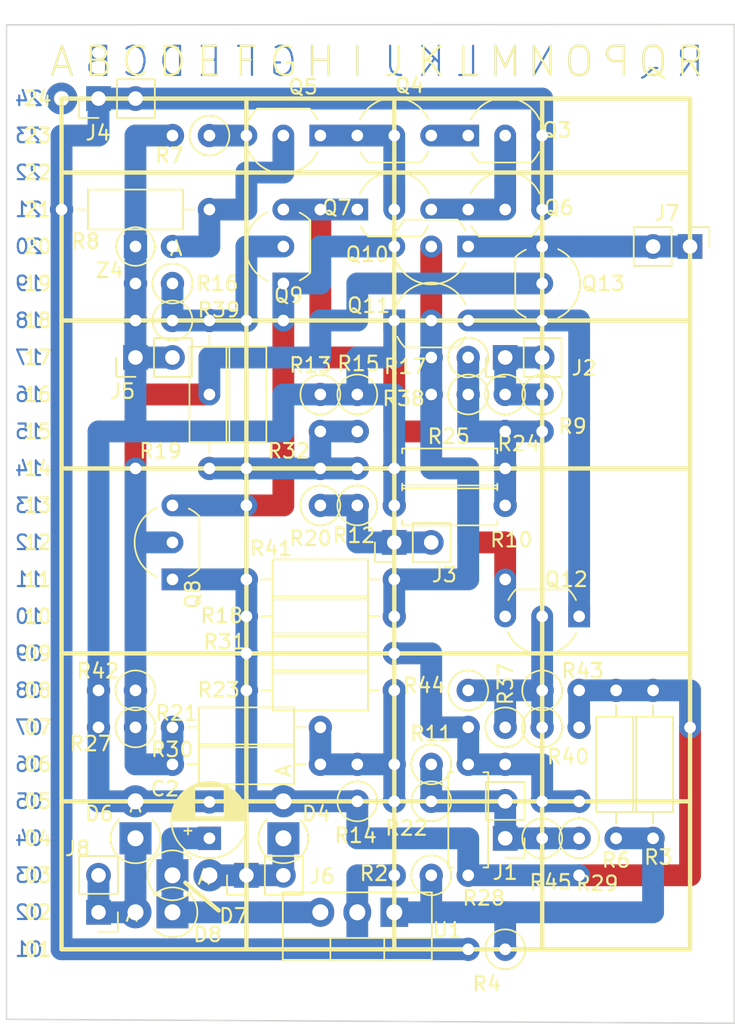
<source format=kicad_pcb>
(kicad_pcb (version 20171130) (host pcbnew 5.1.5)

  (general
    (thickness 1.1)
    (drawings 100)
    (tracks 170)
    (zones 0)
    (modules 64)
    (nets 27)
  )

  (page A4)
  (layers
    (0 F.Cu signal)
    (31 B.Cu signal)
    (36 B.SilkS user hide)
    (37 F.SilkS user)
    (40 Dwgs.User user hide)
    (41 Cmts.User user hide)
    (42 Eco1.User user hide)
    (43 Eco2.User user hide)
    (44 Edge.Cuts user)
    (45 Margin user hide)
    (46 B.CrtYd user hide)
    (47 F.CrtYd user)
    (48 B.Fab user hide)
    (49 F.Fab user)
  )

  (setup
    (last_trace_width 1.5)
    (trace_clearance 0.2)
    (zone_clearance 0.508)
    (zone_45_only no)
    (trace_min 0.2)
    (via_size 1)
    (via_drill 0.8)
    (via_min_size 0.4)
    (via_min_drill 0.3)
    (uvia_size 0.3)
    (uvia_drill 0.1)
    (uvias_allowed no)
    (uvia_min_size 0.2)
    (uvia_min_drill 0.1)
    (edge_width 0.05)
    (segment_width 0.2)
    (pcb_text_width 0.3)
    (pcb_text_size 1.5 1.5)
    (mod_edge_width 1)
    (mod_text_size 1 1)
    (mod_text_width 0.15)
    (pad_size 1.7 1.7)
    (pad_drill 1)
    (pad_to_mask_clearance 0.051)
    (solder_mask_min_width 0.25)
    (aux_axis_origin 0 0)
    (grid_origin 44.345001 35.605001)
    (visible_elements FFFDEF7F)
    (pcbplotparams
      (layerselection 0x010fc_ffffffff)
      (usegerberextensions false)
      (usegerberattributes false)
      (usegerberadvancedattributes false)
      (creategerberjobfile false)
      (excludeedgelayer true)
      (linewidth 0.100000)
      (plotframeref false)
      (viasonmask false)
      (mode 1)
      (useauxorigin false)
      (hpglpennumber 1)
      (hpglpenspeed 20)
      (hpglpendiameter 15.000000)
      (psnegative false)
      (psa4output false)
      (plotreference true)
      (plotvalue true)
      (plotinvisibletext false)
      (padsonsilk false)
      (subtractmaskfromsilk false)
      (outputformat 1)
      (mirror false)
      (drillshape 1)
      (scaleselection 1)
      (outputdirectory ""))
  )

  (net 0 "")
  (net 1 "Net-(Q3-Pad2)")
  (net 2 "Net-(Q3-Pad1)")
  (net 3 "Net-(Q5-Pad3)")
  (net 4 "Net-(Q12-Pad3)")
  (net 5 "Net-(Q10-Pad3)")
  (net 6 "Net-(Q11-Pad3)")
  (net 7 0)
  (net 8 "Net-(Q4-Pad1)")
  (net 9 "Net-(Q5-Pad2)")
  (net 10 bias_o)
  (net 11 bias_l)
  (net 12 bias_i)
  (net 13 bias_r)
  (net 14 "Net-(R12-Pad2)")
  (net 15 "Net-(C2-Pad1)")
  (net 16 +15V)
  (net 17 "Net-(R2-Pad1)")
  (net 18 +15VAC)
  (net 19 0VAC)
  (net 20 C)
  (net 21 E)
  (net 22 B)
  (net 23 F+)
  (net 24 "Net-(R10-Pad2)")
  (net 25 "Net-(R11-Pad2)")
  (net 26 "Net-(R28-Pad1)")

  (net_class Default "This is the default net class."
    (clearance 0.2)
    (trace_width 1.5)
    (via_dia 1)
    (via_drill 0.8)
    (uvia_dia 0.3)
    (uvia_drill 0.1)
    (add_net +15V)
    (add_net +15VAC)
    (add_net 0)
    (add_net 0VAC)
    (add_net B)
    (add_net C)
    (add_net E)
    (add_net F+)
    (add_net "Net-(C2-Pad1)")
    (add_net "Net-(Q10-Pad3)")
    (add_net "Net-(Q11-Pad3)")
    (add_net "Net-(Q12-Pad3)")
    (add_net "Net-(Q3-Pad1)")
    (add_net "Net-(Q3-Pad2)")
    (add_net "Net-(Q4-Pad1)")
    (add_net "Net-(Q5-Pad2)")
    (add_net "Net-(Q5-Pad3)")
    (add_net "Net-(R10-Pad2)")
    (add_net "Net-(R11-Pad2)")
    (add_net "Net-(R12-Pad2)")
    (add_net "Net-(R2-Pad1)")
    (add_net "Net-(R28-Pad1)")
    (add_net bias_i)
    (add_net bias_l)
    (add_net bias_o)
    (add_net bias_r)
  )

  (module Resistor_THT:R_Axial_DIN0207_L6.3mm_D2.5mm_P7.62mm_Horizontal (layer F.Cu) (tedit 5AE5139B) (tstamp 5EC45FFC)
    (at 72.285001 81.325001 270)
    (descr "Resistor, Axial_DIN0207 series, Axial, Horizontal, pin pitch=7.62mm, 0.25W = 1/4W, length*diameter=6.3*2.5mm^2, http://cdn-reichelt.de/documents/datenblatt/B400/1_4W%23YAG.pdf")
    (tags "Resistor Axial_DIN0207 series Axial Horizontal pin pitch 7.62mm 0.25W = 1/4W length 6.3mm diameter 2.5mm")
    (path /5E719E77/5ECBF7BB)
    (fp_text reference R28 (at 9.18 -1.06 180) (layer F.SilkS)
      (effects (font (size 1 1) (thickness 0.15)))
    )
    (fp_text value 50K (at 1.27 2.37 90) (layer F.Fab)
      (effects (font (size 1 1) (thickness 0.15)))
    )
    (fp_text user %R (at 1.27 -2.37 90) (layer F.Fab)
      (effects (font (size 1 1) (thickness 0.15)))
    )
    (fp_line (start 8.67 -1.5) (end -1.05 -1.5) (layer F.CrtYd) (width 0.05))
    (fp_line (start 8.67 1.5) (end 8.67 -1.5) (layer F.CrtYd) (width 0.05))
    (fp_line (start -1.05 1.5) (end 8.67 1.5) (layer F.CrtYd) (width 0.05))
    (fp_line (start -1.05 -1.5) (end -1.05 1.5) (layer F.CrtYd) (width 0.05))
    (fp_line (start 7.08 1.37) (end 7.08 1.04) (layer F.SilkS) (width 0.12))
    (fp_line (start 0.54 1.37) (end 7.08 1.37) (layer F.SilkS) (width 0.12))
    (fp_line (start 0.54 1.04) (end 0.54 1.37) (layer F.SilkS) (width 0.12))
    (fp_line (start 7.08 -1.37) (end 7.08 -1.04) (layer F.SilkS) (width 0.12))
    (fp_line (start 0.54 -1.37) (end 7.08 -1.37) (layer F.SilkS) (width 0.12))
    (fp_line (start 0.54 -1.04) (end 0.54 -1.37) (layer F.SilkS) (width 0.12))
    (fp_line (start 7.62 0) (end 6.96 0) (layer F.Fab) (width 0.1))
    (fp_line (start 0 0) (end 0.66 0) (layer F.Fab) (width 0.1))
    (fp_line (start 6.96 -1.25) (end 0.66 -1.25) (layer F.Fab) (width 0.1))
    (fp_line (start 6.96 1.25) (end 6.96 -1.25) (layer F.Fab) (width 0.1))
    (fp_line (start 0.66 1.25) (end 6.96 1.25) (layer F.Fab) (width 0.1))
    (fp_line (start 0.66 -1.25) (end 0.66 1.25) (layer F.Fab) (width 0.1))
    (pad 2 thru_hole oval (at 7.62 0 270) (size 1.6 1.6) (drill 0.8) (layers *.Cu *.Mask)
      (net 7 0))
    (pad 1 thru_hole circle (at 0 0 270) (size 1.6 1.6) (drill 0.8) (layers *.Cu *.Mask)
      (net 26 "Net-(R28-Pad1)"))
    (model ${KISYS3DMOD}/Resistor_THT.3dshapes/R_Axial_DIN0207_L6.3mm_D2.5mm_P7.62mm_Horizontal.wrl
      (at (xyz 0 0 0))
      (scale (xyz 1 1 1))
      (rotate (xyz 0 0 0))
    )
  )

  (module Resistor_THT:R_Axial_DIN0207_L6.3mm_D2.5mm_P10.16mm_Horizontal (layer F.Cu) (tedit 5AE5139B) (tstamp 5EC4DAE9)
    (at 51.965001 78.785001)
    (descr "Resistor, Axial_DIN0207 series, Axial, Horizontal, pin pitch=10.16mm, 0.25W = 1/4W, length*diameter=6.3*2.5mm^2, http://cdn-reichelt.de/documents/datenblatt/B400/1_4W%23YAG.pdf")
    (tags "Resistor Axial_DIN0207 series Axial Horizontal pin pitch 10.16mm 0.25W = 1/4W length 6.3mm diameter 2.5mm")
    (path /5E719E77/5EC58B86)
    (fp_text reference R21 (at 0.28 -0.98) (layer F.SilkS)
      (effects (font (size 1 1) (thickness 0.15)))
    )
    (fp_text value 100K (at 1.27 2.37) (layer F.Fab)
      (effects (font (size 1 1) (thickness 0.15)))
    )
    (fp_text user %R (at 4.98 0.02) (layer F.Fab)
      (effects (font (size 1 1) (thickness 0.15)))
    )
    (fp_line (start 11.21 -1.5) (end -1.05 -1.5) (layer F.CrtYd) (width 0.05))
    (fp_line (start 11.21 1.5) (end 11.21 -1.5) (layer F.CrtYd) (width 0.05))
    (fp_line (start -1.05 1.5) (end 11.21 1.5) (layer F.CrtYd) (width 0.05))
    (fp_line (start -1.05 -1.5) (end -1.05 1.5) (layer F.CrtYd) (width 0.05))
    (fp_line (start 9.12 0) (end 8.35 0) (layer F.SilkS) (width 0.12))
    (fp_line (start 1.04 0) (end 1.81 0) (layer F.SilkS) (width 0.12))
    (fp_line (start 8.35 -1.37) (end 1.81 -1.37) (layer F.SilkS) (width 0.12))
    (fp_line (start 8.35 1.37) (end 8.35 -1.37) (layer F.SilkS) (width 0.12))
    (fp_line (start 1.81 1.37) (end 8.35 1.37) (layer F.SilkS) (width 0.12))
    (fp_line (start 1.81 -1.37) (end 1.81 1.37) (layer F.SilkS) (width 0.12))
    (fp_line (start 10.16 0) (end 8.23 0) (layer F.Fab) (width 0.1))
    (fp_line (start 0 0) (end 1.93 0) (layer F.Fab) (width 0.1))
    (fp_line (start 8.23 -1.25) (end 1.93 -1.25) (layer F.Fab) (width 0.1))
    (fp_line (start 8.23 1.25) (end 8.23 -1.25) (layer F.Fab) (width 0.1))
    (fp_line (start 1.93 1.25) (end 8.23 1.25) (layer F.Fab) (width 0.1))
    (fp_line (start 1.93 -1.25) (end 1.93 1.25) (layer F.Fab) (width 0.1))
    (pad 2 thru_hole oval (at 10.16 0) (size 1.6 1.6) (drill 0.8) (layers *.Cu *.Mask)
      (net 25 "Net-(R11-Pad2)"))
    (pad 1 thru_hole circle (at 0 0) (size 1.6 1.6) (drill 0.8) (layers *.Cu *.Mask)
      (net 10 bias_o))
    (model ${KISYS3DMOD}/Resistor_THT.3dshapes/R_Axial_DIN0207_L6.3mm_D2.5mm_P10.16mm_Horizontal.wrl
      (at (xyz 0 0 0))
      (scale (xyz 1 1 1))
      (rotate (xyz 0 0 0))
    )
  )

  (module Resistor_THT:R_Axial_DIN0207_L6.3mm_D2.5mm_P10.16mm_Horizontal (layer F.Cu) (tedit 5AE5139B) (tstamp 5EC45FB1)
    (at 67.205001 71.165001 180)
    (descr "Resistor, Axial_DIN0207 series, Axial, Horizontal, pin pitch=10.16mm, 0.25W = 1/4W, length*diameter=6.3*2.5mm^2, http://cdn-reichelt.de/documents/datenblatt/B400/1_4W%23YAG.pdf")
    (tags "Resistor Axial_DIN0207 series Axial Horizontal pin pitch 10.16mm 0.25W = 1/4W length 6.3mm diameter 2.5mm")
    (path /5E719E77/5ECA0C56)
    (fp_text reference R18 (at 11.86 0.06) (layer F.SilkS)
      (effects (font (size 1 1) (thickness 0.15)))
    )
    (fp_text value 100K (at 1.27 2.37) (layer F.Fab)
      (effects (font (size 1 1) (thickness 0.15)))
    )
    (fp_text user %R (at 1.27 -2.37) (layer F.Fab)
      (effects (font (size 1 1) (thickness 0.15)))
    )
    (fp_line (start 11.21 -1.5) (end -1.05 -1.5) (layer F.CrtYd) (width 0.05))
    (fp_line (start 11.21 1.5) (end 11.21 -1.5) (layer F.CrtYd) (width 0.05))
    (fp_line (start -1.05 1.5) (end 11.21 1.5) (layer F.CrtYd) (width 0.05))
    (fp_line (start -1.05 -1.5) (end -1.05 1.5) (layer F.CrtYd) (width 0.05))
    (fp_line (start 9.12 0) (end 8.35 0) (layer F.SilkS) (width 0.12))
    (fp_line (start 1.04 0) (end 1.81 0) (layer F.SilkS) (width 0.12))
    (fp_line (start 8.35 -1.37) (end 1.81 -1.37) (layer F.SilkS) (width 0.12))
    (fp_line (start 8.35 1.37) (end 8.35 -1.37) (layer F.SilkS) (width 0.12))
    (fp_line (start 1.81 1.37) (end 8.35 1.37) (layer F.SilkS) (width 0.12))
    (fp_line (start 1.81 -1.37) (end 1.81 1.37) (layer F.SilkS) (width 0.12))
    (fp_line (start 10.16 0) (end 8.23 0) (layer F.Fab) (width 0.1))
    (fp_line (start 0 0) (end 1.93 0) (layer F.Fab) (width 0.1))
    (fp_line (start 8.23 -1.25) (end 1.93 -1.25) (layer F.Fab) (width 0.1))
    (fp_line (start 8.23 1.25) (end 8.23 -1.25) (layer F.Fab) (width 0.1))
    (fp_line (start 1.93 1.25) (end 8.23 1.25) (layer F.Fab) (width 0.1))
    (fp_line (start 1.93 -1.25) (end 1.93 1.25) (layer F.Fab) (width 0.1))
    (pad 2 thru_hole oval (at 10.16 0 180) (size 1.6 1.6) (drill 0.8) (layers *.Cu *.Mask)
      (net 7 0))
    (pad 1 thru_hole circle (at 0 0 180) (size 1.6 1.6) (drill 0.8) (layers *.Cu *.Mask)
      (net 12 bias_i))
    (model ${KISYS3DMOD}/Resistor_THT.3dshapes/R_Axial_DIN0207_L6.3mm_D2.5mm_P10.16mm_Horizontal.wrl
      (at (xyz 0 0 0))
      (scale (xyz 1 1 1))
      (rotate (xyz 0 0 0))
    )
  )

  (module Resistor_THT:R_Axial_DIN0207_L6.3mm_D2.5mm_P10.16mm_Horizontal (layer F.Cu) (tedit 5AE5139B) (tstamp 5EC45FC0)
    (at 54.505001 61.005001 90)
    (descr "Resistor, Axial_DIN0207 series, Axial, Horizontal, pin pitch=10.16mm, 0.25W = 1/4W, length*diameter=6.3*2.5mm^2, http://cdn-reichelt.de/documents/datenblatt/B400/1_4W%23YAG.pdf")
    (tags "Resistor Axial_DIN0207 series Axial Horizontal pin pitch 10.16mm 0.25W = 1/4W length 6.3mm diameter 2.5mm")
    (path /5E719E77/5EC802C8)
    (fp_text reference R19 (at 1.2 -3.36 180) (layer F.SilkS)
      (effects (font (size 1 1) (thickness 0.15)))
    )
    (fp_text value 100K (at 1.27 2.37 90) (layer F.Fab)
      (effects (font (size 1 1) (thickness 0.15)))
    )
    (fp_text user %R (at 5.2 0.04 90) (layer F.Fab)
      (effects (font (size 1 1) (thickness 0.15)))
    )
    (fp_line (start 11.21 -1.5) (end -1.05 -1.5) (layer F.CrtYd) (width 0.05))
    (fp_line (start 11.21 1.5) (end 11.21 -1.5) (layer F.CrtYd) (width 0.05))
    (fp_line (start -1.05 1.5) (end 11.21 1.5) (layer F.CrtYd) (width 0.05))
    (fp_line (start -1.05 -1.5) (end -1.05 1.5) (layer F.CrtYd) (width 0.05))
    (fp_line (start 9.12 0) (end 8.35 0) (layer F.SilkS) (width 0.12))
    (fp_line (start 1.04 0) (end 1.81 0) (layer F.SilkS) (width 0.12))
    (fp_line (start 8.35 -1.37) (end 1.81 -1.37) (layer F.SilkS) (width 0.12))
    (fp_line (start 8.35 1.37) (end 8.35 -1.37) (layer F.SilkS) (width 0.12))
    (fp_line (start 1.81 1.37) (end 8.35 1.37) (layer F.SilkS) (width 0.12))
    (fp_line (start 1.81 -1.37) (end 1.81 1.37) (layer F.SilkS) (width 0.12))
    (fp_line (start 10.16 0) (end 8.23 0) (layer F.Fab) (width 0.1))
    (fp_line (start 0 0) (end 1.93 0) (layer F.Fab) (width 0.1))
    (fp_line (start 8.23 -1.25) (end 1.93 -1.25) (layer F.Fab) (width 0.1))
    (fp_line (start 8.23 1.25) (end 8.23 -1.25) (layer F.Fab) (width 0.1))
    (fp_line (start 1.93 1.25) (end 8.23 1.25) (layer F.Fab) (width 0.1))
    (fp_line (start 1.93 -1.25) (end 1.93 1.25) (layer F.Fab) (width 0.1))
    (pad 2 thru_hole oval (at 10.16 0 90) (size 1.6 1.6) (drill 0.8) (layers *.Cu *.Mask)
      (net 11 bias_l))
    (pad 1 thru_hole circle (at 0 0 90) (size 1.6 1.6) (drill 0.8) (layers *.Cu *.Mask)
      (net 14 "Net-(R12-Pad2)"))
    (model ${KISYS3DMOD}/Resistor_THT.3dshapes/R_Axial_DIN0207_L6.3mm_D2.5mm_P10.16mm_Horizontal.wrl
      (at (xyz 0 0 0))
      (scale (xyz 1 1 1))
      (rotate (xyz 0 0 0))
    )
  )

  (module Resistor_THT:R_Axial_DIN0207_L6.3mm_D2.5mm_P7.62mm_Horizontal (layer F.Cu) (tedit 5AE5139B) (tstamp 5EC48839)
    (at 67.205001 63.545001)
    (descr "Resistor, Axial_DIN0207 series, Axial, Horizontal, pin pitch=7.62mm, 0.25W = 1/4W, length*diameter=6.3*2.5mm^2, http://cdn-reichelt.de/documents/datenblatt/B400/1_4W%23YAG.pdf")
    (tags "Resistor Axial_DIN0207 series Axial Horizontal pin pitch 7.62mm 0.25W = 1/4W length 6.3mm diameter 2.5mm")
    (path /5E719E77/5EC7E33C)
    (fp_text reference R10 (at 8.04 2.36) (layer F.SilkS)
      (effects (font (size 1 1) (thickness 0.15)))
    )
    (fp_text value 100K (at 1.27 2.37) (layer F.Fab)
      (effects (font (size 1 1) (thickness 0.15)))
    )
    (fp_text user %R (at 3.94 -0.04) (layer F.Fab)
      (effects (font (size 1 1) (thickness 0.15)))
    )
    (fp_line (start 8.67 -1.5) (end -1.05 -1.5) (layer F.CrtYd) (width 0.05))
    (fp_line (start 8.67 1.5) (end 8.67 -1.5) (layer F.CrtYd) (width 0.05))
    (fp_line (start -1.05 1.5) (end 8.67 1.5) (layer F.CrtYd) (width 0.05))
    (fp_line (start -1.05 -1.5) (end -1.05 1.5) (layer F.CrtYd) (width 0.05))
    (fp_line (start 7.08 1.37) (end 7.08 1.04) (layer F.SilkS) (width 0.12))
    (fp_line (start 0.54 1.37) (end 7.08 1.37) (layer F.SilkS) (width 0.12))
    (fp_line (start 0.54 1.04) (end 0.54 1.37) (layer F.SilkS) (width 0.12))
    (fp_line (start 7.08 -1.37) (end 7.08 -1.04) (layer F.SilkS) (width 0.12))
    (fp_line (start 0.54 -1.37) (end 7.08 -1.37) (layer F.SilkS) (width 0.12))
    (fp_line (start 0.54 -1.04) (end 0.54 -1.37) (layer F.SilkS) (width 0.12))
    (fp_line (start 7.62 0) (end 6.96 0) (layer F.Fab) (width 0.1))
    (fp_line (start 0 0) (end 0.66 0) (layer F.Fab) (width 0.1))
    (fp_line (start 6.96 -1.25) (end 0.66 -1.25) (layer F.Fab) (width 0.1))
    (fp_line (start 6.96 1.25) (end 6.96 -1.25) (layer F.Fab) (width 0.1))
    (fp_line (start 0.66 1.25) (end 6.96 1.25) (layer F.Fab) (width 0.1))
    (fp_line (start 0.66 -1.25) (end 0.66 1.25) (layer F.Fab) (width 0.1))
    (pad 2 thru_hole oval (at 7.62 0) (size 1.6 1.6) (drill 0.8) (layers *.Cu *.Mask)
      (net 24 "Net-(R10-Pad2)"))
    (pad 1 thru_hole circle (at 0 0) (size 1.6 1.6) (drill 0.8) (layers *.Cu *.Mask)
      (net 7 0))
    (model ${KISYS3DMOD}/Resistor_THT.3dshapes/R_Axial_DIN0207_L6.3mm_D2.5mm_P7.62mm_Horizontal.wrl
      (at (xyz 0 0 0))
      (scale (xyz 1 1 1))
      (rotate (xyz 0 0 0))
    )
  )

  (module Resistor_THT:R_Axial_DIN0207_L6.3mm_D2.5mm_P2.54mm_Vertical (layer F.Cu) (tedit 5AE5139B) (tstamp 5EAC5DDD)
    (at 77.365001 78.785001)
    (descr "Resistor, Axial_DIN0207 series, Axial, Vertical, pin pitch=2.54mm, 0.25W = 1/4W, length*diameter=6.3*2.5mm^2, http://cdn-reichelt.de/documents/datenblatt/B400/1_4W%23YAG.pdf")
    (tags "Resistor Axial_DIN0207 series Axial Vertical pin pitch 2.54mm 0.25W = 1/4W length 6.3mm diameter 2.5mm")
    (path /5E719E77/5EA325D0)
    (fp_text reference R40 (at 1.78 2.02) (layer F.SilkS)
      (effects (font (size 1 1) (thickness 0.15)))
    )
    (fp_text value 100K (at 1.27 2.37) (layer F.Fab)
      (effects (font (size 1 1) (thickness 0.15)))
    )
    (fp_text user %R (at 0.68 0.12) (layer F.Fab)
      (effects (font (size 1 1) (thickness 0.15)))
    )
    (fp_line (start 3.59 -1.5) (end -1.5 -1.5) (layer F.CrtYd) (width 0.05))
    (fp_line (start 3.59 1.5) (end 3.59 -1.5) (layer F.CrtYd) (width 0.05))
    (fp_line (start -1.5 1.5) (end 3.59 1.5) (layer F.CrtYd) (width 0.05))
    (fp_line (start -1.5 -1.5) (end -1.5 1.5) (layer F.CrtYd) (width 0.05))
    (fp_line (start 1.37 0) (end 1.44 0) (layer F.SilkS) (width 0.12))
    (fp_line (start 0 0) (end 2.54 0) (layer F.Fab) (width 0.1))
    (fp_circle (center 0 0) (end 1.37 0) (layer F.SilkS) (width 0.12))
    (fp_circle (center 0 0) (end 1.25 0) (layer F.Fab) (width 0.1))
    (pad 2 thru_hole oval (at 2.54 0) (size 1.6 1.6) (drill 0.8) (layers *.Cu *.Mask)
      (net 7 0))
    (pad 1 thru_hole circle (at 0 0) (size 1.6 1.6) (drill 0.8) (layers *.Cu *.Mask)
      (net 13 bias_r))
    (model ${KISYS3DMOD}/Resistor_THT.3dshapes/R_Axial_DIN0207_L6.3mm_D2.5mm_P2.54mm_Vertical.wrl
      (at (xyz 0 0 0))
      (scale (xyz 1 1 1))
      (rotate (xyz 0 0 0))
    )
  )

  (module Resistor_THT:R_Axial_DIN0207_L6.3mm_D2.5mm_P10.16mm_Horizontal (layer F.Cu) (tedit 5AE5139B) (tstamp 5EC45F39)
    (at 82.445001 86.405001 90)
    (descr "Resistor, Axial_DIN0207 series, Axial, Horizontal, pin pitch=10.16mm, 0.25W = 1/4W, length*diameter=6.3*2.5mm^2, http://cdn-reichelt.de/documents/datenblatt/B400/1_4W%23YAG.pdf")
    (tags "Resistor Axial_DIN0207 series Axial Horizontal pin pitch 10.16mm 0.25W = 1/4W length 6.3mm diameter 2.5mm")
    (path /5EC46A56)
    (fp_text reference R6 (at -1.5 0 180) (layer F.SilkS)
      (effects (font (size 1 1) (thickness 0.15)))
    )
    (fp_text value R (at 1.27 2.37 90) (layer F.Fab)
      (effects (font (size 1 1) (thickness 0.15)))
    )
    (fp_text user %R (at 1.27 -2.37 90) (layer F.Fab)
      (effects (font (size 1 1) (thickness 0.15)))
    )
    (fp_line (start 11.21 -1.5) (end -1.05 -1.5) (layer F.CrtYd) (width 0.05))
    (fp_line (start 11.21 1.5) (end 11.21 -1.5) (layer F.CrtYd) (width 0.05))
    (fp_line (start -1.05 1.5) (end 11.21 1.5) (layer F.CrtYd) (width 0.05))
    (fp_line (start -1.05 -1.5) (end -1.05 1.5) (layer F.CrtYd) (width 0.05))
    (fp_line (start 9.12 0) (end 8.35 0) (layer F.SilkS) (width 0.12))
    (fp_line (start 1.04 0) (end 1.81 0) (layer F.SilkS) (width 0.12))
    (fp_line (start 8.35 -1.37) (end 1.81 -1.37) (layer F.SilkS) (width 0.12))
    (fp_line (start 8.35 1.37) (end 8.35 -1.37) (layer F.SilkS) (width 0.12))
    (fp_line (start 1.81 1.37) (end 8.35 1.37) (layer F.SilkS) (width 0.12))
    (fp_line (start 1.81 -1.37) (end 1.81 1.37) (layer F.SilkS) (width 0.12))
    (fp_line (start 10.16 0) (end 8.23 0) (layer F.Fab) (width 0.1))
    (fp_line (start 0 0) (end 1.93 0) (layer F.Fab) (width 0.1))
    (fp_line (start 8.23 -1.25) (end 1.93 -1.25) (layer F.Fab) (width 0.1))
    (fp_line (start 8.23 1.25) (end 8.23 -1.25) (layer F.Fab) (width 0.1))
    (fp_line (start 1.93 1.25) (end 8.23 1.25) (layer F.Fab) (width 0.1))
    (fp_line (start 1.93 -1.25) (end 1.93 1.25) (layer F.Fab) (width 0.1))
    (pad 2 thru_hole oval (at 10.16 0 90) (size 1.6 1.6) (drill 0.8) (layers *.Cu *.Mask)
      (net 7 0))
    (pad 1 thru_hole circle (at 0 0 90) (size 1.6 1.6) (drill 0.8) (layers *.Cu *.Mask)
      (net 17 "Net-(R2-Pad1)"))
    (model ${KISYS3DMOD}/Resistor_THT.3dshapes/R_Axial_DIN0207_L6.3mm_D2.5mm_P10.16mm_Horizontal.wrl
      (at (xyz 0 0 0))
      (scale (xyz 1 1 1))
      (rotate (xyz 0 0 0))
    )
  )

  (module Capacitor_THT:CP_Radial_D5.0mm_P2.50mm (layer F.Cu) (tedit 5EABFDBF) (tstamp 5EC28A7C)
    (at 54.505001 86.405001 90)
    (descr "CP, Radial series, Radial, pin pitch=2.50mm, , diameter=5mm, Electrolytic Capacitor")
    (tags "CP Radial series Radial pin pitch 2.50mm  diameter 5mm Electrolytic Capacitor")
    (path /5EAD85FE)
    (fp_text reference C2 (at 3.4 -3.06) (layer F.SilkS)
      (effects (font (size 1 1) (thickness 0.15)))
    )
    (fp_text value elko (at 1.25 3.75 90) (layer F.Fab)
      (effects (font (size 1 1) (thickness 0.15)))
    )
    (fp_circle (center 1.25 0) (end 3.75 0) (layer F.Fab) (width 0.1))
    (fp_circle (center 1.25 0) (end 3.87 0) (layer F.SilkS) (width 0.12))
    (fp_circle (center 1.25 0) (end 4 0) (layer F.CrtYd) (width 0.05))
    (fp_line (start -0.883605 -1.0875) (end -0.383605 -1.0875) (layer F.Fab) (width 0.1))
    (fp_line (start -0.633605 -1.3375) (end -0.633605 -0.8375) (layer F.Fab) (width 0.1))
    (fp_line (start 1.25 -2.58) (end 1.25 2.58) (layer F.SilkS) (width 0.12))
    (fp_line (start 1.29 -2.58) (end 1.29 2.58) (layer F.SilkS) (width 0.12))
    (fp_line (start 1.33 -2.579) (end 1.33 2.579) (layer F.SilkS) (width 0.12))
    (fp_line (start 1.37 -2.578) (end 1.37 2.578) (layer F.SilkS) (width 0.12))
    (fp_line (start 1.41 -2.576) (end 1.41 2.576) (layer F.SilkS) (width 0.12))
    (fp_line (start 1.45 -2.573) (end 1.45 2.573) (layer F.SilkS) (width 0.12))
    (fp_line (start 1.49 -2.569) (end 1.49 -1.04) (layer F.SilkS) (width 0.12))
    (fp_line (start 1.49 1.04) (end 1.49 2.569) (layer F.SilkS) (width 0.12))
    (fp_line (start 1.53 -2.565) (end 1.53 -1.04) (layer F.SilkS) (width 0.12))
    (fp_line (start 1.53 1.04) (end 1.53 2.565) (layer F.SilkS) (width 0.12))
    (fp_line (start 1.57 -2.561) (end 1.57 -1.04) (layer F.SilkS) (width 0.12))
    (fp_line (start 1.57 1.04) (end 1.57 2.561) (layer F.SilkS) (width 0.12))
    (fp_line (start 1.61 -2.556) (end 1.61 -1.04) (layer F.SilkS) (width 0.12))
    (fp_line (start 1.61 1.04) (end 1.61 2.556) (layer F.SilkS) (width 0.12))
    (fp_line (start 1.65 -2.55) (end 1.65 -1.04) (layer F.SilkS) (width 0.12))
    (fp_line (start 1.65 1.04) (end 1.65 2.55) (layer F.SilkS) (width 0.12))
    (fp_line (start 1.69 -2.543) (end 1.69 -1.04) (layer F.SilkS) (width 0.12))
    (fp_line (start 1.69 1.04) (end 1.69 2.543) (layer F.SilkS) (width 0.12))
    (fp_line (start 1.73 -2.536) (end 1.73 -1.04) (layer F.SilkS) (width 0.12))
    (fp_line (start 1.73 1.04) (end 1.73 2.536) (layer F.SilkS) (width 0.12))
    (fp_line (start 1.77 -2.528) (end 1.77 -1.04) (layer F.SilkS) (width 0.12))
    (fp_line (start 1.77 1.04) (end 1.77 2.528) (layer F.SilkS) (width 0.12))
    (fp_line (start 1.81 -2.52) (end 1.81 -1.04) (layer F.SilkS) (width 0.12))
    (fp_line (start 1.81 1.04) (end 1.81 2.52) (layer F.SilkS) (width 0.12))
    (fp_line (start 1.85 -2.511) (end 1.85 -1.04) (layer F.SilkS) (width 0.12))
    (fp_line (start 1.85 1.04) (end 1.85 2.511) (layer F.SilkS) (width 0.12))
    (fp_line (start 1.89 -2.501) (end 1.89 -1.04) (layer F.SilkS) (width 0.12))
    (fp_line (start 1.89 1.04) (end 1.89 2.501) (layer F.SilkS) (width 0.12))
    (fp_line (start 1.93 -2.491) (end 1.93 -1.04) (layer F.SilkS) (width 0.12))
    (fp_line (start 1.93 1.04) (end 1.93 2.491) (layer F.SilkS) (width 0.12))
    (fp_line (start 1.971 -2.48) (end 1.971 -1.04) (layer F.SilkS) (width 0.12))
    (fp_line (start 1.971 1.04) (end 1.971 2.48) (layer F.SilkS) (width 0.12))
    (fp_line (start 2.011 -2.468) (end 2.011 -1.04) (layer F.SilkS) (width 0.12))
    (fp_line (start 2.011 1.04) (end 2.011 2.468) (layer F.SilkS) (width 0.12))
    (fp_line (start 2.051 -2.455) (end 2.051 -1.04) (layer F.SilkS) (width 0.12))
    (fp_line (start 2.051 1.04) (end 2.051 2.455) (layer F.SilkS) (width 0.12))
    (fp_line (start 2.091 -2.442) (end 2.091 -1.04) (layer F.SilkS) (width 0.12))
    (fp_line (start 2.091 1.04) (end 2.091 2.442) (layer F.SilkS) (width 0.12))
    (fp_line (start 2.131 -2.428) (end 2.131 -1.04) (layer F.SilkS) (width 0.12))
    (fp_line (start 2.131 1.04) (end 2.131 2.428) (layer F.SilkS) (width 0.12))
    (fp_line (start 2.171 -2.414) (end 2.171 -1.04) (layer F.SilkS) (width 0.12))
    (fp_line (start 2.171 1.04) (end 2.171 2.414) (layer F.SilkS) (width 0.12))
    (fp_line (start 2.211 -2.398) (end 2.211 -1.04) (layer F.SilkS) (width 0.12))
    (fp_line (start 2.211 1.04) (end 2.211 2.398) (layer F.SilkS) (width 0.12))
    (fp_line (start 2.251 -2.382) (end 2.251 -1.04) (layer F.SilkS) (width 0.12))
    (fp_line (start 2.251 1.04) (end 2.251 2.382) (layer F.SilkS) (width 0.12))
    (fp_line (start 2.291 -2.365) (end 2.291 -1.04) (layer F.SilkS) (width 0.12))
    (fp_line (start 2.291 1.04) (end 2.291 2.365) (layer F.SilkS) (width 0.12))
    (fp_line (start 2.331 -2.348) (end 2.331 -1.04) (layer F.SilkS) (width 0.12))
    (fp_line (start 2.331 1.04) (end 2.331 2.348) (layer F.SilkS) (width 0.12))
    (fp_line (start 2.371 -2.329) (end 2.371 -1.04) (layer F.SilkS) (width 0.12))
    (fp_line (start 2.371 1.04) (end 2.371 2.329) (layer F.SilkS) (width 0.12))
    (fp_line (start 2.411 -2.31) (end 2.411 -1.04) (layer F.SilkS) (width 0.12))
    (fp_line (start 2.411 1.04) (end 2.411 2.31) (layer F.SilkS) (width 0.12))
    (fp_line (start 2.451 -2.29) (end 2.451 -1.04) (layer F.SilkS) (width 0.12))
    (fp_line (start 2.451 1.04) (end 2.451 2.29) (layer F.SilkS) (width 0.12))
    (fp_line (start 2.491 -2.268) (end 2.491 -1.04) (layer F.SilkS) (width 0.12))
    (fp_line (start 2.491 1.04) (end 2.491 2.268) (layer F.SilkS) (width 0.12))
    (fp_line (start 2.531 -2.247) (end 2.531 -1.04) (layer F.SilkS) (width 0.12))
    (fp_line (start 2.531 1.04) (end 2.531 2.247) (layer F.SilkS) (width 0.12))
    (fp_line (start 2.571 -2.224) (end 2.571 -1.04) (layer F.SilkS) (width 0.12))
    (fp_line (start 2.571 1.04) (end 2.571 2.224) (layer F.SilkS) (width 0.12))
    (fp_line (start 2.611 -2.2) (end 2.611 -1.04) (layer F.SilkS) (width 0.12))
    (fp_line (start 2.611 1.04) (end 2.611 2.2) (layer F.SilkS) (width 0.12))
    (fp_line (start 2.651 -2.175) (end 2.651 -1.04) (layer F.SilkS) (width 0.12))
    (fp_line (start 2.651 1.04) (end 2.651 2.175) (layer F.SilkS) (width 0.12))
    (fp_line (start 2.691 -2.149) (end 2.691 -1.04) (layer F.SilkS) (width 0.12))
    (fp_line (start 2.691 1.04) (end 2.691 2.149) (layer F.SilkS) (width 0.12))
    (fp_line (start 2.731 -2.122) (end 2.731 -1.04) (layer F.SilkS) (width 0.12))
    (fp_line (start 2.731 1.04) (end 2.731 2.122) (layer F.SilkS) (width 0.12))
    (fp_line (start 2.771 -2.095) (end 2.771 -1.04) (layer F.SilkS) (width 0.12))
    (fp_line (start 2.771 1.04) (end 2.771 2.095) (layer F.SilkS) (width 0.12))
    (fp_line (start 2.811 -2.065) (end 2.811 -1.04) (layer F.SilkS) (width 0.12))
    (fp_line (start 2.811 1.04) (end 2.811 2.065) (layer F.SilkS) (width 0.12))
    (fp_line (start 2.851 -2.035) (end 2.851 -1.04) (layer F.SilkS) (width 0.12))
    (fp_line (start 2.851 1.04) (end 2.851 2.035) (layer F.SilkS) (width 0.12))
    (fp_line (start 2.891 -2.004) (end 2.891 -1.04) (layer F.SilkS) (width 0.12))
    (fp_line (start 2.891 1.04) (end 2.891 2.004) (layer F.SilkS) (width 0.12))
    (fp_line (start 2.931 -1.971) (end 2.931 -1.04) (layer F.SilkS) (width 0.12))
    (fp_line (start 2.931 1.04) (end 2.931 1.971) (layer F.SilkS) (width 0.12))
    (fp_line (start 2.971 -1.937) (end 2.971 -1.04) (layer F.SilkS) (width 0.12))
    (fp_line (start 2.971 1.04) (end 2.971 1.937) (layer F.SilkS) (width 0.12))
    (fp_line (start 3.011 -1.901) (end 3.011 -1.04) (layer F.SilkS) (width 0.12))
    (fp_line (start 3.011 1.04) (end 3.011 1.901) (layer F.SilkS) (width 0.12))
    (fp_line (start 3.051 -1.864) (end 3.051 -1.04) (layer F.SilkS) (width 0.12))
    (fp_line (start 3.051 1.04) (end 3.051 1.864) (layer F.SilkS) (width 0.12))
    (fp_line (start 3.091 -1.826) (end 3.091 -1.04) (layer F.SilkS) (width 0.12))
    (fp_line (start 3.091 1.04) (end 3.091 1.826) (layer F.SilkS) (width 0.12))
    (fp_line (start 3.131 -1.785) (end 3.131 -1.04) (layer F.SilkS) (width 0.12))
    (fp_line (start 3.131 1.04) (end 3.131 1.785) (layer F.SilkS) (width 0.12))
    (fp_line (start 3.171 -1.743) (end 3.171 -1.04) (layer F.SilkS) (width 0.12))
    (fp_line (start 3.171 1.04) (end 3.171 1.743) (layer F.SilkS) (width 0.12))
    (fp_line (start 3.211 -1.699) (end 3.211 -1.04) (layer F.SilkS) (width 0.12))
    (fp_line (start 3.211 1.04) (end 3.211 1.699) (layer F.SilkS) (width 0.12))
    (fp_line (start 3.251 -1.653) (end 3.251 -1.04) (layer F.SilkS) (width 0.12))
    (fp_line (start 3.251 1.04) (end 3.251 1.653) (layer F.SilkS) (width 0.12))
    (fp_line (start 3.291 -1.605) (end 3.291 -1.04) (layer F.SilkS) (width 0.12))
    (fp_line (start 3.291 1.04) (end 3.291 1.605) (layer F.SilkS) (width 0.12))
    (fp_line (start 3.331 -1.554) (end 3.331 -1.04) (layer F.SilkS) (width 0.12))
    (fp_line (start 3.331 1.04) (end 3.331 1.554) (layer F.SilkS) (width 0.12))
    (fp_line (start 3.371 -1.5) (end 3.371 -1.04) (layer F.SilkS) (width 0.12))
    (fp_line (start 3.371 1.04) (end 3.371 1.5) (layer F.SilkS) (width 0.12))
    (fp_line (start 3.411 -1.443) (end 3.411 -1.04) (layer F.SilkS) (width 0.12))
    (fp_line (start 3.411 1.04) (end 3.411 1.443) (layer F.SilkS) (width 0.12))
    (fp_line (start 3.451 -1.383) (end 3.451 -1.04) (layer F.SilkS) (width 0.12))
    (fp_line (start 3.451 1.04) (end 3.451 1.383) (layer F.SilkS) (width 0.12))
    (fp_line (start 3.491 -1.319) (end 3.491 -1.04) (layer F.SilkS) (width 0.12))
    (fp_line (start 3.491 1.04) (end 3.491 1.319) (layer F.SilkS) (width 0.12))
    (fp_line (start 3.531 -1.251) (end 3.531 -1.04) (layer F.SilkS) (width 0.12))
    (fp_line (start 3.531 1.04) (end 3.531 1.251) (layer F.SilkS) (width 0.12))
    (fp_line (start 3.571 -1.178) (end 3.571 1.178) (layer F.SilkS) (width 0.12))
    (fp_line (start 3.611 -1.098) (end 3.611 1.098) (layer F.SilkS) (width 0.12))
    (fp_line (start 3.651 -1.011) (end 3.651 1.011) (layer F.SilkS) (width 0.12))
    (fp_line (start 3.691 -0.915) (end 3.691 0.915) (layer F.SilkS) (width 0.12))
    (fp_line (start 3.731 -0.805) (end 3.731 0.805) (layer F.SilkS) (width 0.12))
    (fp_line (start 3.771 -0.677) (end 3.771 0.677) (layer F.SilkS) (width 0.12))
    (fp_line (start 3.811 -0.518) (end 3.811 0.518) (layer F.SilkS) (width 0.12))
    (fp_line (start 3.851 -0.284) (end 3.851 0.284) (layer F.SilkS) (width 0.12))
    (fp_line (start 0.262 -1.4732) (end 0.762 -1.4732) (layer F.SilkS) (width 0.12))
    (fp_line (start 0.5207 -1.725) (end 0.5207 -1.225) (layer F.SilkS) (width 0.12))
    (fp_text user %R (at 1.25 0) (layer F.Fab)
      (effects (font (size 1 1) (thickness 0.15)))
    )
    (pad 1 thru_hole rect (at 0 0 90) (size 1.6 1.6) (drill 0.8) (layers *.Cu *.Mask)
      (net 15 "Net-(C2-Pad1)"))
    (pad 2 thru_hole circle (at 2.5 0 90) (size 1.6 1.6) (drill 0.8) (layers *.Cu *.Mask)
      (net 7 0))
    (model ${KISYS3DMOD}/Capacitor_THT.3dshapes/CP_Radial_D5.0mm_P2.50mm.wrl
      (at (xyz 0 0 0))
      (scale (xyz 1 1 1))
      (rotate (xyz 0 0 0))
    )
  )

  (module Package_TO_SOT_THT:TO-92_Inline_Wide (layer F.Cu) (tedit 5A02FF81) (tstamp 5EACD812)
    (at 79.905001 71.165001 180)
    (descr "TO-92 leads in-line, wide, drill 0.75mm (see NXP sot054_po.pdf)")
    (tags "to-92 sc-43 sc-43a sot54 PA33 transistor")
    (path /5E719E77/5E71C35A)
    (fp_text reference Q12 (at 0.889 2.54) (layer F.SilkS)
      (effects (font (size 1 1) (thickness 0.15)))
    )
    (fp_text value BC557 (at 2.54 2.79) (layer F.Fab)
      (effects (font (size 1 1) (thickness 0.15)))
    )
    (fp_arc (start 2.54 0) (end 4.34 1.85) (angle -20) (layer F.SilkS) (width 0.12))
    (fp_arc (start 2.54 0) (end 2.54 -2.48) (angle -135) (layer F.Fab) (width 0.1))
    (fp_arc (start 2.54 0) (end 2.54 -2.48) (angle 135) (layer F.Fab) (width 0.1))
    (fp_arc (start 2.54 0) (end 2.54 -2.6) (angle 65) (layer F.SilkS) (width 0.12))
    (fp_arc (start 2.54 0) (end 2.54 -2.6) (angle -65) (layer F.SilkS) (width 0.12))
    (fp_arc (start 2.54 0) (end 0.74 1.85) (angle 20) (layer F.SilkS) (width 0.12))
    (fp_line (start 6.09 2.01) (end -1.01 2.01) (layer F.CrtYd) (width 0.05))
    (fp_line (start 6.09 2.01) (end 6.09 -2.73) (layer F.CrtYd) (width 0.05))
    (fp_line (start -1.01 -2.73) (end -1.01 2.01) (layer F.CrtYd) (width 0.05))
    (fp_line (start -1.01 -2.73) (end 6.09 -2.73) (layer F.CrtYd) (width 0.05))
    (fp_line (start 0.8 1.75) (end 4.3 1.75) (layer F.Fab) (width 0.1))
    (fp_line (start 0.74 1.85) (end 4.34 1.85) (layer F.SilkS) (width 0.12))
    (fp_text user %R (at 2.46 -0.24) (layer F.Fab)
      (effects (font (size 1 1) (thickness 0.15)))
    )
    (pad 1 thru_hole rect (at 0 0 270) (size 1.5 1.5) (drill 0.8) (layers *.Cu *.Mask)
      (net 6 "Net-(Q11-Pad3)"))
    (pad 3 thru_hole circle (at 5.08 0 270) (size 1.5 1.5) (drill 0.8) (layers *.Cu *.Mask)
      (net 4 "Net-(Q12-Pad3)"))
    (pad 2 thru_hole circle (at 2.54 0 270) (size 1.5 1.5) (drill 0.8) (layers *.Cu *.Mask)
      (net 13 bias_r))
    (model ${KISYS3DMOD}/Package_TO_SOT_THT.3dshapes/TO-92_Inline_Wide.wrl
      (at (xyz 0 0 0))
      (scale (xyz 1 1 1))
      (rotate (xyz 0 0 0))
    )
  )

  (module Resistor_THT:R_Axial_DIN0207_L6.3mm_D2.5mm_P10.16mm_Horizontal (layer F.Cu) (tedit 5AE5139B) (tstamp 5EAC49FC)
    (at 84.985001 86.405001 90)
    (descr "Resistor, Axial_DIN0207 series, Axial, Horizontal, pin pitch=10.16mm, 0.25W = 1/4W, length*diameter=6.3*2.5mm^2, http://cdn-reichelt.de/documents/datenblatt/B400/1_4W%23YAG.pdf")
    (tags "Resistor Axial_DIN0207 series Axial Horizontal pin pitch 10.16mm 0.25W = 1/4W length 6.3mm diameter 2.5mm")
    (path /5EB4ABA5)
    (fp_text reference R3 (at -1.3 0.36 180) (layer F.SilkS)
      (effects (font (size 1 1) (thickness 0.15)))
    )
    (fp_text value R (at 1.27 2.37 90) (layer F.Fab)
      (effects (font (size 1 1) (thickness 0.15)))
    )
    (fp_text user %R (at 4.8 -0.04 90) (layer F.Fab)
      (effects (font (size 1 1) (thickness 0.15)))
    )
    (fp_line (start 11.21 -1.5) (end -1.05 -1.5) (layer F.CrtYd) (width 0.05))
    (fp_line (start 11.21 1.5) (end 11.21 -1.5) (layer F.CrtYd) (width 0.05))
    (fp_line (start -1.05 1.5) (end 11.21 1.5) (layer F.CrtYd) (width 0.05))
    (fp_line (start -1.05 -1.5) (end -1.05 1.5) (layer F.CrtYd) (width 0.05))
    (fp_line (start 9.12 0) (end 8.35 0) (layer F.SilkS) (width 0.12))
    (fp_line (start 1.04 0) (end 1.81 0) (layer F.SilkS) (width 0.12))
    (fp_line (start 8.35 -1.37) (end 1.81 -1.37) (layer F.SilkS) (width 0.12))
    (fp_line (start 8.35 1.37) (end 8.35 -1.37) (layer F.SilkS) (width 0.12))
    (fp_line (start 1.81 1.37) (end 8.35 1.37) (layer F.SilkS) (width 0.12))
    (fp_line (start 1.81 -1.37) (end 1.81 1.37) (layer F.SilkS) (width 0.12))
    (fp_line (start 10.16 0) (end 8.23 0) (layer F.Fab) (width 0.1))
    (fp_line (start 0 0) (end 1.93 0) (layer F.Fab) (width 0.1))
    (fp_line (start 8.23 -1.25) (end 1.93 -1.25) (layer F.Fab) (width 0.1))
    (fp_line (start 8.23 1.25) (end 8.23 -1.25) (layer F.Fab) (width 0.1))
    (fp_line (start 1.93 1.25) (end 8.23 1.25) (layer F.Fab) (width 0.1))
    (fp_line (start 1.93 -1.25) (end 1.93 1.25) (layer F.Fab) (width 0.1))
    (pad 2 thru_hole oval (at 10.16 0 90) (size 1.6 1.6) (drill 0.8) (layers *.Cu *.Mask)
      (net 7 0))
    (pad 1 thru_hole circle (at 0 0 90) (size 1.6 1.6) (drill 0.8) (layers *.Cu *.Mask)
      (net 17 "Net-(R2-Pad1)"))
    (model ${KISYS3DMOD}/Resistor_THT.3dshapes/R_Axial_DIN0207_L6.3mm_D2.5mm_P10.16mm_Horizontal.wrl
      (at (xyz 0 0 0))
      (scale (xyz 1 1 1))
      (rotate (xyz 0 0 0))
    )
  )

  (module Resistor_THT:R_Axial_DIN0207_L6.3mm_D2.5mm_P10.16mm_Horizontal (layer F.Cu) (tedit 5AE5139B) (tstamp 5EC4793B)
    (at 44.345001 43.225001)
    (descr "Resistor, Axial_DIN0207 series, Axial, Horizontal, pin pitch=10.16mm, 0.25W = 1/4W, length*diameter=6.3*2.5mm^2, http://cdn-reichelt.de/documents/datenblatt/B400/1_4W%23YAG.pdf")
    (tags "Resistor Axial_DIN0207 series Axial Horizontal pin pitch 10.16mm 0.25W = 1/4W length 6.3mm diameter 2.5mm")
    (path /5E719E77/5E71C311)
    (fp_text reference R8 (at 1.651 2.18) (layer F.SilkS)
      (effects (font (size 1 1) (thickness 0.15)))
    )
    (fp_text value spice (at 1.27 2.37) (layer F.Fab)
      (effects (font (size 1 1) (thickness 0.15)))
    )
    (fp_text user %R (at 4.8 0.04) (layer F.Fab)
      (effects (font (size 1 1) (thickness 0.15)))
    )
    (fp_line (start 11.21 -1.5) (end -1.05 -1.5) (layer F.CrtYd) (width 0.05))
    (fp_line (start 11.21 1.5) (end 11.21 -1.5) (layer F.CrtYd) (width 0.05))
    (fp_line (start -1.05 1.5) (end 11.21 1.5) (layer F.CrtYd) (width 0.05))
    (fp_line (start -1.05 -1.5) (end -1.05 1.5) (layer F.CrtYd) (width 0.05))
    (fp_line (start 9.12 0) (end 8.35 0) (layer F.SilkS) (width 0.12))
    (fp_line (start 1.04 0) (end 1.81 0) (layer F.SilkS) (width 0.12))
    (fp_line (start 8.35 -1.37) (end 1.81 -1.37) (layer F.SilkS) (width 0.12))
    (fp_line (start 8.35 1.37) (end 8.35 -1.37) (layer F.SilkS) (width 0.12))
    (fp_line (start 1.81 1.37) (end 8.35 1.37) (layer F.SilkS) (width 0.12))
    (fp_line (start 1.81 -1.37) (end 1.81 1.37) (layer F.SilkS) (width 0.12))
    (fp_line (start 10.16 0) (end 8.23 0) (layer F.Fab) (width 0.1))
    (fp_line (start 0 0) (end 1.93 0) (layer F.Fab) (width 0.1))
    (fp_line (start 8.23 -1.25) (end 1.93 -1.25) (layer F.Fab) (width 0.1))
    (fp_line (start 8.23 1.25) (end 8.23 -1.25) (layer F.Fab) (width 0.1))
    (fp_line (start 1.93 1.25) (end 8.23 1.25) (layer F.Fab) (width 0.1))
    (fp_line (start 1.93 -1.25) (end 1.93 1.25) (layer F.Fab) (width 0.1))
    (pad 2 thru_hole oval (at 10.16 0) (size 1.6 1.6) (drill 0.8) (layers *.Cu *.Mask)
      (net 9 "Net-(Q5-Pad2)"))
    (pad 1 thru_hole circle (at 0 0) (size 1.6 1.6) (drill 0.8) (layers *.Cu *.Mask)
      (net 16 +15V))
    (model ${KISYS3DMOD}/Resistor_THT.3dshapes/R_Axial_DIN0207_L6.3mm_D2.5mm_P10.16mm_Horizontal.wrl
      (at (xyz 0 0 0))
      (scale (xyz 1 1 1))
      (rotate (xyz 0 0 0))
    )
  )

  (module Resistor_THT:R_Axial_DIN0207_L6.3mm_D2.5mm_P7.62mm_Horizontal (layer F.Cu) (tedit 5AE5139B) (tstamp 5EC487A8)
    (at 67.205001 61.005001)
    (descr "Resistor, Axial_DIN0207 series, Axial, Horizontal, pin pitch=7.62mm, 0.25W = 1/4W, length*diameter=6.3*2.5mm^2, http://cdn-reichelt.de/documents/datenblatt/B400/1_4W%23YAG.pdf")
    (tags "Resistor Axial_DIN0207 series Axial Horizontal pin pitch 7.62mm 0.25W = 1/4W length 6.3mm diameter 2.5mm")
    (path /5E719E77/5E56928A)
    (fp_text reference R25 (at 3.74 -2.2) (layer F.SilkS)
      (effects (font (size 1 1) (thickness 0.15)))
    )
    (fp_text value 100K (at 1.27 2.37) (layer F.Fab)
      (effects (font (size 1 1) (thickness 0.15)))
    )
    (fp_text user %R (at 3.54 -0.04) (layer F.Fab)
      (effects (font (size 1 1) (thickness 0.15)))
    )
    (fp_line (start 8.67 -1.5) (end -1.05 -1.5) (layer F.CrtYd) (width 0.05))
    (fp_line (start 8.67 1.5) (end 8.67 -1.5) (layer F.CrtYd) (width 0.05))
    (fp_line (start -1.05 1.5) (end 8.67 1.5) (layer F.CrtYd) (width 0.05))
    (fp_line (start -1.05 -1.5) (end -1.05 1.5) (layer F.CrtYd) (width 0.05))
    (fp_line (start 7.08 1.37) (end 7.08 1.04) (layer F.SilkS) (width 0.12))
    (fp_line (start 0.54 1.37) (end 7.08 1.37) (layer F.SilkS) (width 0.12))
    (fp_line (start 0.54 1.04) (end 0.54 1.37) (layer F.SilkS) (width 0.12))
    (fp_line (start 7.08 -1.37) (end 7.08 -1.04) (layer F.SilkS) (width 0.12))
    (fp_line (start 0.54 -1.37) (end 7.08 -1.37) (layer F.SilkS) (width 0.12))
    (fp_line (start 0.54 -1.04) (end 0.54 -1.37) (layer F.SilkS) (width 0.12))
    (fp_line (start 7.62 0) (end 6.96 0) (layer F.Fab) (width 0.1))
    (fp_line (start 0 0) (end 0.66 0) (layer F.Fab) (width 0.1))
    (fp_line (start 6.96 -1.25) (end 0.66 -1.25) (layer F.Fab) (width 0.1))
    (fp_line (start 6.96 1.25) (end 6.96 -1.25) (layer F.Fab) (width 0.1))
    (fp_line (start 0.66 1.25) (end 6.96 1.25) (layer F.Fab) (width 0.1))
    (fp_line (start 0.66 -1.25) (end 0.66 1.25) (layer F.Fab) (width 0.1))
    (pad 2 thru_hole oval (at 7.62 0) (size 1.6 1.6) (drill 0.8) (layers *.Cu *.Mask)
      (net 24 "Net-(R10-Pad2)"))
    (pad 1 thru_hole circle (at 0 0) (size 1.6 1.6) (drill 0.8) (layers *.Cu *.Mask)
      (net 7 0))
    (model ${KISYS3DMOD}/Resistor_THT.3dshapes/R_Axial_DIN0207_L6.3mm_D2.5mm_P7.62mm_Horizontal.wrl
      (at (xyz 0 0 0))
      (scale (xyz 1 1 1))
      (rotate (xyz 0 0 0))
    )
  )

  (module Resistor_THT:R_Axial_DIN0207_L6.3mm_D2.5mm_P10.16mm_Horizontal (layer F.Cu) (tedit 5AE5139B) (tstamp 5EC4D981)
    (at 57.045001 76.245001)
    (descr "Resistor, Axial_DIN0207 series, Axial, Horizontal, pin pitch=10.16mm, 0.25W = 1/4W, length*diameter=6.3*2.5mm^2, http://cdn-reichelt.de/documents/datenblatt/B400/1_4W%23YAG.pdf")
    (tags "Resistor Axial_DIN0207 series Axial Horizontal pin pitch 10.16mm 0.25W = 1/4W length 6.3mm diameter 2.5mm")
    (path /5E719E77/5E56DDF7)
    (fp_text reference R23 (at -1.9 -0.04) (layer F.SilkS)
      (effects (font (size 1 1) (thickness 0.15)))
    )
    (fp_text value 50K (at 1.27 2.37) (layer F.Fab)
      (effects (font (size 1 1) (thickness 0.15)))
    )
    (fp_text user %R (at 4.7 0.12) (layer F.Fab)
      (effects (font (size 1 1) (thickness 0.15)))
    )
    (fp_line (start 11.21 -1.5) (end -1.05 -1.5) (layer F.CrtYd) (width 0.05))
    (fp_line (start 11.21 1.5) (end 11.21 -1.5) (layer F.CrtYd) (width 0.05))
    (fp_line (start -1.05 1.5) (end 11.21 1.5) (layer F.CrtYd) (width 0.05))
    (fp_line (start -1.05 -1.5) (end -1.05 1.5) (layer F.CrtYd) (width 0.05))
    (fp_line (start 9.12 0) (end 8.35 0) (layer F.SilkS) (width 0.12))
    (fp_line (start 1.04 0) (end 1.81 0) (layer F.SilkS) (width 0.12))
    (fp_line (start 8.35 -1.37) (end 1.81 -1.37) (layer F.SilkS) (width 0.12))
    (fp_line (start 8.35 1.37) (end 8.35 -1.37) (layer F.SilkS) (width 0.12))
    (fp_line (start 1.81 1.37) (end 8.35 1.37) (layer F.SilkS) (width 0.12))
    (fp_line (start 1.81 -1.37) (end 1.81 1.37) (layer F.SilkS) (width 0.12))
    (fp_line (start 10.16 0) (end 8.23 0) (layer F.Fab) (width 0.1))
    (fp_line (start 0 0) (end 1.93 0) (layer F.Fab) (width 0.1))
    (fp_line (start 8.23 -1.25) (end 1.93 -1.25) (layer F.Fab) (width 0.1))
    (fp_line (start 8.23 1.25) (end 8.23 -1.25) (layer F.Fab) (width 0.1))
    (fp_line (start 1.93 1.25) (end 8.23 1.25) (layer F.Fab) (width 0.1))
    (fp_line (start 1.93 -1.25) (end 1.93 1.25) (layer F.Fab) (width 0.1))
    (pad 2 thru_hole oval (at 10.16 0) (size 1.6 1.6) (drill 0.8) (layers *.Cu *.Mask)
      (net 25 "Net-(R11-Pad2)"))
    (pad 1 thru_hole circle (at 0 0) (size 1.6 1.6) (drill 0.8) (layers *.Cu *.Mask)
      (net 7 0))
    (model ${KISYS3DMOD}/Resistor_THT.3dshapes/R_Axial_DIN0207_L6.3mm_D2.5mm_P10.16mm_Horizontal.wrl
      (at (xyz 0 0 0))
      (scale (xyz 1 1 1))
      (rotate (xyz 0 0 0))
    )
  )

  (module Resistor_THT:R_Axial_DIN0207_L6.3mm_D2.5mm_P10.16mm_Horizontal (layer F.Cu) (tedit 5AE5139B) (tstamp 5EC4DB6F)
    (at 51.965001 81.325001)
    (descr "Resistor, Axial_DIN0207 series, Axial, Horizontal, pin pitch=10.16mm, 0.25W = 1/4W, length*diameter=6.3*2.5mm^2, http://cdn-reichelt.de/documents/datenblatt/B400/1_4W%23YAG.pdf")
    (tags "Resistor Axial_DIN0207 series Axial Horizontal pin pitch 10.16mm 0.25W = 1/4W length 6.3mm diameter 2.5mm")
    (path /5E719E77/5E9DE5FE)
    (fp_text reference R30 (at -0.02 -1.02) (layer F.SilkS)
      (effects (font (size 1 1) (thickness 0.15)))
    )
    (fp_text value 100K (at 1.27 2.37) (layer F.Fab)
      (effects (font (size 1 1) (thickness 0.15)))
    )
    (fp_text user %R (at 5.08 0.18) (layer F.Fab)
      (effects (font (size 1 1) (thickness 0.15)))
    )
    (fp_line (start 11.21 -1.5) (end -1.05 -1.5) (layer F.CrtYd) (width 0.05))
    (fp_line (start 11.21 1.5) (end 11.21 -1.5) (layer F.CrtYd) (width 0.05))
    (fp_line (start -1.05 1.5) (end 11.21 1.5) (layer F.CrtYd) (width 0.05))
    (fp_line (start -1.05 -1.5) (end -1.05 1.5) (layer F.CrtYd) (width 0.05))
    (fp_line (start 9.12 0) (end 8.35 0) (layer F.SilkS) (width 0.12))
    (fp_line (start 1.04 0) (end 1.81 0) (layer F.SilkS) (width 0.12))
    (fp_line (start 8.35 -1.37) (end 1.81 -1.37) (layer F.SilkS) (width 0.12))
    (fp_line (start 8.35 1.37) (end 8.35 -1.37) (layer F.SilkS) (width 0.12))
    (fp_line (start 1.81 1.37) (end 8.35 1.37) (layer F.SilkS) (width 0.12))
    (fp_line (start 1.81 -1.37) (end 1.81 1.37) (layer F.SilkS) (width 0.12))
    (fp_line (start 10.16 0) (end 8.23 0) (layer F.Fab) (width 0.1))
    (fp_line (start 0 0) (end 1.93 0) (layer F.Fab) (width 0.1))
    (fp_line (start 8.23 -1.25) (end 1.93 -1.25) (layer F.Fab) (width 0.1))
    (fp_line (start 8.23 1.25) (end 8.23 -1.25) (layer F.Fab) (width 0.1))
    (fp_line (start 1.93 1.25) (end 8.23 1.25) (layer F.Fab) (width 0.1))
    (fp_line (start 1.93 -1.25) (end 1.93 1.25) (layer F.Fab) (width 0.1))
    (pad 2 thru_hole oval (at 10.16 0) (size 1.6 1.6) (drill 0.8) (layers *.Cu *.Mask)
      (net 25 "Net-(R11-Pad2)"))
    (pad 1 thru_hole circle (at 0 0) (size 1.6 1.6) (drill 0.8) (layers *.Cu *.Mask)
      (net 10 bias_o))
    (model ${KISYS3DMOD}/Resistor_THT.3dshapes/R_Axial_DIN0207_L6.3mm_D2.5mm_P10.16mm_Horizontal.wrl
      (at (xyz 0 0 0))
      (scale (xyz 1 1 1))
      (rotate (xyz 0 0 0))
    )
  )

  (module Resistor_THT:R_Axial_DIN0207_L6.3mm_D2.5mm_P10.16mm_Horizontal (layer F.Cu) (tedit 5AE5139B) (tstamp 5EC4D766)
    (at 67.205001 73.705001 180)
    (descr "Resistor, Axial_DIN0207 series, Axial, Horizontal, pin pitch=10.16mm, 0.25W = 1/4W, length*diameter=6.3*2.5mm^2, http://cdn-reichelt.de/documents/datenblatt/B400/1_4W%23YAG.pdf")
    (tags "Resistor Axial_DIN0207 series Axial Horizontal pin pitch 10.16mm 0.25W = 1/4W length 6.3mm diameter 2.5mm")
    (path /5E719E77/5E98E0E5)
    (fp_text reference R31 (at 11.66 0.8) (layer F.SilkS)
      (effects (font (size 1 1) (thickness 0.15)))
    )
    (fp_text value 50K (at 1.27 2.37) (layer F.Fab)
      (effects (font (size 1 1) (thickness 0.15)))
    )
    (fp_text user %R (at 4.76 0.14) (layer F.Fab)
      (effects (font (size 1 1) (thickness 0.15)))
    )
    (fp_line (start 11.21 -1.5) (end -1.05 -1.5) (layer F.CrtYd) (width 0.05))
    (fp_line (start 11.21 1.5) (end 11.21 -1.5) (layer F.CrtYd) (width 0.05))
    (fp_line (start -1.05 1.5) (end 11.21 1.5) (layer F.CrtYd) (width 0.05))
    (fp_line (start -1.05 -1.5) (end -1.05 1.5) (layer F.CrtYd) (width 0.05))
    (fp_line (start 9.12 0) (end 8.35 0) (layer F.SilkS) (width 0.12))
    (fp_line (start 1.04 0) (end 1.81 0) (layer F.SilkS) (width 0.12))
    (fp_line (start 8.35 -1.37) (end 1.81 -1.37) (layer F.SilkS) (width 0.12))
    (fp_line (start 8.35 1.37) (end 8.35 -1.37) (layer F.SilkS) (width 0.12))
    (fp_line (start 1.81 1.37) (end 8.35 1.37) (layer F.SilkS) (width 0.12))
    (fp_line (start 1.81 -1.37) (end 1.81 1.37) (layer F.SilkS) (width 0.12))
    (fp_line (start 10.16 0) (end 8.23 0) (layer F.Fab) (width 0.1))
    (fp_line (start 0 0) (end 1.93 0) (layer F.Fab) (width 0.1))
    (fp_line (start 8.23 -1.25) (end 1.93 -1.25) (layer F.Fab) (width 0.1))
    (fp_line (start 8.23 1.25) (end 8.23 -1.25) (layer F.Fab) (width 0.1))
    (fp_line (start 1.93 1.25) (end 8.23 1.25) (layer F.Fab) (width 0.1))
    (fp_line (start 1.93 -1.25) (end 1.93 1.25) (layer F.Fab) (width 0.1))
    (pad 2 thru_hole oval (at 10.16 0 180) (size 1.6 1.6) (drill 0.8) (layers *.Cu *.Mask)
      (net 7 0))
    (pad 1 thru_hole circle (at 0 0 180) (size 1.6 1.6) (drill 0.8) (layers *.Cu *.Mask)
      (net 26 "Net-(R28-Pad1)"))
    (model ${KISYS3DMOD}/Resistor_THT.3dshapes/R_Axial_DIN0207_L6.3mm_D2.5mm_P10.16mm_Horizontal.wrl
      (at (xyz 0 0 0))
      (scale (xyz 1 1 1))
      (rotate (xyz 0 0 0))
    )
  )

  (module Resistor_THT:R_Axial_DIN0207_L6.3mm_D2.5mm_P10.16mm_Horizontal (layer F.Cu) (tedit 5AE5139B) (tstamp 5EC4BA08)
    (at 67.205001 68.625001 180)
    (descr "Resistor, Axial_DIN0207 series, Axial, Horizontal, pin pitch=10.16mm, 0.25W = 1/4W, length*diameter=6.3*2.5mm^2, http://cdn-reichelt.de/documents/datenblatt/B400/1_4W%23YAG.pdf")
    (tags "Resistor Axial_DIN0207 series Axial Horizontal pin pitch 10.16mm 0.25W = 1/4W length 6.3mm diameter 2.5mm")
    (path /5E719E77/5EA327D1)
    (fp_text reference R41 (at 8.46 2.12) (layer F.SilkS)
      (effects (font (size 1 1) (thickness 0.15)))
    )
    (fp_text value 100K (at 1.27 2.37) (layer F.Fab)
      (effects (font (size 1 1) (thickness 0.15)))
    )
    (fp_text user %R (at 5.1 -0.04) (layer F.Fab)
      (effects (font (size 1 1) (thickness 0.15)))
    )
    (fp_line (start 11.21 -1.5) (end -1.05 -1.5) (layer F.CrtYd) (width 0.05))
    (fp_line (start 11.21 1.5) (end 11.21 -1.5) (layer F.CrtYd) (width 0.05))
    (fp_line (start -1.05 1.5) (end 11.21 1.5) (layer F.CrtYd) (width 0.05))
    (fp_line (start -1.05 -1.5) (end -1.05 1.5) (layer F.CrtYd) (width 0.05))
    (fp_line (start 9.12 0) (end 8.35 0) (layer F.SilkS) (width 0.12))
    (fp_line (start 1.04 0) (end 1.81 0) (layer F.SilkS) (width 0.12))
    (fp_line (start 8.35 -1.37) (end 1.81 -1.37) (layer F.SilkS) (width 0.12))
    (fp_line (start 8.35 1.37) (end 8.35 -1.37) (layer F.SilkS) (width 0.12))
    (fp_line (start 1.81 1.37) (end 8.35 1.37) (layer F.SilkS) (width 0.12))
    (fp_line (start 1.81 -1.37) (end 1.81 1.37) (layer F.SilkS) (width 0.12))
    (fp_line (start 10.16 0) (end 8.23 0) (layer F.Fab) (width 0.1))
    (fp_line (start 0 0) (end 1.93 0) (layer F.Fab) (width 0.1))
    (fp_line (start 8.23 -1.25) (end 1.93 -1.25) (layer F.Fab) (width 0.1))
    (fp_line (start 8.23 1.25) (end 8.23 -1.25) (layer F.Fab) (width 0.1))
    (fp_line (start 1.93 1.25) (end 8.23 1.25) (layer F.Fab) (width 0.1))
    (fp_line (start 1.93 -1.25) (end 1.93 1.25) (layer F.Fab) (width 0.1))
    (pad 2 thru_hole oval (at 10.16 0 180) (size 1.6 1.6) (drill 0.8) (layers *.Cu *.Mask)
      (net 7 0))
    (pad 1 thru_hole circle (at 0 0 180) (size 1.6 1.6) (drill 0.8) (layers *.Cu *.Mask)
      (net 12 bias_i))
    (model ${KISYS3DMOD}/Resistor_THT.3dshapes/R_Axial_DIN0207_L6.3mm_D2.5mm_P10.16mm_Horizontal.wrl
      (at (xyz 0 0 0))
      (scale (xyz 1 1 1))
      (rotate (xyz 0 0 0))
    )
  )

  (module Resistor_THT:R_Axial_DIN0207_L6.3mm_D2.5mm_P10.16mm_Horizontal (layer F.Cu) (tedit 5AE5139B) (tstamp 5EC48B7D)
    (at 57.045001 61.005001 90)
    (descr "Resistor, Axial_DIN0207 series, Axial, Horizontal, pin pitch=10.16mm, 0.25W = 1/4W, length*diameter=6.3*2.5mm^2, http://cdn-reichelt.de/documents/datenblatt/B400/1_4W%23YAG.pdf")
    (tags "Resistor Axial_DIN0207 series Axial Horizontal pin pitch 10.16mm 0.25W = 1/4W length 6.3mm diameter 2.5mm")
    (path /5E719E77/5E9E3258)
    (fp_text reference R32 (at 1.2 2.9) (layer F.SilkS)
      (effects (font (size 1 1) (thickness 0.15)))
    )
    (fp_text value 100K (at 1.27 2.37 90) (layer F.Fab)
      (effects (font (size 1 1) (thickness 0.15)))
    )
    (fp_text user %R (at 5.14 0 270) (layer F.Fab)
      (effects (font (size 1 1) (thickness 0.15)))
    )
    (fp_line (start 11.21 -1.5) (end -1.05 -1.5) (layer F.CrtYd) (width 0.05))
    (fp_line (start 11.21 1.5) (end 11.21 -1.5) (layer F.CrtYd) (width 0.05))
    (fp_line (start -1.05 1.5) (end 11.21 1.5) (layer F.CrtYd) (width 0.05))
    (fp_line (start -1.05 -1.5) (end -1.05 1.5) (layer F.CrtYd) (width 0.05))
    (fp_line (start 9.12 0) (end 8.35 0) (layer F.SilkS) (width 0.12))
    (fp_line (start 1.04 0) (end 1.81 0) (layer F.SilkS) (width 0.12))
    (fp_line (start 8.35 -1.37) (end 1.81 -1.37) (layer F.SilkS) (width 0.12))
    (fp_line (start 8.35 1.37) (end 8.35 -1.37) (layer F.SilkS) (width 0.12))
    (fp_line (start 1.81 1.37) (end 8.35 1.37) (layer F.SilkS) (width 0.12))
    (fp_line (start 1.81 -1.37) (end 1.81 1.37) (layer F.SilkS) (width 0.12))
    (fp_line (start 10.16 0) (end 8.23 0) (layer F.Fab) (width 0.1))
    (fp_line (start 0 0) (end 1.93 0) (layer F.Fab) (width 0.1))
    (fp_line (start 8.23 -1.25) (end 1.93 -1.25) (layer F.Fab) (width 0.1))
    (fp_line (start 8.23 1.25) (end 8.23 -1.25) (layer F.Fab) (width 0.1))
    (fp_line (start 1.93 1.25) (end 8.23 1.25) (layer F.Fab) (width 0.1))
    (fp_line (start 1.93 -1.25) (end 1.93 1.25) (layer F.Fab) (width 0.1))
    (pad 2 thru_hole oval (at 10.16 0 90) (size 1.6 1.6) (drill 0.8) (layers *.Cu *.Mask)
      (net 11 bias_l))
    (pad 1 thru_hole circle (at 0 0 90) (size 1.6 1.6) (drill 0.8) (layers *.Cu *.Mask)
      (net 14 "Net-(R12-Pad2)"))
    (model ${KISYS3DMOD}/Resistor_THT.3dshapes/R_Axial_DIN0207_L6.3mm_D2.5mm_P10.16mm_Horizontal.wrl
      (at (xyz 0 0 0))
      (scale (xyz 1 1 1))
      (rotate (xyz 0 0 0))
    )
  )

  (module Resistor_THT:R_Axial_DIN0207_L6.3mm_D2.5mm_P2.54mm_Vertical (layer F.Cu) (tedit 5AE5139B) (tstamp 5EABDA0A)
    (at 49.425001 76.245001 180)
    (descr "Resistor, Axial_DIN0207 series, Axial, Vertical, pin pitch=2.54mm, 0.25W = 1/4W, length*diameter=6.3*2.5mm^2, http://cdn-reichelt.de/documents/datenblatt/B400/1_4W%23YAG.pdf")
    (tags "Resistor Axial_DIN0207 series Axial Vertical pin pitch 2.54mm 0.25W = 1/4W length 6.3mm diameter 2.5mm")
    (path /5E719E77/5EA329E2)
    (fp_text reference R42 (at 2.58 1.34) (layer F.SilkS)
      (effects (font (size 1 1) (thickness 0.15)))
    )
    (fp_text value 100K (at 1.27 2.37) (layer F.Fab)
      (effects (font (size 1 1) (thickness 0.15)))
    )
    (fp_text user %R (at 1.12 0.02) (layer F.Fab)
      (effects (font (size 1 1) (thickness 0.15)))
    )
    (fp_line (start 3.59 -1.5) (end -1.5 -1.5) (layer F.CrtYd) (width 0.05))
    (fp_line (start 3.59 1.5) (end 3.59 -1.5) (layer F.CrtYd) (width 0.05))
    (fp_line (start -1.5 1.5) (end 3.59 1.5) (layer F.CrtYd) (width 0.05))
    (fp_line (start -1.5 -1.5) (end -1.5 1.5) (layer F.CrtYd) (width 0.05))
    (fp_line (start 1.37 0) (end 1.44 0) (layer F.SilkS) (width 0.12))
    (fp_line (start 0 0) (end 2.54 0) (layer F.Fab) (width 0.1))
    (fp_circle (center 0 0) (end 1.37 0) (layer F.SilkS) (width 0.12))
    (fp_circle (center 0 0) (end 1.25 0) (layer F.Fab) (width 0.1))
    (pad 2 thru_hole oval (at 2.54 0 180) (size 1.6 1.6) (drill 0.8) (layers *.Cu *.Mask)
      (net 7 0))
    (pad 1 thru_hole circle (at 0 0 180) (size 1.6 1.6) (drill 0.8) (layers *.Cu *.Mask)
      (net 10 bias_o))
    (model ${KISYS3DMOD}/Resistor_THT.3dshapes/R_Axial_DIN0207_L6.3mm_D2.5mm_P2.54mm_Vertical.wrl
      (at (xyz 0 0 0))
      (scale (xyz 1 1 1))
      (rotate (xyz 0 0 0))
    )
  )

  (module Resistor_THT:R_Axial_DIN0207_L6.3mm_D2.5mm_P2.54mm_Vertical (layer F.Cu) (tedit 5AE5139B) (tstamp 5EC48BFC)
    (at 74.825001 55.925001 270)
    (descr "Resistor, Axial_DIN0207 series, Axial, Vertical, pin pitch=2.54mm, 0.25W = 1/4W, length*diameter=6.3*2.5mm^2, http://cdn-reichelt.de/documents/datenblatt/B400/1_4W%23YAG.pdf")
    (tags "Resistor Axial_DIN0207 series Axial Vertical pin pitch 2.54mm 0.25W = 1/4W length 6.3mm diameter 2.5mm")
    (path /5E719E77/5E569284)
    (fp_text reference R24 (at 3.38 -0.92 180) (layer F.SilkS)
      (effects (font (size 1 1) (thickness 0.15)))
    )
    (fp_text value 300K (at 1.27 2.37 90) (layer F.Fab)
      (effects (font (size 1 1) (thickness 0.15)))
    )
    (fp_text user %R (at 0.84 -0.12 90) (layer F.Fab)
      (effects (font (size 1 1) (thickness 0.15)))
    )
    (fp_line (start 3.59 -1.5) (end -1.5 -1.5) (layer F.CrtYd) (width 0.05))
    (fp_line (start 3.59 1.5) (end 3.59 -1.5) (layer F.CrtYd) (width 0.05))
    (fp_line (start -1.5 1.5) (end 3.59 1.5) (layer F.CrtYd) (width 0.05))
    (fp_line (start -1.5 -1.5) (end -1.5 1.5) (layer F.CrtYd) (width 0.05))
    (fp_line (start 1.37 0) (end 1.44 0) (layer F.SilkS) (width 0.12))
    (fp_line (start 0 0) (end 2.54 0) (layer F.Fab) (width 0.1))
    (fp_circle (center 0 0) (end 1.37 0) (layer F.SilkS) (width 0.12))
    (fp_circle (center 0 0) (end 1.25 0) (layer F.Fab) (width 0.1))
    (pad 2 thru_hole oval (at 2.54 0 270) (size 1.6 1.6) (drill 0.8) (layers *.Cu *.Mask)
      (net 24 "Net-(R10-Pad2)"))
    (pad 1 thru_hole circle (at 0 0 270) (size 1.6 1.6) (drill 0.8) (layers *.Cu *.Mask)
      (net 22 B))
    (model ${KISYS3DMOD}/Resistor_THT.3dshapes/R_Axial_DIN0207_L6.3mm_D2.5mm_P2.54mm_Vertical.wrl
      (at (xyz 0 0 0))
      (scale (xyz 1 1 1))
      (rotate (xyz 0 0 0))
    )
  )

  (module Package_TO_SOT_THT:TO-92_Inline_Wide (layer F.Cu) (tedit 5A02FF81) (tstamp 5EC489D9)
    (at 59.585001 48.305001 90)
    (descr "TO-92 leads in-line, wide, drill 0.75mm (see NXP sot054_po.pdf)")
    (tags "to-92 sc-43 sc-43a sot54 PA33 transistor")
    (path /5E719E77/5E71C351)
    (fp_text reference Q9 (at -0.8 0.36 180) (layer F.SilkS)
      (effects (font (size 1 1) (thickness 0.15)))
    )
    (fp_text value BC557 (at 2.54 2.79 90) (layer F.Fab)
      (effects (font (size 1 1) (thickness 0.15)))
    )
    (fp_arc (start 2.54 0) (end 4.34 1.85) (angle -20) (layer F.SilkS) (width 0.12))
    (fp_arc (start 2.54 0) (end 2.54 -2.48) (angle -135) (layer F.Fab) (width 0.1))
    (fp_arc (start 2.54 0) (end 2.54 -2.48) (angle 135) (layer F.Fab) (width 0.1))
    (fp_arc (start 2.54 0) (end 2.54 -2.6) (angle 65) (layer F.SilkS) (width 0.12))
    (fp_arc (start 2.54 0) (end 2.54 -2.6) (angle -65) (layer F.SilkS) (width 0.12))
    (fp_arc (start 2.54 0) (end 0.74 1.85) (angle 20) (layer F.SilkS) (width 0.12))
    (fp_line (start 6.09 2.01) (end -1.01 2.01) (layer F.CrtYd) (width 0.05))
    (fp_line (start 6.09 2.01) (end 6.09 -2.73) (layer F.CrtYd) (width 0.05))
    (fp_line (start -1.01 -2.73) (end -1.01 2.01) (layer F.CrtYd) (width 0.05))
    (fp_line (start -1.01 -2.73) (end 6.09 -2.73) (layer F.CrtYd) (width 0.05))
    (fp_line (start 0.8 1.75) (end 4.3 1.75) (layer F.Fab) (width 0.1))
    (fp_line (start 0.74 1.85) (end 4.34 1.85) (layer F.SilkS) (width 0.12))
    (fp_text user %R (at 2.44 -0.14 180) (layer F.Fab)
      (effects (font (size 1 1) (thickness 0.15)))
    )
    (pad 1 thru_hole rect (at 0 0 180) (size 1.5 1.5) (drill 0.8) (layers *.Cu *.Mask)
      (net 5 "Net-(Q10-Pad3)"))
    (pad 3 thru_hole circle (at 5.08 0 180) (size 1.5 1.5) (drill 0.8) (layers *.Cu *.Mask)
      (net 4 "Net-(Q12-Pad3)"))
    (pad 2 thru_hole circle (at 2.54 0 180) (size 1.5 1.5) (drill 0.8) (layers *.Cu *.Mask)
      (net 11 bias_l))
    (model ${KISYS3DMOD}/Package_TO_SOT_THT.3dshapes/TO-92_Inline_Wide.wrl
      (at (xyz 0 0 0))
      (scale (xyz 1 1 1))
      (rotate (xyz 0 0 0))
    )
  )

  (module Diode_THT:D_DO-35_SOD27_P2.54mm_Vertical_AnodeUp (layer F.Cu) (tedit 5AE50CD5) (tstamp 5EC4888F)
    (at 49.425001 45.765001)
    (descr "Diode, DO-35_SOD27 series, Axial, Vertical, pin pitch=2.54mm, , length*diameter=4*2mm^2, , http://www.diodes.com/_files/packages/DO-35.pdf")
    (tags "Diode DO-35_SOD27 series Axial Vertical pin pitch 2.54mm  length 4mm diameter 2mm")
    (path /5E719E77/5E71C317)
    (fp_text reference Z4 (at -1.78 1.64) (layer F.SilkS)
      (effects (font (size 1 1) (thickness 0.15)))
    )
    (fp_text value 5V (at 1.27 3.215371) (layer F.Fab)
      (effects (font (size 1 1) (thickness 0.15)))
    )
    (fp_text user A (at 2.794 0.127) (layer F.SilkS)
      (effects (font (size 1 1) (thickness 0.15)))
    )
    (fp_text user A (at 4.34 0) (layer F.Fab)
      (effects (font (size 1 1) (thickness 0.15)))
    )
    (fp_text user %R (at 0.28 -0.04) (layer F.Fab)
      (effects (font (size 1 1) (thickness 0.15)))
    )
    (fp_line (start 3.59 -1.25) (end -1.25 -1.25) (layer F.CrtYd) (width 0.05))
    (fp_line (start 3.59 1.25) (end 3.59 -1.25) (layer F.CrtYd) (width 0.05))
    (fp_line (start -1.25 1.25) (end 3.59 1.25) (layer F.CrtYd) (width 0.05))
    (fp_line (start -1.25 -1.25) (end -1.25 1.25) (layer F.CrtYd) (width 0.05))
    (fp_line (start 1.326371 0) (end 1.44 0) (layer F.SilkS) (width 0.12))
    (fp_line (start 0 0) (end 2.54 0) (layer F.Fab) (width 0.1))
    (fp_circle (center 0 0) (end 1.326371 0) (layer F.SilkS) (width 0.12))
    (fp_circle (center 0 0) (end 1 0) (layer F.Fab) (width 0.1))
    (pad 2 thru_hole oval (at 2.54 0) (size 1.6 1.6) (drill 0.8) (layers *.Cu *.Mask)
      (net 9 "Net-(Q5-Pad2)"))
    (pad 1 thru_hole rect (at 0 0) (size 1.6 1.6) (drill 0.8) (layers *.Cu *.Mask)
      (net 7 0))
    (model ${KISYS3DMOD}/Diode_THT.3dshapes/D_DO-35_SOD27_P2.54mm_Vertical_AnodeUp.wrl
      (at (xyz 0 0 0))
      (scale (xyz 1 1 1))
      (rotate (xyz 0 0 0))
    )
  )

  (module Resistor_THT:R_Axial_DIN0207_L6.3mm_D2.5mm_P2.54mm_Vertical (layer F.Cu) (tedit 5AE5139B) (tstamp 5EC48D58)
    (at 51.965001 50.845001 180)
    (descr "Resistor, Axial_DIN0207 series, Axial, Vertical, pin pitch=2.54mm, 0.25W = 1/4W, length*diameter=6.3*2.5mm^2, http://cdn-reichelt.de/documents/datenblatt/B400/1_4W%23YAG.pdf")
    (tags "Resistor Axial_DIN0207 series Axial Vertical pin pitch 2.54mm 0.25W = 1/4W length 6.3mm diameter 2.5mm")
    (path /5E719E77/5EA31F67)
    (fp_text reference R39 (at -3.18 0.74) (layer F.SilkS)
      (effects (font (size 1 1) (thickness 0.15)))
    )
    (fp_text value 100K (at 1.27 2.37) (layer F.Fab)
      (effects (font (size 1 1) (thickness 0.15)))
    )
    (fp_text user %R (at -0.28 -0.06) (layer F.Fab)
      (effects (font (size 1 1) (thickness 0.15)))
    )
    (fp_line (start 3.59 -1.5) (end -1.5 -1.5) (layer F.CrtYd) (width 0.05))
    (fp_line (start 3.59 1.5) (end 3.59 -1.5) (layer F.CrtYd) (width 0.05))
    (fp_line (start -1.5 1.5) (end 3.59 1.5) (layer F.CrtYd) (width 0.05))
    (fp_line (start -1.5 -1.5) (end -1.5 1.5) (layer F.CrtYd) (width 0.05))
    (fp_line (start 1.37 0) (end 1.44 0) (layer F.SilkS) (width 0.12))
    (fp_line (start 0 0) (end 2.54 0) (layer F.Fab) (width 0.1))
    (fp_circle (center 0 0) (end 1.37 0) (layer F.SilkS) (width 0.12))
    (fp_circle (center 0 0) (end 1.25 0) (layer F.Fab) (width 0.1))
    (pad 2 thru_hole oval (at 2.54 0 180) (size 1.6 1.6) (drill 0.8) (layers *.Cu *.Mask)
      (net 7 0))
    (pad 1 thru_hole circle (at 0 0 180) (size 1.6 1.6) (drill 0.8) (layers *.Cu *.Mask)
      (net 11 bias_l))
    (model ${KISYS3DMOD}/Resistor_THT.3dshapes/R_Axial_DIN0207_L6.3mm_D2.5mm_P2.54mm_Vertical.wrl
      (at (xyz 0 0 0))
      (scale (xyz 1 1 1))
      (rotate (xyz 0 0 0))
    )
  )

  (module Resistor_THT:R_Axial_DIN0207_L6.3mm_D2.5mm_P2.54mm_Vertical (layer F.Cu) (tedit 5AE5139B) (tstamp 5EC4E49C)
    (at 72.285001 55.925001 180)
    (descr "Resistor, Axial_DIN0207 series, Axial, Vertical, pin pitch=2.54mm, 0.25W = 1/4W, length*diameter=6.3*2.5mm^2, http://cdn-reichelt.de/documents/datenblatt/B400/1_4W%23YAG.pdf")
    (tags "Resistor Axial_DIN0207 series Axial Vertical pin pitch 2.54mm 0.25W = 1/4W length 6.3mm diameter 2.5mm")
    (path /5E719E77/5EA090B7)
    (fp_text reference R38 (at 4.44 -0.28) (layer F.SilkS)
      (effects (font (size 1 1) (thickness 0.15)))
    )
    (fp_text value 100K (at 1.27 2.37) (layer F.Fab)
      (effects (font (size 1 1) (thickness 0.15)))
    )
    (fp_text user %R (at 0.34 -0.08) (layer F.Fab)
      (effects (font (size 1 1) (thickness 0.15)))
    )
    (fp_line (start 3.59 -1.5) (end -1.5 -1.5) (layer F.CrtYd) (width 0.05))
    (fp_line (start 3.59 1.5) (end 3.59 -1.5) (layer F.CrtYd) (width 0.05))
    (fp_line (start -1.5 1.5) (end 3.59 1.5) (layer F.CrtYd) (width 0.05))
    (fp_line (start -1.5 -1.5) (end -1.5 1.5) (layer F.CrtYd) (width 0.05))
    (fp_line (start 1.37 0) (end 1.44 0) (layer F.SilkS) (width 0.12))
    (fp_line (start 0 0) (end 2.54 0) (layer F.Fab) (width 0.1))
    (fp_circle (center 0 0) (end 1.37 0) (layer F.SilkS) (width 0.12))
    (fp_circle (center 0 0) (end 1.25 0) (layer F.Fab) (width 0.1))
    (pad 2 thru_hole oval (at 2.54 0 180) (size 1.6 1.6) (drill 0.8) (layers *.Cu *.Mask)
      (net 12 bias_i))
    (pad 1 thru_hole circle (at 0 0 180) (size 1.6 1.6) (drill 0.8) (layers *.Cu *.Mask)
      (net 24 "Net-(R10-Pad2)"))
    (model ${KISYS3DMOD}/Resistor_THT.3dshapes/R_Axial_DIN0207_L6.3mm_D2.5mm_P2.54mm_Vertical.wrl
      (at (xyz 0 0 0))
      (scale (xyz 1 1 1))
      (rotate (xyz 0 0 0))
    )
  )

  (module Resistor_THT:R_Axial_DIN0207_L6.3mm_D2.5mm_P2.54mm_Vertical (layer F.Cu) (tedit 5AE5139B) (tstamp 5EAC0B0C)
    (at 74.825001 78.785001 270)
    (descr "Resistor, Axial_DIN0207 series, Axial, Vertical, pin pitch=2.54mm, 0.25W = 1/4W, length*diameter=6.3*2.5mm^2, http://cdn-reichelt.de/documents/datenblatt/B400/1_4W%23YAG.pdf")
    (tags "Resistor Axial_DIN0207 series Axial Vertical pin pitch 2.54mm 0.25W = 1/4W length 6.3mm diameter 2.5mm")
    (path /5E719E77/5E9E2EFF)
    (fp_text reference R37 (at -2.98 -0.02 270) (layer F.SilkS)
      (effects (font (size 1 1) (thickness 0.15)))
    )
    (fp_text value 100K (at 1.27 2.37 90) (layer F.Fab)
      (effects (font (size 1 1) (thickness 0.15)))
    )
    (fp_text user %R (at 1.02 -0.02 90) (layer F.Fab)
      (effects (font (size 1 1) (thickness 0.15)))
    )
    (fp_line (start 3.59 -1.5) (end -1.5 -1.5) (layer F.CrtYd) (width 0.05))
    (fp_line (start 3.59 1.5) (end 3.59 -1.5) (layer F.CrtYd) (width 0.05))
    (fp_line (start -1.5 1.5) (end 3.59 1.5) (layer F.CrtYd) (width 0.05))
    (fp_line (start -1.5 -1.5) (end -1.5 1.5) (layer F.CrtYd) (width 0.05))
    (fp_line (start 1.37 0) (end 1.44 0) (layer F.SilkS) (width 0.12))
    (fp_line (start 0 0) (end 2.54 0) (layer F.Fab) (width 0.1))
    (fp_circle (center 0 0) (end 1.37 0) (layer F.SilkS) (width 0.12))
    (fp_circle (center 0 0) (end 1.25 0) (layer F.Fab) (width 0.1))
    (pad 2 thru_hole oval (at 2.54 0 270) (size 1.6 1.6) (drill 0.8) (layers *.Cu *.Mask)
      (net 26 "Net-(R28-Pad1)"))
    (pad 1 thru_hole circle (at 0 0 270) (size 1.6 1.6) (drill 0.8) (layers *.Cu *.Mask)
      (net 13 bias_r))
    (model ${KISYS3DMOD}/Resistor_THT.3dshapes/R_Axial_DIN0207_L6.3mm_D2.5mm_P2.54mm_Vertical.wrl
      (at (xyz 0 0 0))
      (scale (xyz 1 1 1))
      (rotate (xyz 0 0 0))
    )
  )

  (module Resistor_THT:R_Axial_DIN0207_L6.3mm_D2.5mm_P2.54mm_Vertical (layer F.Cu) (tedit 5AE5139B) (tstamp 5EABD947)
    (at 79.905001 86.405001 90)
    (descr "Resistor, Axial_DIN0207 series, Axial, Vertical, pin pitch=2.54mm, 0.25W = 1/4W, length*diameter=6.3*2.5mm^2, http://cdn-reichelt.de/documents/datenblatt/B400/1_4W%23YAG.pdf")
    (tags "Resistor Axial_DIN0207 series Axial Vertical pin pitch 2.54mm 0.25W = 1/4W length 6.3mm diameter 2.5mm")
    (path /5E719E77/5E98E0EE)
    (fp_text reference R29 (at -3.1 1.24 180) (layer F.SilkS)
      (effects (font (size 1 1) (thickness 0.15)))
    )
    (fp_text value 150K (at 1.27 2.37 90) (layer F.Fab)
      (effects (font (size 1 1) (thickness 0.15)))
    )
    (fp_text user %R (at 0.9 0.14 90) (layer F.Fab)
      (effects (font (size 1 1) (thickness 0.15)))
    )
    (fp_line (start 3.59 -1.5) (end -1.5 -1.5) (layer F.CrtYd) (width 0.05))
    (fp_line (start 3.59 1.5) (end 3.59 -1.5) (layer F.CrtYd) (width 0.05))
    (fp_line (start -1.5 1.5) (end 3.59 1.5) (layer F.CrtYd) (width 0.05))
    (fp_line (start -1.5 -1.5) (end -1.5 1.5) (layer F.CrtYd) (width 0.05))
    (fp_line (start 1.37 0) (end 1.44 0) (layer F.SilkS) (width 0.12))
    (fp_line (start 0 0) (end 2.54 0) (layer F.Fab) (width 0.1))
    (fp_circle (center 0 0) (end 1.37 0) (layer F.SilkS) (width 0.12))
    (fp_circle (center 0 0) (end 1.25 0) (layer F.Fab) (width 0.1))
    (pad 2 thru_hole oval (at 2.54 0 90) (size 1.6 1.6) (drill 0.8) (layers *.Cu *.Mask)
      (net 26 "Net-(R28-Pad1)"))
    (pad 1 thru_hole circle (at 0 0 90) (size 1.6 1.6) (drill 0.8) (layers *.Cu *.Mask)
      (net 21 E))
    (model ${KISYS3DMOD}/Resistor_THT.3dshapes/R_Axial_DIN0207_L6.3mm_D2.5mm_P2.54mm_Vertical.wrl
      (at (xyz 0 0 0))
      (scale (xyz 1 1 1))
      (rotate (xyz 0 0 0))
    )
  )

  (module Package_TO_SOT_THT:TO-92_Inline_Wide (layer F.Cu) (tedit 5A02FF81) (tstamp 5EC48A15)
    (at 77.365001 45.765001 270)
    (descr "TO-92 leads in-line, wide, drill 0.75mm (see NXP sot054_po.pdf)")
    (tags "to-92 sc-43 sc-43a sot54 PA33 transistor")
    (path /5E719E77/5E71C344)
    (fp_text reference Q13 (at 2.54 -4.191 180) (layer F.SilkS)
      (effects (font (size 1 1) (thickness 0.15)))
    )
    (fp_text value BC557 (at 2.54 2.79 90) (layer F.Fab)
      (effects (font (size 1 1) (thickness 0.15)))
    )
    (fp_arc (start 2.54 0) (end 4.34 1.85) (angle -20) (layer F.SilkS) (width 0.12))
    (fp_arc (start 2.54 0) (end 2.54 -2.48) (angle -135) (layer F.Fab) (width 0.1))
    (fp_arc (start 2.54 0) (end 2.54 -2.48) (angle 135) (layer F.Fab) (width 0.1))
    (fp_arc (start 2.54 0) (end 2.54 -2.6) (angle 65) (layer F.SilkS) (width 0.12))
    (fp_arc (start 2.54 0) (end 2.54 -2.6) (angle -65) (layer F.SilkS) (width 0.12))
    (fp_arc (start 2.54 0) (end 0.74 1.85) (angle 20) (layer F.SilkS) (width 0.12))
    (fp_line (start 6.09 2.01) (end -1.01 2.01) (layer F.CrtYd) (width 0.05))
    (fp_line (start 6.09 2.01) (end 6.09 -2.73) (layer F.CrtYd) (width 0.05))
    (fp_line (start -1.01 -2.73) (end -1.01 2.01) (layer F.CrtYd) (width 0.05))
    (fp_line (start -1.01 -2.73) (end 6.09 -2.73) (layer F.CrtYd) (width 0.05))
    (fp_line (start 0.8 1.75) (end 4.3 1.75) (layer F.Fab) (width 0.1))
    (fp_line (start 0.74 1.85) (end 4.34 1.85) (layer F.SilkS) (width 0.12))
    (fp_text user %R (at 2.54 0 90) (layer F.Fab)
      (effects (font (size 1 1) (thickness 0.15)))
    )
    (pad 1 thru_hole rect (at 0 0) (size 1.5 1.5) (drill 0.8) (layers *.Cu *.Mask)
      (net 23 F+))
    (pad 3 thru_hole circle (at 5.08 0) (size 1.5 1.5) (drill 0.8) (layers *.Cu *.Mask)
      (net 6 "Net-(Q11-Pad3)"))
    (pad 2 thru_hole circle (at 2.54 0) (size 1.5 1.5) (drill 0.8) (layers *.Cu *.Mask)
      (net 10 bias_o))
    (model ${KISYS3DMOD}/Package_TO_SOT_THT.3dshapes/TO-92_Inline_Wide.wrl
      (at (xyz 0 0 0))
      (scale (xyz 1 1 1))
      (rotate (xyz 0 0 0))
    )
  )

  (module Package_TO_SOT_THT:TO-92_Inline_Wide (layer F.Cu) (tedit 5A02FF81) (tstamp 5EC48D0C)
    (at 67.205001 50.845001)
    (descr "TO-92 leads in-line, wide, drill 0.75mm (see NXP sot054_po.pdf)")
    (tags "to-92 sc-43 sc-43a sot54 PA33 transistor")
    (path /5E719E77/5E71C36A)
    (fp_text reference Q11 (at -1.76 -1.04) (layer F.SilkS)
      (effects (font (size 1 1) (thickness 0.15)))
    )
    (fp_text value BC557 (at 2.54 2.79) (layer F.Fab)
      (effects (font (size 1 1) (thickness 0.15)))
    )
    (fp_arc (start 2.54 0) (end 4.34 1.85) (angle -20) (layer F.SilkS) (width 0.12))
    (fp_arc (start 2.54 0) (end 2.54 -2.48) (angle -135) (layer F.Fab) (width 0.1))
    (fp_arc (start 2.54 0) (end 2.54 -2.48) (angle 135) (layer F.Fab) (width 0.1))
    (fp_arc (start 2.54 0) (end 2.54 -2.6) (angle 65) (layer F.SilkS) (width 0.12))
    (fp_arc (start 2.54 0) (end 2.54 -2.6) (angle -65) (layer F.SilkS) (width 0.12))
    (fp_arc (start 2.54 0) (end 0.74 1.85) (angle 20) (layer F.SilkS) (width 0.12))
    (fp_line (start 6.09 2.01) (end -1.01 2.01) (layer F.CrtYd) (width 0.05))
    (fp_line (start 6.09 2.01) (end 6.09 -2.73) (layer F.CrtYd) (width 0.05))
    (fp_line (start -1.01 -2.73) (end -1.01 2.01) (layer F.CrtYd) (width 0.05))
    (fp_line (start -1.01 -2.73) (end 6.09 -2.73) (layer F.CrtYd) (width 0.05))
    (fp_line (start 0.8 1.75) (end 4.3 1.75) (layer F.Fab) (width 0.1))
    (fp_line (start 0.74 1.85) (end 4.34 1.85) (layer F.SilkS) (width 0.12))
    (fp_text user %R (at 2.74 -0.14) (layer F.Fab)
      (effects (font (size 1 1) (thickness 0.15)))
    )
    (pad 1 thru_hole rect (at 0 0 90) (size 1.5 1.5) (drill 0.8) (layers *.Cu *.Mask)
      (net 7 0))
    (pad 3 thru_hole circle (at 5.08 0 90) (size 1.5 1.5) (drill 0.8) (layers *.Cu *.Mask)
      (net 6 "Net-(Q11-Pad3)"))
    (pad 2 thru_hole circle (at 2.54 0 90) (size 1.5 1.5) (drill 0.8) (layers *.Cu *.Mask)
      (net 12 bias_i))
    (model ${KISYS3DMOD}/Package_TO_SOT_THT.3dshapes/TO-92_Inline_Wide.wrl
      (at (xyz 0 0 0))
      (scale (xyz 1 1 1))
      (rotate (xyz 0 0 0))
    )
  )

  (module Package_TO_SOT_THT:TO-92_Inline_Wide (layer F.Cu) (tedit 5A02FF81) (tstamp 5EC48AC6)
    (at 72.285001 45.765001 180)
    (descr "TO-92 leads in-line, wide, drill 0.75mm (see NXP sot054_po.pdf)")
    (tags "to-92 sc-43 sc-43a sot54 PA33 transistor")
    (path /5E719E77/5E71C361)
    (fp_text reference Q10 (at 6.94 -0.54) (layer F.SilkS)
      (effects (font (size 1 1) (thickness 0.15)))
    )
    (fp_text value BC557 (at 2.54 2.79) (layer F.Fab)
      (effects (font (size 1 1) (thickness 0.15)))
    )
    (fp_arc (start 2.54 0) (end 4.34 1.85) (angle -20) (layer F.SilkS) (width 0.12))
    (fp_arc (start 2.54 0) (end 2.54 -2.48) (angle -135) (layer F.Fab) (width 0.1))
    (fp_arc (start 2.54 0) (end 2.54 -2.48) (angle 135) (layer F.Fab) (width 0.1))
    (fp_arc (start 2.54 0) (end 2.54 -2.6) (angle 65) (layer F.SilkS) (width 0.12))
    (fp_arc (start 2.54 0) (end 2.54 -2.6) (angle -65) (layer F.SilkS) (width 0.12))
    (fp_arc (start 2.54 0) (end 0.74 1.85) (angle 20) (layer F.SilkS) (width 0.12))
    (fp_line (start 6.09 2.01) (end -1.01 2.01) (layer F.CrtYd) (width 0.05))
    (fp_line (start 6.09 2.01) (end 6.09 -2.73) (layer F.CrtYd) (width 0.05))
    (fp_line (start -1.01 -2.73) (end -1.01 2.01) (layer F.CrtYd) (width 0.05))
    (fp_line (start -1.01 -2.73) (end 6.09 -2.73) (layer F.CrtYd) (width 0.05))
    (fp_line (start 0.8 1.75) (end 4.3 1.75) (layer F.Fab) (width 0.1))
    (fp_line (start 0.74 1.85) (end 4.34 1.85) (layer F.SilkS) (width 0.12))
    (fp_text user %R (at 2.44 -0.64) (layer F.Fab)
      (effects (font (size 1 1) (thickness 0.15)))
    )
    (pad 1 thru_hole rect (at 0 0 270) (size 1.5 1.5) (drill 0.8) (layers *.Cu *.Mask)
      (net 23 F+))
    (pad 3 thru_hole circle (at 5.08 0 270) (size 1.5 1.5) (drill 0.8) (layers *.Cu *.Mask)
      (net 5 "Net-(Q10-Pad3)"))
    (pad 2 thru_hole circle (at 2.54 0 270) (size 1.5 1.5) (drill 0.8) (layers *.Cu *.Mask)
      (net 12 bias_i))
    (model ${KISYS3DMOD}/Package_TO_SOT_THT.3dshapes/TO-92_Inline_Wide.wrl
      (at (xyz 0 0 0))
      (scale (xyz 1 1 1))
      (rotate (xyz 0 0 0))
    )
  )

  (module Package_TO_SOT_THT:TO-92_Inline_Wide (layer F.Cu) (tedit 5A02FF81) (tstamp 5EC48949)
    (at 64.665001 43.225001)
    (descr "TO-92 leads in-line, wide, drill 0.75mm (see NXP sot054_po.pdf)")
    (tags "to-92 sc-43 sc-43a sot54 PA33 transistor")
    (path /5E719E77/5E71C2EE)
    (fp_text reference Q7 (at -1.397 -0.127) (layer F.SilkS)
      (effects (font (size 1 1) (thickness 0.15)))
    )
    (fp_text value BC557 (at 2.54 2.79) (layer F.Fab)
      (effects (font (size 1 1) (thickness 0.15)))
    )
    (fp_arc (start 2.54 0) (end 4.34 1.85) (angle -20) (layer F.SilkS) (width 0.12))
    (fp_arc (start 2.54 0) (end 2.54 -2.48) (angle -135) (layer F.Fab) (width 0.1))
    (fp_arc (start 2.54 0) (end 2.54 -2.48) (angle 135) (layer F.Fab) (width 0.1))
    (fp_arc (start 2.54 0) (end 2.54 -2.6) (angle 65) (layer F.SilkS) (width 0.12))
    (fp_arc (start 2.54 0) (end 2.54 -2.6) (angle -65) (layer F.SilkS) (width 0.12))
    (fp_arc (start 2.54 0) (end 0.74 1.85) (angle 20) (layer F.SilkS) (width 0.12))
    (fp_line (start 6.09 2.01) (end -1.01 2.01) (layer F.CrtYd) (width 0.05))
    (fp_line (start 6.09 2.01) (end 6.09 -2.73) (layer F.CrtYd) (width 0.05))
    (fp_line (start -1.01 -2.73) (end -1.01 2.01) (layer F.CrtYd) (width 0.05))
    (fp_line (start -1.01 -2.73) (end 6.09 -2.73) (layer F.CrtYd) (width 0.05))
    (fp_line (start 0.8 1.75) (end 4.3 1.75) (layer F.Fab) (width 0.1))
    (fp_line (start 0.74 1.85) (end 4.34 1.85) (layer F.SilkS) (width 0.12))
    (fp_text user %R (at 2.68 -0.36) (layer F.Fab)
      (effects (font (size 1 1) (thickness 0.15)))
    )
    (pad 1 thru_hole rect (at 0 0 90) (size 1.5 1.5) (drill 0.8) (layers *.Cu *.Mask)
      (net 4 "Net-(Q12-Pad3)"))
    (pad 3 thru_hole circle (at 5.08 0 90) (size 1.5 1.5) (drill 0.8) (layers *.Cu *.Mask)
      (net 1 "Net-(Q3-Pad2)"))
    (pad 2 thru_hole circle (at 2.54 0 90) (size 1.5 1.5) (drill 0.8) (layers *.Cu *.Mask)
      (net 8 "Net-(Q4-Pad1)"))
    (model ${KISYS3DMOD}/Package_TO_SOT_THT.3dshapes/TO-92_Inline_Wide.wrl
      (at (xyz 0 0 0))
      (scale (xyz 1 1 1))
      (rotate (xyz 0 0 0))
    )
  )

  (module Package_TO_SOT_THT:TO-92_Inline_Wide (layer F.Cu) (tedit 5A02FF81) (tstamp 5EC4899A)
    (at 72.285001 43.225001)
    (descr "TO-92 leads in-line, wide, drill 0.75mm (see NXP sot054_po.pdf)")
    (tags "to-92 sc-43 sc-43a sot54 PA33 transistor")
    (path /5E719E77/5E71C378)
    (fp_text reference Q6 (at 6.223 -0.127) (layer F.SilkS)
      (effects (font (size 1 1) (thickness 0.15)))
    )
    (fp_text value BC557 (at 2.54 2.79) (layer F.Fab)
      (effects (font (size 1 1) (thickness 0.15)))
    )
    (fp_arc (start 2.54 0) (end 4.34 1.85) (angle -20) (layer F.SilkS) (width 0.12))
    (fp_arc (start 2.54 0) (end 2.54 -2.48) (angle -135) (layer F.Fab) (width 0.1))
    (fp_arc (start 2.54 0) (end 2.54 -2.48) (angle 135) (layer F.Fab) (width 0.1))
    (fp_arc (start 2.54 0) (end 2.54 -2.6) (angle 65) (layer F.SilkS) (width 0.12))
    (fp_arc (start 2.54 0) (end 2.54 -2.6) (angle -65) (layer F.SilkS) (width 0.12))
    (fp_arc (start 2.54 0) (end 0.74 1.85) (angle 20) (layer F.SilkS) (width 0.12))
    (fp_line (start 6.09 2.01) (end -1.01 2.01) (layer F.CrtYd) (width 0.05))
    (fp_line (start 6.09 2.01) (end 6.09 -2.73) (layer F.CrtYd) (width 0.05))
    (fp_line (start -1.01 -2.73) (end -1.01 2.01) (layer F.CrtYd) (width 0.05))
    (fp_line (start -1.01 -2.73) (end 6.09 -2.73) (layer F.CrtYd) (width 0.05))
    (fp_line (start 0.8 1.75) (end 4.3 1.75) (layer F.Fab) (width 0.1))
    (fp_line (start 0.74 1.85) (end 4.34 1.85) (layer F.SilkS) (width 0.12))
    (fp_text user %R (at 2.46 -0.26) (layer F.Fab)
      (effects (font (size 1 1) (thickness 0.15)))
    )
    (pad 1 thru_hole rect (at 0 0 90) (size 1.5 1.5) (drill 0.8) (layers *.Cu *.Mask)
      (net 1 "Net-(Q3-Pad2)"))
    (pad 3 thru_hole circle (at 5.08 0 90) (size 1.5 1.5) (drill 0.8) (layers *.Cu *.Mask)
      (net 16 +15V))
    (pad 2 thru_hole circle (at 2.54 0 90) (size 1.5 1.5) (drill 0.8) (layers *.Cu *.Mask)
      (net 1 "Net-(Q3-Pad2)"))
    (model ${KISYS3DMOD}/Package_TO_SOT_THT.3dshapes/TO-92_Inline_Wide.wrl
      (at (xyz 0 0 0))
      (scale (xyz 1 1 1))
      (rotate (xyz 0 0 0))
    )
  )

  (module Package_TO_SOT_THT:TO-92_Inline_Wide (layer F.Cu) (tedit 5A02FF81) (tstamp 5EC48C7C)
    (at 62.125001 38.145001 180)
    (descr "TO-92 leads in-line, wide, drill 0.75mm (see NXP sot054_po.pdf)")
    (tags "to-92 sc-43 sc-43a sot54 PA33 transistor")
    (path /5E719E77/5E6DDDCC)
    (fp_text reference Q5 (at 1.18 3.34) (layer F.SilkS)
      (effects (font (size 1 1) (thickness 0.15)))
    )
    (fp_text value BC547B (at 2.54 2.79) (layer F.Fab)
      (effects (font (size 1 1) (thickness 0.15)))
    )
    (fp_arc (start 2.54 0) (end 4.34 1.85) (angle -20) (layer F.SilkS) (width 0.12))
    (fp_arc (start 2.54 0) (end 2.54 -2.48) (angle -135) (layer F.Fab) (width 0.1))
    (fp_arc (start 2.54 0) (end 2.54 -2.48) (angle 135) (layer F.Fab) (width 0.1))
    (fp_arc (start 2.54 0) (end 2.54 -2.6) (angle 65) (layer F.SilkS) (width 0.12))
    (fp_arc (start 2.54 0) (end 2.54 -2.6) (angle -65) (layer F.SilkS) (width 0.12))
    (fp_arc (start 2.54 0) (end 0.74 1.85) (angle 20) (layer F.SilkS) (width 0.12))
    (fp_line (start 6.09 2.01) (end -1.01 2.01) (layer F.CrtYd) (width 0.05))
    (fp_line (start 6.09 2.01) (end 6.09 -2.73) (layer F.CrtYd) (width 0.05))
    (fp_line (start -1.01 -2.73) (end -1.01 2.01) (layer F.CrtYd) (width 0.05))
    (fp_line (start -1.01 -2.73) (end 6.09 -2.73) (layer F.CrtYd) (width 0.05))
    (fp_line (start 0.8 1.75) (end 4.3 1.75) (layer F.Fab) (width 0.1))
    (fp_line (start 0.74 1.85) (end 4.34 1.85) (layer F.SilkS) (width 0.12))
    (fp_text user %R (at 2.58 -0.52) (layer F.Fab)
      (effects (font (size 1 1) (thickness 0.15)))
    )
    (pad 1 thru_hole rect (at 0 0 270) (size 1.5 1.5) (drill 0.8) (layers *.Cu *.Mask)
      (net 8 "Net-(Q4-Pad1)"))
    (pad 3 thru_hole circle (at 5.08 0 270) (size 1.5 1.5) (drill 0.8) (layers *.Cu *.Mask)
      (net 3 "Net-(Q5-Pad3)"))
    (pad 2 thru_hole circle (at 2.54 0 270) (size 1.5 1.5) (drill 0.8) (layers *.Cu *.Mask)
      (net 9 "Net-(Q5-Pad2)"))
    (model ${KISYS3DMOD}/Package_TO_SOT_THT.3dshapes/TO-92_Inline_Wide.wrl
      (at (xyz 0 0 0))
      (scale (xyz 1 1 1))
      (rotate (xyz 0 0 0))
    )
  )

  (module Package_TO_SOT_THT:TO-92_Inline_Wide (layer F.Cu) (tedit 5A02FF81) (tstamp 5EC48BBC)
    (at 64.665001 38.145001)
    (descr "TO-92 leads in-line, wide, drill 0.75mm (see NXP sot054_po.pdf)")
    (tags "to-92 sc-43 sc-43a sot54 PA33 transistor")
    (path /5E719E77/5E71C2E8)
    (fp_text reference Q4 (at 3.58 -3.44) (layer F.SilkS)
      (effects (font (size 1 1) (thickness 0.15)))
    )
    (fp_text value BC557 (at 2.54 2.79) (layer F.Fab)
      (effects (font (size 1 1) (thickness 0.15)))
    )
    (fp_arc (start 2.54 0) (end 4.34 1.85) (angle -20) (layer F.SilkS) (width 0.12))
    (fp_arc (start 2.54 0) (end 2.54 -2.48) (angle -135) (layer F.Fab) (width 0.1))
    (fp_arc (start 2.54 0) (end 2.54 -2.48) (angle 135) (layer F.Fab) (width 0.1))
    (fp_arc (start 2.54 0) (end 2.54 -2.6) (angle 65) (layer F.SilkS) (width 0.12))
    (fp_arc (start 2.54 0) (end 2.54 -2.6) (angle -65) (layer F.SilkS) (width 0.12))
    (fp_arc (start 2.54 0) (end 0.74 1.85) (angle 20) (layer F.SilkS) (width 0.12))
    (fp_line (start 6.09 2.01) (end -1.01 2.01) (layer F.CrtYd) (width 0.05))
    (fp_line (start 6.09 2.01) (end 6.09 -2.73) (layer F.CrtYd) (width 0.05))
    (fp_line (start -1.01 -2.73) (end -1.01 2.01) (layer F.CrtYd) (width 0.05))
    (fp_line (start -1.01 -2.73) (end 6.09 -2.73) (layer F.CrtYd) (width 0.05))
    (fp_line (start 0.8 1.75) (end 4.3 1.75) (layer F.Fab) (width 0.1))
    (fp_line (start 0.74 1.85) (end 4.34 1.85) (layer F.SilkS) (width 0.12))
    (fp_text user %R (at 2.58 -0.18) (layer F.Fab)
      (effects (font (size 1 1) (thickness 0.15)))
    )
    (pad 1 thru_hole rect (at 0 0 90) (size 1.5 1.5) (drill 0.8) (layers *.Cu *.Mask)
      (net 8 "Net-(Q4-Pad1)"))
    (pad 3 thru_hole circle (at 5.08 0 90) (size 1.5 1.5) (drill 0.8) (layers *.Cu *.Mask)
      (net 2 "Net-(Q3-Pad1)"))
    (pad 2 thru_hole circle (at 2.54 0 90) (size 1.5 1.5) (drill 0.8) (layers *.Cu *.Mask)
      (net 8 "Net-(Q4-Pad1)"))
    (model ${KISYS3DMOD}/Package_TO_SOT_THT.3dshapes/TO-92_Inline_Wide.wrl
      (at (xyz 0 0 0))
      (scale (xyz 1 1 1))
      (rotate (xyz 0 0 0))
    )
  )

  (module Package_TO_SOT_THT:TO-92_Inline_Wide (layer F.Cu) (tedit 5A02FF81) (tstamp 5EC48A54)
    (at 72.285001 38.145001)
    (descr "TO-92 leads in-line, wide, drill 0.75mm (see NXP sot054_po.pdf)")
    (tags "to-92 sc-43 sc-43a sot54 PA33 transistor")
    (path /5E719E77/5E71C372)
    (fp_text reference Q3 (at 6.096 -0.381) (layer F.SilkS)
      (effects (font (size 1 1) (thickness 0.15)))
    )
    (fp_text value BC557 (at 2.54 2.79) (layer F.Fab)
      (effects (font (size 1 1) (thickness 0.15)))
    )
    (fp_arc (start 2.54 0) (end 4.34 1.85) (angle -20) (layer F.SilkS) (width 0.12))
    (fp_arc (start 2.54 0) (end 2.54 -2.48) (angle -135) (layer F.Fab) (width 0.1))
    (fp_arc (start 2.54 0) (end 2.54 -2.48) (angle 135) (layer F.Fab) (width 0.1))
    (fp_arc (start 2.54 0) (end 2.54 -2.6) (angle 65) (layer F.SilkS) (width 0.12))
    (fp_arc (start 2.54 0) (end 2.54 -2.6) (angle -65) (layer F.SilkS) (width 0.12))
    (fp_arc (start 2.54 0) (end 0.74 1.85) (angle 20) (layer F.SilkS) (width 0.12))
    (fp_line (start 6.09 2.01) (end -1.01 2.01) (layer F.CrtYd) (width 0.05))
    (fp_line (start 6.09 2.01) (end 6.09 -2.73) (layer F.CrtYd) (width 0.05))
    (fp_line (start -1.01 -2.73) (end -1.01 2.01) (layer F.CrtYd) (width 0.05))
    (fp_line (start -1.01 -2.73) (end 6.09 -2.73) (layer F.CrtYd) (width 0.05))
    (fp_line (start 0.8 1.75) (end 4.3 1.75) (layer F.Fab) (width 0.1))
    (fp_line (start 0.74 1.85) (end 4.34 1.85) (layer F.SilkS) (width 0.12))
    (fp_text user %R (at 2.46 -0.38) (layer F.Fab)
      (effects (font (size 1 1) (thickness 0.15)))
    )
    (pad 1 thru_hole rect (at 0 0 90) (size 1.5 1.5) (drill 0.8) (layers *.Cu *.Mask)
      (net 2 "Net-(Q3-Pad1)"))
    (pad 3 thru_hole circle (at 5.08 0 90) (size 1.5 1.5) (drill 0.8) (layers *.Cu *.Mask)
      (net 16 +15V))
    (pad 2 thru_hole circle (at 2.54 0 90) (size 1.5 1.5) (drill 0.8) (layers *.Cu *.Mask)
      (net 1 "Net-(Q3-Pad2)"))
    (model ${KISYS3DMOD}/Package_TO_SOT_THT.3dshapes/TO-92_Inline_Wide.wrl
      (at (xyz 0 0 0))
      (scale (xyz 1 1 1))
      (rotate (xyz 0 0 0))
    )
  )

  (module Resistor_THT:R_Axial_DIN0207_L6.3mm_D2.5mm_P2.54mm_Vertical (layer F.Cu) (tedit 5AE5139B) (tstamp 5E4F359B)
    (at 64.665001 63.545001 90)
    (descr "Resistor, Axial_DIN0207 series, Axial, Vertical, pin pitch=2.54mm, 0.25W = 1/4W, length*diameter=6.3*2.5mm^2, http://cdn-reichelt.de/documents/datenblatt/B400/1_4W%23YAG.pdf")
    (tags "Resistor Axial_DIN0207 series Axial Vertical pin pitch 2.54mm 0.25W = 1/4W length 6.3mm diameter 2.5mm")
    (path /5E719E77/5E5C65B9)
    (fp_text reference R12 (at -2.06 -0.22 180) (layer F.SilkS)
      (effects (font (size 1 1) (thickness 0.15)))
    )
    (fp_text value 150k (at 7.62 2.37 90) (layer F.Fab)
      (effects (font (size 1 1) (thickness 0.15)))
    )
    (fp_text user %R (at 1.02 -0.06 90) (layer F.Fab)
      (effects (font (size 1 1) (thickness 0.15)))
    )
    (fp_line (start 3.59 -1.5) (end -1.5 -1.5) (layer F.CrtYd) (width 0.05))
    (fp_line (start 3.59 1.5) (end 3.59 -1.5) (layer F.CrtYd) (width 0.05))
    (fp_line (start -1.5 1.5) (end 3.59 1.5) (layer F.CrtYd) (width 0.05))
    (fp_line (start -1.5 -1.5) (end -1.5 1.5) (layer F.CrtYd) (width 0.05))
    (fp_line (start 1.37 0) (end 1.44 0) (layer F.SilkS) (width 0.12))
    (fp_line (start 0 0) (end 2.54 0) (layer F.Fab) (width 0.1))
    (fp_circle (center 0 0) (end 1.37 0) (layer F.SilkS) (width 0.12))
    (fp_circle (center 0 0) (end 1.25 0) (layer F.Fab) (width 0.1))
    (pad 2 thru_hole oval (at 2.54 0 90) (size 1.6 1.6) (drill 0.8) (layers *.Cu *.Mask)
      (net 14 "Net-(R12-Pad2)"))
    (pad 1 thru_hole circle (at 0 0 90) (size 1.6 1.6) (drill 0.8) (layers *.Cu *.Mask)
      (net 20 C))
    (model ${KISYS3DMOD}/Resistor_THT.3dshapes/R_Axial_DIN0207_L6.3mm_D2.5mm_P2.54mm_Vertical.wrl
      (at (xyz 0 0 0))
      (scale (xyz 1 1 1))
      (rotate (xyz 0 0 0))
    )
  )

  (module Resistor_THT:R_Axial_DIN0207_L6.3mm_D2.5mm_P2.54mm_Vertical (layer F.Cu) (tedit 5AE5139B) (tstamp 5EC48B48)
    (at 54.505001 38.145001 180)
    (descr "Resistor, Axial_DIN0207 series, Axial, Vertical, pin pitch=2.54mm, 0.25W = 1/4W, length*diameter=6.3*2.5mm^2, http://cdn-reichelt.de/documents/datenblatt/B400/1_4W%23YAG.pdf")
    (tags "Resistor Axial_DIN0207 series Axial Vertical pin pitch 2.54mm 0.25W = 1/4W length 6.3mm diameter 2.5mm")
    (path /5E719E77/5E71C31D)
    (fp_text reference R7 (at 2.76 -1.36) (layer F.SilkS)
      (effects (font (size 1 1) (thickness 0.15)))
    )
    (fp_text value 20k (at 7.62 2.37) (layer F.Fab)
      (effects (font (size 1 1) (thickness 0.15)))
    )
    (fp_text user %R (at 0.86 -0.12) (layer F.Fab)
      (effects (font (size 1 1) (thickness 0.15)))
    )
    (fp_line (start 3.59 -1.5) (end -1.5 -1.5) (layer F.CrtYd) (width 0.05))
    (fp_line (start 3.59 1.5) (end 3.59 -1.5) (layer F.CrtYd) (width 0.05))
    (fp_line (start -1.5 1.5) (end 3.59 1.5) (layer F.CrtYd) (width 0.05))
    (fp_line (start -1.5 -1.5) (end -1.5 1.5) (layer F.CrtYd) (width 0.05))
    (fp_line (start 1.37 0) (end 1.44 0) (layer F.SilkS) (width 0.12))
    (fp_line (start 0 0) (end 2.54 0) (layer F.Fab) (width 0.1))
    (fp_circle (center 0 0) (end 1.37 0) (layer F.SilkS) (width 0.12))
    (fp_circle (center 0 0) (end 1.25 0) (layer F.Fab) (width 0.1))
    (pad 2 thru_hole oval (at 2.54 0 180) (size 1.6 1.6) (drill 0.8) (layers *.Cu *.Mask)
      (net 7 0))
    (pad 1 thru_hole circle (at 0 0 180) (size 1.6 1.6) (drill 0.8) (layers *.Cu *.Mask)
      (net 3 "Net-(Q5-Pad3)"))
    (model ${KISYS3DMOD}/Resistor_THT.3dshapes/R_Axial_DIN0207_L6.3mm_D2.5mm_P2.54mm_Vertical.wrl
      (at (xyz 0 0 0))
      (scale (xyz 1 1 1))
      (rotate (xyz 0 0 0))
    )
  )

  (module Resistor_THT:R_Axial_DIN0207_L6.3mm_D2.5mm_P2.54mm_Vertical (layer F.Cu) (tedit 5AE5139B) (tstamp 5E5665C9)
    (at 69.745001 83.865001 180)
    (descr "Resistor, Axial_DIN0207 series, Axial, Vertical, pin pitch=2.54mm, 0.25W = 1/4W, length*diameter=6.3*2.5mm^2, http://cdn-reichelt.de/documents/datenblatt/B400/1_4W%23YAG.pdf")
    (tags "Resistor Axial_DIN0207 series Axial Vertical pin pitch 2.54mm 0.25W = 1/4W length 6.3mm diameter 2.5mm")
    (path /5E719E77/5E56DDF1)
    (fp_text reference R22 (at 1.7 -1.84) (layer F.SilkS)
      (effects (font (size 1 1) (thickness 0.15)))
    )
    (fp_text value 150K (at 1.27 2.37) (layer F.Fab)
      (effects (font (size 1 1) (thickness 0.15)))
    )
    (fp_text user %R (at 1 0.06) (layer F.Fab)
      (effects (font (size 1 1) (thickness 0.15)))
    )
    (fp_line (start 3.59 -1.5) (end -1.5 -1.5) (layer F.CrtYd) (width 0.05))
    (fp_line (start 3.59 1.5) (end 3.59 -1.5) (layer F.CrtYd) (width 0.05))
    (fp_line (start -1.5 1.5) (end 3.59 1.5) (layer F.CrtYd) (width 0.05))
    (fp_line (start -1.5 -1.5) (end -1.5 1.5) (layer F.CrtYd) (width 0.05))
    (fp_line (start 1.37 0) (end 1.44 0) (layer F.SilkS) (width 0.12))
    (fp_line (start 0 0) (end 2.54 0) (layer F.Fab) (width 0.1))
    (fp_circle (center 0 0) (end 1.37 0) (layer F.SilkS) (width 0.12))
    (fp_circle (center 0 0) (end 1.25 0) (layer F.Fab) (width 0.1))
    (pad 2 thru_hole oval (at 2.54 0 180) (size 1.6 1.6) (drill 0.8) (layers *.Cu *.Mask)
      (net 25 "Net-(R11-Pad2)"))
    (pad 1 thru_hole circle (at 0 0 180) (size 1.6 1.6) (drill 0.8) (layers *.Cu *.Mask)
      (net 21 E))
    (model ${KISYS3DMOD}/Resistor_THT.3dshapes/R_Axial_DIN0207_L6.3mm_D2.5mm_P2.54mm_Vertical.wrl
      (at (xyz 0 0 0))
      (scale (xyz 1 1 1))
      (rotate (xyz 0 0 0))
    )
  )

  (module Package_TO_SOT_THT:TO-92_Inline_Wide (layer F.Cu) (tedit 5A02FF81) (tstamp 5EAC5D50)
    (at 51.965001 68.625001 90)
    (descr "TO-92 leads in-line, wide, drill 0.75mm (see NXP sot054_po.pdf)")
    (tags "to-92 sc-43 sc-43a sot54 PA33 transistor")
    (path /5E719E77/5E71C34A)
    (fp_text reference Q8 (at -1.016 1.397 90) (layer F.SilkS)
      (effects (font (size 1 1) (thickness 0.15)))
    )
    (fp_text value BC557 (at 2.54 2.79 90) (layer F.Fab)
      (effects (font (size 1 1) (thickness 0.15)))
    )
    (fp_text user %R (at 2.48 -0.26 90) (layer F.Fab)
      (effects (font (size 1 1) (thickness 0.15)))
    )
    (fp_line (start 0.74 1.85) (end 4.34 1.85) (layer F.SilkS) (width 0.12))
    (fp_line (start 0.8 1.75) (end 4.3 1.75) (layer F.Fab) (width 0.1))
    (fp_line (start -1.01 -2.73) (end 6.09 -2.73) (layer F.CrtYd) (width 0.05))
    (fp_line (start -1.01 -2.73) (end -1.01 2.01) (layer F.CrtYd) (width 0.05))
    (fp_line (start 6.09 2.01) (end 6.09 -2.73) (layer F.CrtYd) (width 0.05))
    (fp_line (start 6.09 2.01) (end -1.01 2.01) (layer F.CrtYd) (width 0.05))
    (fp_arc (start 2.54 0) (end 0.74 1.85) (angle 20) (layer F.SilkS) (width 0.12))
    (fp_arc (start 2.54 0) (end 2.54 -2.6) (angle -65) (layer F.SilkS) (width 0.12))
    (fp_arc (start 2.54 0) (end 2.54 -2.6) (angle 65) (layer F.SilkS) (width 0.12))
    (fp_arc (start 2.54 0) (end 2.54 -2.48) (angle 135) (layer F.Fab) (width 0.1))
    (fp_arc (start 2.54 0) (end 2.54 -2.48) (angle -135) (layer F.Fab) (width 0.1))
    (fp_arc (start 2.54 0) (end 4.34 1.85) (angle -20) (layer F.SilkS) (width 0.12))
    (pad 2 thru_hole circle (at 2.54 0 180) (size 1.5 1.5) (drill 0.8) (layers *.Cu *.Mask)
      (net 10 bias_o))
    (pad 3 thru_hole circle (at 5.08 0 180) (size 1.5 1.5) (drill 0.8) (layers *.Cu *.Mask)
      (net 5 "Net-(Q10-Pad3)"))
    (pad 1 thru_hole rect (at 0 0 180) (size 1.5 1.5) (drill 0.8) (layers *.Cu *.Mask)
      (net 7 0))
    (model ${KISYS3DMOD}/Package_TO_SOT_THT.3dshapes/TO-92_Inline_Wide.wrl
      (at (xyz 0 0 0))
      (scale (xyz 1 1 1))
      (rotate (xyz 0 0 0))
    )
  )

  (module Resistor_THT:R_Axial_DIN0207_L6.3mm_D2.5mm_P2.54mm_Vertical (layer F.Cu) (tedit 5AE5139B) (tstamp 5EC48A97)
    (at 62.125001 55.925001 270)
    (descr "Resistor, Axial_DIN0207 series, Axial, Vertical, pin pitch=2.54mm, 0.25W = 1/4W, length*diameter=6.3*2.5mm^2, http://cdn-reichelt.de/documents/datenblatt/B400/1_4W%23YAG.pdf")
    (tags "Resistor Axial_DIN0207 series Axial Vertical pin pitch 2.54mm 0.25W = 1/4W length 6.3mm diameter 2.5mm")
    (path /5E719E77/5E5C73F2)
    (fp_text reference R13 (at -2.02 0.68 180) (layer F.SilkS)
      (effects (font (size 1 1) (thickness 0.15)))
    )
    (fp_text value 50k (at 1.27 2.37 90) (layer F.Fab)
      (effects (font (size 1 1) (thickness 0.15)))
    )
    (fp_text user %R (at 0.38 0.08 180) (layer F.Fab)
      (effects (font (size 1 1) (thickness 0.15)))
    )
    (fp_line (start 3.59 -1.5) (end -1.5 -1.5) (layer F.CrtYd) (width 0.05))
    (fp_line (start 3.59 1.5) (end 3.59 -1.5) (layer F.CrtYd) (width 0.05))
    (fp_line (start -1.5 1.5) (end 3.59 1.5) (layer F.CrtYd) (width 0.05))
    (fp_line (start -1.5 -1.5) (end -1.5 1.5) (layer F.CrtYd) (width 0.05))
    (fp_line (start 1.37 0) (end 1.44 0) (layer F.SilkS) (width 0.12))
    (fp_line (start 0 0) (end 2.54 0) (layer F.Fab) (width 0.1))
    (fp_circle (center 0 0) (end 1.37 0) (layer F.SilkS) (width 0.12))
    (fp_circle (center 0 0) (end 1.25 0) (layer F.Fab) (width 0.1))
    (pad 2 thru_hole oval (at 2.54 0 270) (size 1.6 1.6) (drill 0.8) (layers *.Cu *.Mask)
      (net 14 "Net-(R12-Pad2)"))
    (pad 1 thru_hole circle (at 0 0 270) (size 1.6 1.6) (drill 0.8) (layers *.Cu *.Mask)
      (net 7 0))
    (model ${KISYS3DMOD}/Resistor_THT.3dshapes/R_Axial_DIN0207_L6.3mm_D2.5mm_P2.54mm_Vertical.wrl
      (at (xyz 0 0 0))
      (scale (xyz 1 1 1))
      (rotate (xyz 0 0 0))
    )
  )

  (module Diode_THT:D_DO-41_SOD81_P2.54mm_Vertical_AnodeUp (layer F.Cu) (tedit 5AE50CD5) (tstamp 5EAC4A7E)
    (at 49.425001 86.405001 90)
    (descr "Diode, DO-41_SOD81 series, Axial, Vertical, pin pitch=2.54mm, , length*diameter=5.2*2.7mm^2, , http://www.diodes.com/_files/packages/DO-41%20(Plastic).pdf")
    (tags "Diode DO-41_SOD81 series Axial Vertical pin pitch 2.54mm  length 5.2mm diameter 2.7mm")
    (path /5EAD85DC)
    (fp_text reference D6 (at 1.7 -2.48 180) (layer F.SilkS)
      (effects (font (size 1 1) (thickness 0.15)))
    )
    (fp_text value 1N4007 (at 1.27 3.639635 90) (layer F.Fab)
      (effects (font (size 1 1) (thickness 0.15)))
    )
    (fp_arc (start 0 0) (end 1.311153 -1.1) (angle -276.998058) (layer F.SilkS) (width 0.12))
    (fp_circle (center 0 0) (end 1.35 0) (layer F.Fab) (width 0.1))
    (fp_line (start 0 0) (end 2.54 0) (layer F.Fab) (width 0.1))
    (fp_line (start -1.6 -1.6) (end -1.6 1.6) (layer F.CrtYd) (width 0.05))
    (fp_line (start -1.6 1.6) (end 3.89 1.6) (layer F.CrtYd) (width 0.05))
    (fp_line (start 3.89 1.6) (end 3.89 -1.6) (layer F.CrtYd) (width 0.05))
    (fp_line (start 3.89 -1.6) (end -1.6 -1.6) (layer F.CrtYd) (width 0.05))
    (fp_text user %R (at 1.2 0.02 180) (layer F.Fab)
      (effects (font (size 1 1) (thickness 0.15)))
    )
    (fp_text user A (at 4.64 0 90) (layer F.Fab)
      (effects (font (size 1 1) (thickness 0.15)))
    )
    (fp_text user A (at 2.286 0 180) (layer F.SilkS)
      (effects (font (size 1 1) (thickness 0.15)))
    )
    (pad 1 thru_hole rect (at 0 0 90) (size 2.2 2.2) (drill 1.1) (layers *.Cu *.Mask)
      (net 19 0VAC))
    (pad 2 thru_hole oval (at 2.54 0 90) (size 2.2 2.2) (drill 1.1) (layers *.Cu *.Mask)
      (net 7 0))
    (model ${KISYS3DMOD}/Diode_THT.3dshapes/D_DO-41_SOD81_P2.54mm_Vertical_AnodeUp.wrl
      (at (xyz 0 0 0))
      (scale (xyz 1 1 1))
      (rotate (xyz 0 0 0))
    )
  )

  (module Diode_THT:D_DO-41_SOD81_P2.54mm_Vertical_AnodeUp (layer F.Cu) (tedit 5AE50CD5) (tstamp 5EAC4A51)
    (at 51.965001 88.945001)
    (descr "Diode, DO-41_SOD81 series, Axial, Vertical, pin pitch=2.54mm, , length*diameter=5.2*2.7mm^2, , http://www.diodes.com/_files/packages/DO-41%20(Plastic).pdf")
    (tags "Diode DO-41_SOD81 series Axial Vertical pin pitch 2.54mm  length 5.2mm diameter 2.7mm")
    (path /5EAD85C8)
    (fp_text reference D7 (at 4.191 2.794) (layer F.SilkS)
      (effects (font (size 1 1) (thickness 0.15)))
    )
    (fp_text value 1N4007 (at 1.27 3.639635) (layer F.Fab)
      (effects (font (size 1 1) (thickness 0.15)))
    )
    (fp_arc (start 0 0) (end 1.311153 -1.1) (angle -276.998058) (layer F.SilkS) (width 0.12))
    (fp_circle (center 0 0) (end 1.35 0) (layer F.Fab) (width 0.1))
    (fp_line (start 0 0) (end 2.54 0) (layer F.Fab) (width 0.1))
    (fp_line (start -1.6 -1.6) (end -1.6 1.6) (layer F.CrtYd) (width 0.05))
    (fp_line (start -1.6 1.6) (end 3.89 1.6) (layer F.CrtYd) (width 0.05))
    (fp_line (start 3.89 1.6) (end 3.89 -1.6) (layer F.CrtYd) (width 0.05))
    (fp_line (start 3.89 -1.6) (end -1.6 -1.6) (layer F.CrtYd) (width 0.05))
    (fp_text user %R (at 0.127 0) (layer F.Fab)
      (effects (font (size 1 1) (thickness 0.15)))
    )
    (fp_text user A (at 2.921 0.127) (layer F.Fab)
      (effects (font (size 1 1) (thickness 0.15)))
    )
    (fp_text user A (at 2.159 0.127) (layer F.SilkS)
      (effects (font (size 1 1) (thickness 0.15)))
    )
    (pad 1 thru_hole rect (at 0 0) (size 2.2 2.2) (drill 1.1) (layers *.Cu *.Mask)
      (net 15 "Net-(C2-Pad1)"))
    (pad 2 thru_hole oval (at 2.54 0) (size 2.2 2.2) (drill 1.1) (layers *.Cu *.Mask)
      (net 18 +15VAC))
    (model ${KISYS3DMOD}/Diode_THT.3dshapes/D_DO-41_SOD81_P2.54mm_Vertical_AnodeUp.wrl
      (at (xyz 0 0 0))
      (scale (xyz 1 1 1))
      (rotate (xyz 0 0 0))
    )
  )

  (module Diode_THT:D_DO-41_SOD81_P2.54mm_Vertical_AnodeUp (layer F.Cu) (tedit 5AE50CD5) (tstamp 5EAC4B14)
    (at 51.965001 91.485001 180)
    (descr "Diode, DO-41_SOD81 series, Axial, Vertical, pin pitch=2.54mm, , length*diameter=5.2*2.7mm^2, , http://www.diodes.com/_files/packages/DO-41%20(Plastic).pdf")
    (tags "Diode DO-41_SOD81 series Axial Vertical pin pitch 2.54mm  length 5.2mm diameter 2.7mm")
    (path /5EAD85E6)
    (fp_text reference D8 (at -2.413 -1.524) (layer F.SilkS)
      (effects (font (size 1 1) (thickness 0.15)))
    )
    (fp_text value 1N4007 (at 1.27 3.639635) (layer F.Fab)
      (effects (font (size 1 1) (thickness 0.15)))
    )
    (fp_arc (start 0 0) (end 1.311153 -1.1) (angle -276.998058) (layer F.SilkS) (width 0.12))
    (fp_circle (center 0 0) (end 1.35 0) (layer F.Fab) (width 0.1))
    (fp_line (start 0 0) (end 2.54 0) (layer F.Fab) (width 0.1))
    (fp_line (start -1.6 -1.6) (end -1.6 1.6) (layer F.CrtYd) (width 0.05))
    (fp_line (start -1.6 1.6) (end 3.89 1.6) (layer F.CrtYd) (width 0.05))
    (fp_line (start 3.89 1.6) (end 3.89 -1.6) (layer F.CrtYd) (width 0.05))
    (fp_line (start 3.89 -1.6) (end -1.6 -1.6) (layer F.CrtYd) (width 0.05))
    (fp_text user %R (at 1.42 0.08) (layer F.Fab)
      (effects (font (size 1 1) (thickness 0.15)))
    )
    (fp_text user A (at 3.175 1.016) (layer F.Fab)
      (effects (font (size 1 1) (thickness 0.15)))
    )
    (fp_text user A (at 2.794 -0.127) (layer F.SilkS)
      (effects (font (size 1 1) (thickness 0.15)))
    )
    (pad 1 thru_hole rect (at 0 0 180) (size 2.2 2.2) (drill 1.1) (layers *.Cu *.Mask)
      (net 15 "Net-(C2-Pad1)"))
    (pad 2 thru_hole oval (at 2.54 0 180) (size 2.2 2.2) (drill 1.1) (layers *.Cu *.Mask)
      (net 19 0VAC))
    (model ${KISYS3DMOD}/Diode_THT.3dshapes/D_DO-41_SOD81_P2.54mm_Vertical_AnodeUp.wrl
      (at (xyz 0 0 0))
      (scale (xyz 1 1 1))
      (rotate (xyz 0 0 0))
    )
  )

  (module Resistor_THT:R_Axial_DIN0207_L6.3mm_D2.5mm_P2.54mm_Vertical (layer F.Cu) (tedit 5AE5139B) (tstamp 5EAC4A26)
    (at 69.745001 88.945001 180)
    (descr "Resistor, Axial_DIN0207 series, Axial, Vertical, pin pitch=2.54mm, 0.25W = 1/4W, length*diameter=6.3*2.5mm^2, http://cdn-reichelt.de/documents/datenblatt/B400/1_4W%23YAG.pdf")
    (tags "Resistor Axial_DIN0207 series Axial Vertical pin pitch 2.54mm 0.25W = 1/4W length 6.3mm diameter 2.5mm")
    (path /5EB4ABB4)
    (fp_text reference R2 (at 3.937 0.127) (layer F.SilkS)
      (effects (font (size 1 1) (thickness 0.15)))
    )
    (fp_text value R (at 1.27 2.37) (layer F.Fab)
      (effects (font (size 1 1) (thickness 0.15)))
    )
    (fp_text user %R (at 0.9 0.14) (layer F.Fab)
      (effects (font (size 1 1) (thickness 0.15)))
    )
    (fp_line (start 3.59 -1.5) (end -1.5 -1.5) (layer F.CrtYd) (width 0.05))
    (fp_line (start 3.59 1.5) (end 3.59 -1.5) (layer F.CrtYd) (width 0.05))
    (fp_line (start -1.5 1.5) (end 3.59 1.5) (layer F.CrtYd) (width 0.05))
    (fp_line (start -1.5 -1.5) (end -1.5 1.5) (layer F.CrtYd) (width 0.05))
    (fp_line (start 1.37 0) (end 1.44 0) (layer F.SilkS) (width 0.12))
    (fp_line (start 0 0) (end 2.54 0) (layer F.Fab) (width 0.1))
    (fp_circle (center 0 0) (end 1.37 0) (layer F.SilkS) (width 0.12))
    (fp_circle (center 0 0) (end 1.25 0) (layer F.Fab) (width 0.1))
    (pad 2 thru_hole oval (at 2.54 0 180) (size 1.6 1.6) (drill 0.8) (layers *.Cu *.Mask)
      (net 16 +15V))
    (pad 1 thru_hole circle (at 0 0 180) (size 1.6 1.6) (drill 0.8) (layers *.Cu *.Mask)
      (net 17 "Net-(R2-Pad1)"))
    (model ${KISYS3DMOD}/Resistor_THT.3dshapes/R_Axial_DIN0207_L6.3mm_D2.5mm_P2.54mm_Vertical.wrl
      (at (xyz 0 0 0))
      (scale (xyz 1 1 1))
      (rotate (xyz 0 0 0))
    )
  )

  (module Package_TO_SOT_THT:TO-220-3_Vertical (layer F.Cu) (tedit 5AC8BA0D) (tstamp 5EAC49BC)
    (at 67.205001 91.485001 180)
    (descr "TO-220-3, Vertical, RM 2.54mm, see https://www.vishay.com/docs/66542/to-220-1.pdf")
    (tags "TO-220-3 Vertical RM 2.54mm")
    (path /5EB4AB9E)
    (fp_text reference U1 (at -3.64 -1.22) (layer F.SilkS)
      (effects (font (size 1 1) (thickness 0.15)))
    )
    (fp_text value LM317_3PinPackage (at 2.54 2.5) (layer F.Fab)
      (effects (font (size 1 1) (thickness 0.15)))
    )
    (fp_text user %R (at 2.66 -0.82) (layer F.Fab)
      (effects (font (size 1 1) (thickness 0.15)))
    )
    (fp_line (start 7.79 -3.4) (end -2.71 -3.4) (layer F.CrtYd) (width 0.05))
    (fp_line (start 7.79 1.51) (end 7.79 -3.4) (layer F.CrtYd) (width 0.05))
    (fp_line (start -2.71 1.51) (end 7.79 1.51) (layer F.CrtYd) (width 0.05))
    (fp_line (start -2.71 -3.4) (end -2.71 1.51) (layer F.CrtYd) (width 0.05))
    (fp_line (start 4.391 -3.27) (end 4.391 -1.76) (layer F.SilkS) (width 0.12))
    (fp_line (start 0.69 -3.27) (end 0.69 -1.76) (layer F.SilkS) (width 0.12))
    (fp_line (start -2.58 -1.76) (end 7.66 -1.76) (layer F.SilkS) (width 0.12))
    (fp_line (start 7.66 -3.27) (end 7.66 1.371) (layer F.SilkS) (width 0.12))
    (fp_line (start -2.58 -3.27) (end -2.58 1.371) (layer F.SilkS) (width 0.12))
    (fp_line (start -2.58 1.371) (end 7.66 1.371) (layer F.SilkS) (width 0.12))
    (fp_line (start -2.58 -3.27) (end 7.66 -3.27) (layer F.SilkS) (width 0.12))
    (fp_line (start 4.39 -3.15) (end 4.39 -1.88) (layer F.Fab) (width 0.1))
    (fp_line (start 0.69 -3.15) (end 0.69 -1.88) (layer F.Fab) (width 0.1))
    (fp_line (start -2.46 -1.88) (end 7.54 -1.88) (layer F.Fab) (width 0.1))
    (fp_line (start 7.54 -3.15) (end -2.46 -3.15) (layer F.Fab) (width 0.1))
    (fp_line (start 7.54 1.25) (end 7.54 -3.15) (layer F.Fab) (width 0.1))
    (fp_line (start -2.46 1.25) (end 7.54 1.25) (layer F.Fab) (width 0.1))
    (fp_line (start -2.46 -3.15) (end -2.46 1.25) (layer F.Fab) (width 0.1))
    (pad 3 thru_hole oval (at 5.08 0 180) (size 1.905 2) (drill 1.1) (layers *.Cu *.Mask)
      (net 15 "Net-(C2-Pad1)"))
    (pad 2 thru_hole oval (at 2.54 0 180) (size 1.905 2) (drill 1.1) (layers *.Cu *.Mask)
      (net 16 +15V))
    (pad 1 thru_hole rect (at 0 0 180) (size 1.905 2) (drill 1.1) (layers *.Cu *.Mask)
      (net 17 "Net-(R2-Pad1)"))
    (model ${KISYS3DMOD}/Package_TO_SOT_THT.3dshapes/TO-220-3_Vertical.wrl
      (at (xyz 0 0 0))
      (scale (xyz 1 1 1))
      (rotate (xyz 0 0 0))
    )
  )

  (module Diode_THT:D_DO-41_SOD81_P2.54mm_Vertical_AnodeUp (layer F.Cu) (tedit 5AE50CD5) (tstamp 5EC17821)
    (at 59.585001 86.405001 90)
    (descr "Diode, DO-41_SOD81 series, Axial, Vertical, pin pitch=2.54mm, , length*diameter=5.2*2.7mm^2, , http://www.diodes.com/_files/packages/DO-41%20(Plastic).pdf")
    (tags "Diode DO-41_SOD81 series Axial Vertical pin pitch 2.54mm  length 5.2mm diameter 2.7mm")
    (path /5EAD85D2)
    (fp_text reference D4 (at 1.7 2.26 180) (layer F.SilkS)
      (effects (font (size 1 1) (thickness 0.15)))
    )
    (fp_text value 1N4007 (at 1.27 3.639635 90) (layer F.Fab)
      (effects (font (size 1 1) (thickness 0.15)))
    )
    (fp_arc (start 0 0) (end 1.311153 -1.1) (angle -276.998058) (layer F.SilkS) (width 0.12))
    (fp_circle (center 0 0) (end 1.35 0) (layer F.Fab) (width 0.1))
    (fp_line (start 0 0) (end 2.54 0) (layer F.Fab) (width 0.1))
    (fp_line (start -1.6 -1.6) (end -1.6 1.6) (layer F.CrtYd) (width 0.05))
    (fp_line (start -1.6 1.6) (end 3.89 1.6) (layer F.CrtYd) (width 0.05))
    (fp_line (start 3.89 1.6) (end 3.89 -1.6) (layer F.CrtYd) (width 0.05))
    (fp_line (start 3.89 -1.6) (end -1.6 -1.6) (layer F.CrtYd) (width 0.05))
    (fp_text user %R (at 1.27 -2.750635 90) (layer F.Fab)
      (effects (font (size 1 1) (thickness 0.15)))
    )
    (fp_text user A (at 4.64 0 90) (layer F.Fab)
      (effects (font (size 1 1) (thickness 0.15)))
    )
    (fp_text user A (at 4.64 0 90) (layer F.SilkS)
      (effects (font (size 1 1) (thickness 0.15)))
    )
    (pad 1 thru_hole rect (at 0 0 90) (size 2.2 2.2) (drill 1.1) (layers *.Cu *.Mask)
      (net 18 +15VAC))
    (pad 2 thru_hole oval (at 2.54 0 90) (size 2.2 2.2) (drill 1.1) (layers *.Cu *.Mask)
      (net 7 0))
    (model ${KISYS3DMOD}/Diode_THT.3dshapes/D_DO-41_SOD81_P2.54mm_Vertical_AnodeUp.wrl
      (at (xyz 0 0 0))
      (scale (xyz 1 1 1))
      (rotate (xyz 0 0 0))
    )
  )

  (module Connector_PinHeader_2.54mm:PinHeader_1x02_P2.54mm_Vertical (layer F.Cu) (tedit 59FED5CC) (tstamp 5EC17D2B)
    (at 74.825001 86.405001 180)
    (descr "Through hole straight pin header, 1x02, 2.54mm pitch, single row")
    (tags "Through hole pin header THT 1x02 2.54mm single row")
    (path /5EC4A8FB)
    (fp_text reference J1 (at 0 -2.33) (layer F.SilkS)
      (effects (font (size 1 1) (thickness 0.15)))
    )
    (fp_text value Conn_01x02_Male (at 0 4.87) (layer F.Fab)
      (effects (font (size 1 1) (thickness 0.15)))
    )
    (fp_line (start -0.635 -1.27) (end 1.27 -1.27) (layer F.Fab) (width 0.1))
    (fp_line (start 1.27 -1.27) (end 1.27 3.81) (layer F.Fab) (width 0.1))
    (fp_line (start 1.27 3.81) (end -1.27 3.81) (layer F.Fab) (width 0.1))
    (fp_line (start -1.27 3.81) (end -1.27 -0.635) (layer F.Fab) (width 0.1))
    (fp_line (start -1.27 -0.635) (end -0.635 -1.27) (layer F.Fab) (width 0.1))
    (fp_line (start -1.33 3.87) (end 1.33 3.87) (layer F.SilkS) (width 0.12))
    (fp_line (start -1.33 1.27) (end -1.33 3.87) (layer F.SilkS) (width 0.12))
    (fp_line (start 1.33 1.27) (end 1.33 3.87) (layer F.SilkS) (width 0.12))
    (fp_line (start -1.33 1.27) (end 1.33 1.27) (layer F.SilkS) (width 0.12))
    (fp_line (start -1.33 0) (end -1.33 -1.33) (layer F.SilkS) (width 0.12))
    (fp_line (start -1.33 -1.33) (end 0 -1.33) (layer F.SilkS) (width 0.12))
    (fp_line (start -1.8 -1.8) (end -1.8 4.35) (layer F.CrtYd) (width 0.05))
    (fp_line (start -1.8 4.35) (end 1.8 4.35) (layer F.CrtYd) (width 0.05))
    (fp_line (start 1.8 4.35) (end 1.8 -1.8) (layer F.CrtYd) (width 0.05))
    (fp_line (start 1.8 -1.8) (end -1.8 -1.8) (layer F.CrtYd) (width 0.05))
    (fp_text user %R (at 0 1.27 90) (layer F.Fab)
      (effects (font (size 1 1) (thickness 0.15)))
    )
    (pad 1 thru_hole rect (at 0 0 180) (size 1.7 1.7) (drill 1) (layers *.Cu *.Mask)
      (net 21 E))
    (pad 2 thru_hole oval (at 0 2.54 180) (size 1.7 1.7) (drill 1) (layers *.Cu *.Mask)
      (net 21 E))
    (model ${KISYS3DMOD}/Connector_PinHeader_2.54mm.3dshapes/PinHeader_1x02_P2.54mm_Vertical.wrl
      (at (xyz 0 0 0))
      (scale (xyz 1 1 1))
      (rotate (xyz 0 0 0))
    )
  )

  (module Connector_PinHeader_2.54mm:PinHeader_1x02_P2.54mm_Vertical (layer F.Cu) (tedit 59FED5CC) (tstamp 5EC48B10)
    (at 74.825001 53.385001 90)
    (descr "Through hole straight pin header, 1x02, 2.54mm pitch, single row")
    (tags "Through hole pin header THT 1x02 2.54mm single row")
    (path /5EC4A903)
    (fp_text reference J2 (at -0.72 5.42 180) (layer F.SilkS)
      (effects (font (size 1 1) (thickness 0.15)))
    )
    (fp_text value Conn_01x02_Male (at 0 4.87 90) (layer F.Fab)
      (effects (font (size 1 1) (thickness 0.15)))
    )
    (fp_text user %R (at 0 1.27) (layer F.Fab)
      (effects (font (size 1 1) (thickness 0.15)))
    )
    (fp_line (start 1.8 -1.8) (end -1.8 -1.8) (layer F.CrtYd) (width 0.05))
    (fp_line (start 1.8 4.35) (end 1.8 -1.8) (layer F.CrtYd) (width 0.05))
    (fp_line (start -1.8 4.35) (end 1.8 4.35) (layer F.CrtYd) (width 0.05))
    (fp_line (start -1.8 -1.8) (end -1.8 4.35) (layer F.CrtYd) (width 0.05))
    (fp_line (start -1.33 -1.33) (end 0 -1.33) (layer F.SilkS) (width 0.12))
    (fp_line (start -1.33 0) (end -1.33 -1.33) (layer F.SilkS) (width 0.12))
    (fp_line (start -1.33 1.27) (end 1.33 1.27) (layer F.SilkS) (width 0.12))
    (fp_line (start 1.33 1.27) (end 1.33 3.87) (layer F.SilkS) (width 0.12))
    (fp_line (start -1.33 1.27) (end -1.33 3.87) (layer F.SilkS) (width 0.12))
    (fp_line (start -1.33 3.87) (end 1.33 3.87) (layer F.SilkS) (width 0.12))
    (fp_line (start -1.27 -0.635) (end -0.635 -1.27) (layer F.Fab) (width 0.1))
    (fp_line (start -1.27 3.81) (end -1.27 -0.635) (layer F.Fab) (width 0.1))
    (fp_line (start 1.27 3.81) (end -1.27 3.81) (layer F.Fab) (width 0.1))
    (fp_line (start 1.27 -1.27) (end 1.27 3.81) (layer F.Fab) (width 0.1))
    (fp_line (start -0.635 -1.27) (end 1.27 -1.27) (layer F.Fab) (width 0.1))
    (pad 2 thru_hole oval (at 0 2.54 90) (size 1.7 1.7) (drill 1) (layers *.Cu *.Mask)
      (net 22 B))
    (pad 1 thru_hole rect (at 0 0 90) (size 1.7 1.7) (drill 1) (layers *.Cu *.Mask)
      (net 22 B))
    (model ${KISYS3DMOD}/Connector_PinHeader_2.54mm.3dshapes/PinHeader_1x02_P2.54mm_Vertical.wrl
      (at (xyz 0 0 0))
      (scale (xyz 1 1 1))
      (rotate (xyz 0 0 0))
    )
  )

  (module Connector_PinHeader_2.54mm:PinHeader_1x02_P2.54mm_Vertical (layer F.Cu) (tedit 59FED5CC) (tstamp 5EC17F6E)
    (at 67.205001 66.085001 90)
    (descr "Through hole straight pin header, 1x02, 2.54mm pitch, single row")
    (tags "Through hole pin header THT 1x02 2.54mm single row")
    (path /5EC4A90B)
    (fp_text reference J3 (at -2.22 3.44 180) (layer F.SilkS)
      (effects (font (size 1 1) (thickness 0.15)))
    )
    (fp_text value Conn_01x02_Male (at 0 4.87 90) (layer F.Fab)
      (effects (font (size 1 1) (thickness 0.15)))
    )
    (fp_text user %R (at 0 1.27) (layer F.Fab)
      (effects (font (size 1 1) (thickness 0.15)))
    )
    (fp_line (start 1.8 -1.8) (end -1.8 -1.8) (layer F.CrtYd) (width 0.05))
    (fp_line (start 1.8 4.35) (end 1.8 -1.8) (layer F.CrtYd) (width 0.05))
    (fp_line (start -1.8 4.35) (end 1.8 4.35) (layer F.CrtYd) (width 0.05))
    (fp_line (start -1.8 -1.8) (end -1.8 4.35) (layer F.CrtYd) (width 0.05))
    (fp_line (start -1.33 -1.33) (end 0 -1.33) (layer F.SilkS) (width 0.12))
    (fp_line (start -1.33 0) (end -1.33 -1.33) (layer F.SilkS) (width 0.12))
    (fp_line (start -1.33 1.27) (end 1.33 1.27) (layer F.SilkS) (width 0.12))
    (fp_line (start 1.33 1.27) (end 1.33 3.87) (layer F.SilkS) (width 0.12))
    (fp_line (start -1.33 1.27) (end -1.33 3.87) (layer F.SilkS) (width 0.12))
    (fp_line (start -1.33 3.87) (end 1.33 3.87) (layer F.SilkS) (width 0.12))
    (fp_line (start -1.27 -0.635) (end -0.635 -1.27) (layer F.Fab) (width 0.1))
    (fp_line (start -1.27 3.81) (end -1.27 -0.635) (layer F.Fab) (width 0.1))
    (fp_line (start 1.27 3.81) (end -1.27 3.81) (layer F.Fab) (width 0.1))
    (fp_line (start 1.27 -1.27) (end 1.27 3.81) (layer F.Fab) (width 0.1))
    (fp_line (start -0.635 -1.27) (end 1.27 -1.27) (layer F.Fab) (width 0.1))
    (pad 2 thru_hole oval (at 0 2.54 90) (size 1.7 1.7) (drill 1) (layers *.Cu *.Mask)
      (net 20 C))
    (pad 1 thru_hole rect (at 0 0 90) (size 1.7 1.7) (drill 1) (layers *.Cu *.Mask)
      (net 20 C))
    (model ${KISYS3DMOD}/Connector_PinHeader_2.54mm.3dshapes/PinHeader_1x02_P2.54mm_Vertical.wrl
      (at (xyz 0 0 0))
      (scale (xyz 1 1 1))
      (rotate (xyz 0 0 0))
    )
  )

  (module Connector_PinHeader_2.54mm:PinHeader_1x02_P2.54mm_Vertical (layer F.Cu) (tedit 59FED5CC) (tstamp 5EC48CC9)
    (at 46.885001 35.605001 90)
    (descr "Through hole straight pin header, 1x02, 2.54mm pitch, single row")
    (tags "Through hole pin header THT 1x02 2.54mm single row")
    (path /5EC4C588)
    (fp_text reference J4 (at -2.36 -0.04 180) (layer F.SilkS)
      (effects (font (size 1 1) (thickness 0.15)))
    )
    (fp_text value Conn_01x02_Male (at 0 4.87 90) (layer F.Fab)
      (effects (font (size 1 1) (thickness 0.15)))
    )
    (fp_line (start -0.635 -1.27) (end 1.27 -1.27) (layer F.Fab) (width 0.1))
    (fp_line (start 1.27 -1.27) (end 1.27 3.81) (layer F.Fab) (width 0.1))
    (fp_line (start 1.27 3.81) (end -1.27 3.81) (layer F.Fab) (width 0.1))
    (fp_line (start -1.27 3.81) (end -1.27 -0.635) (layer F.Fab) (width 0.1))
    (fp_line (start -1.27 -0.635) (end -0.635 -1.27) (layer F.Fab) (width 0.1))
    (fp_line (start -1.33 3.87) (end 1.33 3.87) (layer F.SilkS) (width 0.12))
    (fp_line (start -1.33 1.27) (end -1.33 3.87) (layer F.SilkS) (width 0.12))
    (fp_line (start 1.33 1.27) (end 1.33 3.87) (layer F.SilkS) (width 0.12))
    (fp_line (start -1.33 1.27) (end 1.33 1.27) (layer F.SilkS) (width 0.12))
    (fp_line (start -1.33 0) (end -1.33 -1.33) (layer F.SilkS) (width 0.12))
    (fp_line (start -1.33 -1.33) (end 0 -1.33) (layer F.SilkS) (width 0.12))
    (fp_line (start -1.8 -1.8) (end -1.8 4.35) (layer F.CrtYd) (width 0.05))
    (fp_line (start -1.8 4.35) (end 1.8 4.35) (layer F.CrtYd) (width 0.05))
    (fp_line (start 1.8 4.35) (end 1.8 -1.8) (layer F.CrtYd) (width 0.05))
    (fp_line (start 1.8 -1.8) (end -1.8 -1.8) (layer F.CrtYd) (width 0.05))
    (fp_text user %R (at 0 1.27) (layer F.Fab)
      (effects (font (size 1 1) (thickness 0.15)))
    )
    (pad 1 thru_hole rect (at 0 0 90) (size 1.7 1.7) (drill 1) (layers *.Cu *.Mask)
      (net 16 +15V))
    (pad 2 thru_hole oval (at 0 2.54 90) (size 1.7 1.7) (drill 1) (layers *.Cu *.Mask)
      (net 16 +15V))
    (model ${KISYS3DMOD}/Connector_PinHeader_2.54mm.3dshapes/PinHeader_1x02_P2.54mm_Vertical.wrl
      (at (xyz 0 0 0))
      (scale (xyz 1 1 1))
      (rotate (xyz 0 0 0))
    )
  )

  (module Connector_PinHeader_2.54mm:PinHeader_1x02_P2.54mm_Vertical (layer F.Cu) (tedit 59FED5CC) (tstamp 5EC48C33)
    (at 49.425001 53.385001 90)
    (descr "Through hole straight pin header, 1x02, 2.54mm pitch, single row")
    (tags "Through hole pin header THT 1x02 2.54mm single row")
    (path /5EC4CF88)
    (fp_text reference J5 (at -2.32 -0.88 180) (layer F.SilkS)
      (effects (font (size 1 1) (thickness 0.15)))
    )
    (fp_text value Conn_01x02_Male (at 0 4.87 90) (layer F.Fab)
      (effects (font (size 1 1) (thickness 0.15)))
    )
    (fp_text user %R (at 0 1.27) (layer F.Fab)
      (effects (font (size 1 1) (thickness 0.15)))
    )
    (fp_line (start 1.8 -1.8) (end -1.8 -1.8) (layer F.CrtYd) (width 0.05))
    (fp_line (start 1.8 4.35) (end 1.8 -1.8) (layer F.CrtYd) (width 0.05))
    (fp_line (start -1.8 4.35) (end 1.8 4.35) (layer F.CrtYd) (width 0.05))
    (fp_line (start -1.8 -1.8) (end -1.8 4.35) (layer F.CrtYd) (width 0.05))
    (fp_line (start -1.33 -1.33) (end 0 -1.33) (layer F.SilkS) (width 0.12))
    (fp_line (start -1.33 0) (end -1.33 -1.33) (layer F.SilkS) (width 0.12))
    (fp_line (start -1.33 1.27) (end 1.33 1.27) (layer F.SilkS) (width 0.12))
    (fp_line (start 1.33 1.27) (end 1.33 3.87) (layer F.SilkS) (width 0.12))
    (fp_line (start -1.33 1.27) (end -1.33 3.87) (layer F.SilkS) (width 0.12))
    (fp_line (start -1.33 3.87) (end 1.33 3.87) (layer F.SilkS) (width 0.12))
    (fp_line (start -1.27 -0.635) (end -0.635 -1.27) (layer F.Fab) (width 0.1))
    (fp_line (start -1.27 3.81) (end -1.27 -0.635) (layer F.Fab) (width 0.1))
    (fp_line (start 1.27 3.81) (end -1.27 3.81) (layer F.Fab) (width 0.1))
    (fp_line (start 1.27 -1.27) (end 1.27 3.81) (layer F.Fab) (width 0.1))
    (fp_line (start -0.635 -1.27) (end 1.27 -1.27) (layer F.Fab) (width 0.1))
    (pad 2 thru_hole oval (at 0 2.54 90) (size 1.7 1.7) (drill 1) (layers *.Cu *.Mask)
      (net 7 0))
    (pad 1 thru_hole rect (at 0 0 90) (size 1.7 1.7) (drill 1) (layers *.Cu *.Mask)
      (net 7 0))
    (model ${KISYS3DMOD}/Connector_PinHeader_2.54mm.3dshapes/PinHeader_1x02_P2.54mm_Vertical.wrl
      (at (xyz 0 0 0))
      (scale (xyz 1 1 1))
      (rotate (xyz 0 0 0))
    )
  )

  (module Connector_PinHeader_2.54mm:PinHeader_1x02_P2.54mm_Vertical (layer F.Cu) (tedit 59FED5CC) (tstamp 5EC17D99)
    (at 57.045001 88.945001 90)
    (descr "Through hole straight pin header, 1x02, 2.54mm pitch, single row")
    (tags "Through hole pin header THT 1x02 2.54mm single row")
    (path /5EC4D9BD)
    (fp_text reference J6 (at -0.06 5.2 180) (layer F.SilkS)
      (effects (font (size 1 1) (thickness 0.15)))
    )
    (fp_text value Conn_01x02_Male (at 0 4.87 90) (layer F.Fab)
      (effects (font (size 1 1) (thickness 0.15)))
    )
    (fp_line (start -0.635 -1.27) (end 1.27 -1.27) (layer F.Fab) (width 0.1))
    (fp_line (start 1.27 -1.27) (end 1.27 3.81) (layer F.Fab) (width 0.1))
    (fp_line (start 1.27 3.81) (end -1.27 3.81) (layer F.Fab) (width 0.1))
    (fp_line (start -1.27 3.81) (end -1.27 -0.635) (layer F.Fab) (width 0.1))
    (fp_line (start -1.27 -0.635) (end -0.635 -1.27) (layer F.Fab) (width 0.1))
    (fp_line (start -1.33 3.87) (end 1.33 3.87) (layer F.SilkS) (width 0.12))
    (fp_line (start -1.33 1.27) (end -1.33 3.87) (layer F.SilkS) (width 0.12))
    (fp_line (start 1.33 1.27) (end 1.33 3.87) (layer F.SilkS) (width 0.12))
    (fp_line (start -1.33 1.27) (end 1.33 1.27) (layer F.SilkS) (width 0.12))
    (fp_line (start -1.33 0) (end -1.33 -1.33) (layer F.SilkS) (width 0.12))
    (fp_line (start -1.33 -1.33) (end 0 -1.33) (layer F.SilkS) (width 0.12))
    (fp_line (start -1.8 -1.8) (end -1.8 4.35) (layer F.CrtYd) (width 0.05))
    (fp_line (start -1.8 4.35) (end 1.8 4.35) (layer F.CrtYd) (width 0.05))
    (fp_line (start 1.8 4.35) (end 1.8 -1.8) (layer F.CrtYd) (width 0.05))
    (fp_line (start 1.8 -1.8) (end -1.8 -1.8) (layer F.CrtYd) (width 0.05))
    (fp_text user %R (at 0 1.27) (layer F.Fab)
      (effects (font (size 1 1) (thickness 0.15)))
    )
    (pad 1 thru_hole rect (at 0 0 90) (size 1.7 1.7) (drill 1) (layers *.Cu *.Mask)
      (net 18 +15VAC))
    (pad 2 thru_hole oval (at 0 2.54 90) (size 1.7 1.7) (drill 1) (layers *.Cu *.Mask)
      (net 18 +15VAC))
    (model ${KISYS3DMOD}/Connector_PinHeader_2.54mm.3dshapes/PinHeader_1x02_P2.54mm_Vertical.wrl
      (at (xyz 0 0 0))
      (scale (xyz 1 1 1))
      (rotate (xyz 0 0 0))
    )
  )

  (module Connector_PinHeader_2.54mm:PinHeader_1x02_P2.54mm_Vertical (layer F.Cu) (tedit 59FED5CC) (tstamp 5EC180D9)
    (at 46.885001 91.485001 180)
    (descr "Through hole straight pin header, 1x02, 2.54mm pitch, single row")
    (tags "Through hole pin header THT 1x02 2.54mm single row")
    (path /5EC59DAC)
    (fp_text reference J8 (at 1.44 4.38) (layer F.SilkS)
      (effects (font (size 1 1) (thickness 0.15)))
    )
    (fp_text value Conn_01x02_Male (at 0 4.87) (layer F.Fab)
      (effects (font (size 1 1) (thickness 0.15)))
    )
    (fp_line (start -0.635 -1.27) (end 1.27 -1.27) (layer F.Fab) (width 0.1))
    (fp_line (start 1.27 -1.27) (end 1.27 3.81) (layer F.Fab) (width 0.1))
    (fp_line (start 1.27 3.81) (end -1.27 3.81) (layer F.Fab) (width 0.1))
    (fp_line (start -1.27 3.81) (end -1.27 -0.635) (layer F.Fab) (width 0.1))
    (fp_line (start -1.27 -0.635) (end -0.635 -1.27) (layer F.Fab) (width 0.1))
    (fp_line (start -1.33 3.87) (end 1.33 3.87) (layer F.SilkS) (width 0.12))
    (fp_line (start -1.33 1.27) (end -1.33 3.87) (layer F.SilkS) (width 0.12))
    (fp_line (start 1.33 1.27) (end 1.33 3.87) (layer F.SilkS) (width 0.12))
    (fp_line (start -1.33 1.27) (end 1.33 1.27) (layer F.SilkS) (width 0.12))
    (fp_line (start -1.33 0) (end -1.33 -1.33) (layer F.SilkS) (width 0.12))
    (fp_line (start -1.33 -1.33) (end 0 -1.33) (layer F.SilkS) (width 0.12))
    (fp_line (start -1.8 -1.8) (end -1.8 4.35) (layer F.CrtYd) (width 0.05))
    (fp_line (start -1.8 4.35) (end 1.8 4.35) (layer F.CrtYd) (width 0.05))
    (fp_line (start 1.8 4.35) (end 1.8 -1.8) (layer F.CrtYd) (width 0.05))
    (fp_line (start 1.8 -1.8) (end -1.8 -1.8) (layer F.CrtYd) (width 0.05))
    (fp_text user %R (at 0 1.27 90) (layer F.Fab)
      (effects (font (size 1 1) (thickness 0.15)))
    )
    (pad 1 thru_hole rect (at 0 0 180) (size 1.7 1.7) (drill 1) (layers *.Cu *.Mask)
      (net 19 0VAC))
    (pad 2 thru_hole oval (at 0 2.54 180) (size 1.7 1.7) (drill 1) (layers *.Cu *.Mask)
      (net 19 0VAC))
    (model ${KISYS3DMOD}/Connector_PinHeader_2.54mm.3dshapes/PinHeader_1x02_P2.54mm_Vertical.wrl
      (at (xyz 0 0 0))
      (scale (xyz 1 1 1))
      (rotate (xyz 0 0 0))
    )
  )

  (module Connector_PinHeader_2.54mm:PinHeader_1x02_P2.54mm_Vertical (layer F.Cu) (tedit 59FED5CC) (tstamp 5EC46AEC)
    (at 87.525001 45.765001 270)
    (descr "Through hole straight pin header, 1x02, 2.54mm pitch, single row")
    (tags "Through hole pin header THT 1x02 2.54mm single row")
    (path /5EC4E31B)
    (fp_text reference J7 (at -2.3 1.58 180) (layer F.SilkS)
      (effects (font (size 1 1) (thickness 0.15)))
    )
    (fp_text value Conn_01x02_Male (at 0 4.87 90) (layer F.Fab)
      (effects (font (size 1 1) (thickness 0.15)))
    )
    (fp_line (start -0.635 -1.27) (end 1.27 -1.27) (layer F.Fab) (width 0.1))
    (fp_line (start 1.27 -1.27) (end 1.27 3.81) (layer F.Fab) (width 0.1))
    (fp_line (start 1.27 3.81) (end -1.27 3.81) (layer F.Fab) (width 0.1))
    (fp_line (start -1.27 3.81) (end -1.27 -0.635) (layer F.Fab) (width 0.1))
    (fp_line (start -1.27 -0.635) (end -0.635 -1.27) (layer F.Fab) (width 0.1))
    (fp_line (start -1.33 3.87) (end 1.33 3.87) (layer F.SilkS) (width 0.12))
    (fp_line (start -1.33 1.27) (end -1.33 3.87) (layer F.SilkS) (width 0.12))
    (fp_line (start 1.33 1.27) (end 1.33 3.87) (layer F.SilkS) (width 0.12))
    (fp_line (start -1.33 1.27) (end 1.33 1.27) (layer F.SilkS) (width 0.12))
    (fp_line (start -1.33 0) (end -1.33 -1.33) (layer F.SilkS) (width 0.12))
    (fp_line (start -1.33 -1.33) (end 0 -1.33) (layer F.SilkS) (width 0.12))
    (fp_line (start -1.8 -1.8) (end -1.8 4.35) (layer F.CrtYd) (width 0.05))
    (fp_line (start -1.8 4.35) (end 1.8 4.35) (layer F.CrtYd) (width 0.05))
    (fp_line (start 1.8 4.35) (end 1.8 -1.8) (layer F.CrtYd) (width 0.05))
    (fp_line (start 1.8 -1.8) (end -1.8 -1.8) (layer F.CrtYd) (width 0.05))
    (fp_text user %R (at 0 1.27) (layer F.Fab)
      (effects (font (size 1 1) (thickness 0.15)))
    )
    (pad 1 thru_hole rect (at 0 0 270) (size 1.7 1.7) (drill 1) (layers *.Cu *.Mask)
      (net 23 F+))
    (pad 2 thru_hole oval (at 0 2.54 270) (size 1.7 1.7) (drill 1) (layers *.Cu *.Mask)
      (net 23 F+))
    (model ${KISYS3DMOD}/Connector_PinHeader_2.54mm.3dshapes/PinHeader_1x02_P2.54mm_Vertical.wrl
      (at (xyz 0 0 0))
      (scale (xyz 1 1 1))
      (rotate (xyz 0 0 0))
    )
  )

  (module Resistor_THT:R_Axial_DIN0207_L6.3mm_D2.5mm_P2.54mm_Vertical (layer F.Cu) (tedit 5AE5139B) (tstamp 5EC45F2A)
    (at 74.825001 94.025001 180)
    (descr "Resistor, Axial_DIN0207 series, Axial, Vertical, pin pitch=2.54mm, 0.25W = 1/4W, length*diameter=6.3*2.5mm^2, http://cdn-reichelt.de/documents/datenblatt/B400/1_4W%23YAG.pdf")
    (tags "Resistor Axial_DIN0207 series Axial Vertical pin pitch 2.54mm 0.25W = 1/4W length 6.3mm diameter 2.5mm")
    (path /5EC4696D)
    (fp_text reference R4 (at 1.27 -2.37) (layer F.SilkS)
      (effects (font (size 1 1) (thickness 0.15)))
    )
    (fp_text value R (at 1.27 2.37) (layer F.Fab)
      (effects (font (size 1 1) (thickness 0.15)))
    )
    (fp_circle (center 0 0) (end 1.25 0) (layer F.Fab) (width 0.1))
    (fp_circle (center 0 0) (end 1.37 0) (layer F.SilkS) (width 0.12))
    (fp_line (start 0 0) (end 2.54 0) (layer F.Fab) (width 0.1))
    (fp_line (start 1.37 0) (end 1.44 0) (layer F.SilkS) (width 0.12))
    (fp_line (start -1.5 -1.5) (end -1.5 1.5) (layer F.CrtYd) (width 0.05))
    (fp_line (start -1.5 1.5) (end 3.59 1.5) (layer F.CrtYd) (width 0.05))
    (fp_line (start 3.59 1.5) (end 3.59 -1.5) (layer F.CrtYd) (width 0.05))
    (fp_line (start 3.59 -1.5) (end -1.5 -1.5) (layer F.CrtYd) (width 0.05))
    (fp_text user %R (at 1.27 -2.37) (layer F.Fab)
      (effects (font (size 1 1) (thickness 0.15)))
    )
    (pad 1 thru_hole circle (at 0 0 180) (size 1.6 1.6) (drill 0.8) (layers *.Cu *.Mask)
      (net 17 "Net-(R2-Pad1)"))
    (pad 2 thru_hole oval (at 2.54 0 180) (size 1.6 1.6) (drill 0.8) (layers *.Cu *.Mask)
      (net 16 +15V))
    (model ${KISYS3DMOD}/Resistor_THT.3dshapes/R_Axial_DIN0207_L6.3mm_D2.5mm_P2.54mm_Vertical.wrl
      (at (xyz 0 0 0))
      (scale (xyz 1 1 1))
      (rotate (xyz 0 0 0))
    )
  )

  (module Resistor_THT:R_Axial_DIN0207_L6.3mm_D2.5mm_P2.54mm_Vertical (layer F.Cu) (tedit 5AE5139B) (tstamp 5EC48917)
    (at 77.365001 55.925001 270)
    (descr "Resistor, Axial_DIN0207 series, Axial, Vertical, pin pitch=2.54mm, 0.25W = 1/4W, length*diameter=6.3*2.5mm^2, http://cdn-reichelt.de/documents/datenblatt/B400/1_4W%23YAG.pdf")
    (tags "Resistor Axial_DIN0207 series Axial Vertical pin pitch 2.54mm 0.25W = 1/4W length 6.3mm diameter 2.5mm")
    (path /5E719E77/5EC89190)
    (fp_text reference R9 (at 2.18 -2.08 180) (layer F.SilkS)
      (effects (font (size 1 1) (thickness 0.15)))
    )
    (fp_text value 300K (at 1.27 2.37 90) (layer F.Fab)
      (effects (font (size 1 1) (thickness 0.15)))
    )
    (fp_text user %R (at 0.28 -0.08 90) (layer F.Fab)
      (effects (font (size 1 1) (thickness 0.15)))
    )
    (fp_line (start 3.59 -1.5) (end -1.5 -1.5) (layer F.CrtYd) (width 0.05))
    (fp_line (start 3.59 1.5) (end 3.59 -1.5) (layer F.CrtYd) (width 0.05))
    (fp_line (start -1.5 1.5) (end 3.59 1.5) (layer F.CrtYd) (width 0.05))
    (fp_line (start -1.5 -1.5) (end -1.5 1.5) (layer F.CrtYd) (width 0.05))
    (fp_line (start 1.37 0) (end 1.44 0) (layer F.SilkS) (width 0.12))
    (fp_line (start 0 0) (end 2.54 0) (layer F.Fab) (width 0.1))
    (fp_circle (center 0 0) (end 1.37 0) (layer F.SilkS) (width 0.12))
    (fp_circle (center 0 0) (end 1.25 0) (layer F.Fab) (width 0.1))
    (pad 2 thru_hole oval (at 2.54 0 270) (size 1.6 1.6) (drill 0.8) (layers *.Cu *.Mask)
      (net 24 "Net-(R10-Pad2)"))
    (pad 1 thru_hole circle (at 0 0 270) (size 1.6 1.6) (drill 0.8) (layers *.Cu *.Mask)
      (net 22 B))
    (model ${KISYS3DMOD}/Resistor_THT.3dshapes/R_Axial_DIN0207_L6.3mm_D2.5mm_P2.54mm_Vertical.wrl
      (at (xyz 0 0 0))
      (scale (xyz 1 1 1))
      (rotate (xyz 0 0 0))
    )
  )

  (module Resistor_THT:R_Axial_DIN0207_L6.3mm_D2.5mm_P2.54mm_Vertical (layer F.Cu) (tedit 5AE5139B) (tstamp 5EC45F66)
    (at 69.745001 81.325001 180)
    (descr "Resistor, Axial_DIN0207 series, Axial, Vertical, pin pitch=2.54mm, 0.25W = 1/4W, length*diameter=6.3*2.5mm^2, http://cdn-reichelt.de/documents/datenblatt/B400/1_4W%23YAG.pdf")
    (tags "Resistor Axial_DIN0207 series Axial Vertical pin pitch 2.54mm 0.25W = 1/4W length 6.3mm diameter 2.5mm")
    (path /5E719E77/5EC6E9D1)
    (fp_text reference R11 (at 0 2.12) (layer F.SilkS)
      (effects (font (size 1 1) (thickness 0.15)))
    )
    (fp_text value 150K (at 1.27 2.37) (layer F.Fab)
      (effects (font (size 1 1) (thickness 0.15)))
    )
    (fp_text user %R (at 1.27 -2.37) (layer F.Fab)
      (effects (font (size 1 1) (thickness 0.15)))
    )
    (fp_line (start 3.59 -1.5) (end -1.5 -1.5) (layer F.CrtYd) (width 0.05))
    (fp_line (start 3.59 1.5) (end 3.59 -1.5) (layer F.CrtYd) (width 0.05))
    (fp_line (start -1.5 1.5) (end 3.59 1.5) (layer F.CrtYd) (width 0.05))
    (fp_line (start -1.5 -1.5) (end -1.5 1.5) (layer F.CrtYd) (width 0.05))
    (fp_line (start 1.37 0) (end 1.44 0) (layer F.SilkS) (width 0.12))
    (fp_line (start 0 0) (end 2.54 0) (layer F.Fab) (width 0.1))
    (fp_circle (center 0 0) (end 1.37 0) (layer F.SilkS) (width 0.12))
    (fp_circle (center 0 0) (end 1.25 0) (layer F.Fab) (width 0.1))
    (pad 2 thru_hole oval (at 2.54 0 180) (size 1.6 1.6) (drill 0.8) (layers *.Cu *.Mask)
      (net 25 "Net-(R11-Pad2)"))
    (pad 1 thru_hole circle (at 0 0 180) (size 1.6 1.6) (drill 0.8) (layers *.Cu *.Mask)
      (net 21 E))
    (model ${KISYS3DMOD}/Resistor_THT.3dshapes/R_Axial_DIN0207_L6.3mm_D2.5mm_P2.54mm_Vertical.wrl
      (at (xyz 0 0 0))
      (scale (xyz 1 1 1))
      (rotate (xyz 0 0 0))
    )
  )

  (module Resistor_THT:R_Axial_DIN0207_L6.3mm_D2.5mm_P2.54mm_Vertical (layer F.Cu) (tedit 5AE5139B) (tstamp 5EC4DBF9)
    (at 64.665001 83.865001 90)
    (descr "Resistor, Axial_DIN0207 series, Axial, Vertical, pin pitch=2.54mm, 0.25W = 1/4W, length*diameter=6.3*2.5mm^2, http://cdn-reichelt.de/documents/datenblatt/B400/1_4W%23YAG.pdf")
    (tags "Resistor Axial_DIN0207 series Axial Vertical pin pitch 2.54mm 0.25W = 1/4W length 6.3mm diameter 2.5mm")
    (path /5E719E77/5EC5B3CC)
    (fp_text reference R14 (at -2.34 -0.12 180) (layer F.SilkS)
      (effects (font (size 1 1) (thickness 0.15)))
    )
    (fp_text value 50K (at 1.27 2.37 90) (layer F.Fab)
      (effects (font (size 1 1) (thickness 0.15)))
    )
    (fp_circle (center 0 0) (end 1.25 0) (layer F.Fab) (width 0.1))
    (fp_circle (center 0 0) (end 1.37 0) (layer F.SilkS) (width 0.12))
    (fp_line (start 0 0) (end 2.54 0) (layer F.Fab) (width 0.1))
    (fp_line (start 1.37 0) (end 1.44 0) (layer F.SilkS) (width 0.12))
    (fp_line (start -1.5 -1.5) (end -1.5 1.5) (layer F.CrtYd) (width 0.05))
    (fp_line (start -1.5 1.5) (end 3.59 1.5) (layer F.CrtYd) (width 0.05))
    (fp_line (start 3.59 1.5) (end 3.59 -1.5) (layer F.CrtYd) (width 0.05))
    (fp_line (start 3.59 -1.5) (end -1.5 -1.5) (layer F.CrtYd) (width 0.05))
    (fp_text user %R (at 1.27 -2.37 90) (layer F.Fab)
      (effects (font (size 1 1) (thickness 0.15)))
    )
    (pad 1 thru_hole circle (at 0 0 90) (size 1.6 1.6) (drill 0.8) (layers *.Cu *.Mask)
      (net 7 0))
    (pad 2 thru_hole oval (at 2.54 0 90) (size 1.6 1.6) (drill 0.8) (layers *.Cu *.Mask)
      (net 25 "Net-(R11-Pad2)"))
    (model ${KISYS3DMOD}/Resistor_THT.3dshapes/R_Axial_DIN0207_L6.3mm_D2.5mm_P2.54mm_Vertical.wrl
      (at (xyz 0 0 0))
      (scale (xyz 1 1 1))
      (rotate (xyz 0 0 0))
    )
  )

  (module Resistor_THT:R_Axial_DIN0207_L6.3mm_D2.5mm_P2.54mm_Vertical (layer F.Cu) (tedit 5AE5139B) (tstamp 5EC4880F)
    (at 64.665001 55.925001 270)
    (descr "Resistor, Axial_DIN0207 series, Axial, Vertical, pin pitch=2.54mm, 0.25W = 1/4W, length*diameter=6.3*2.5mm^2, http://cdn-reichelt.de/documents/datenblatt/B400/1_4W%23YAG.pdf")
    (tags "Resistor Axial_DIN0207 series Axial Vertical pin pitch 2.54mm 0.25W = 1/4W length 6.3mm diameter 2.5mm")
    (path /5E719E77/5ECA29FB)
    (fp_text reference R15 (at -2.12 -0.08 180) (layer F.SilkS)
      (effects (font (size 1 1) (thickness 0.15)))
    )
    (fp_text value 50k (at 1.27 2.37 90) (layer F.Fab)
      (effects (font (size 1 1) (thickness 0.15)))
    )
    (fp_circle (center 0 0) (end 1.25 0) (layer F.Fab) (width 0.1))
    (fp_circle (center 0 0) (end 1.37 0) (layer F.SilkS) (width 0.12))
    (fp_line (start 0 0) (end 2.54 0) (layer F.Fab) (width 0.1))
    (fp_line (start 1.37 0) (end 1.44 0) (layer F.SilkS) (width 0.12))
    (fp_line (start -1.5 -1.5) (end -1.5 1.5) (layer F.CrtYd) (width 0.05))
    (fp_line (start -1.5 1.5) (end 3.59 1.5) (layer F.CrtYd) (width 0.05))
    (fp_line (start 3.59 1.5) (end 3.59 -1.5) (layer F.CrtYd) (width 0.05))
    (fp_line (start 3.59 -1.5) (end -1.5 -1.5) (layer F.CrtYd) (width 0.05))
    (fp_text user %R (at 0.28 -0.18 180) (layer F.Fab)
      (effects (font (size 1 1) (thickness 0.15)))
    )
    (pad 1 thru_hole circle (at 0 0 270) (size 1.6 1.6) (drill 0.8) (layers *.Cu *.Mask)
      (net 7 0))
    (pad 2 thru_hole oval (at 2.54 0 270) (size 1.6 1.6) (drill 0.8) (layers *.Cu *.Mask)
      (net 14 "Net-(R12-Pad2)"))
    (model ${KISYS3DMOD}/Resistor_THT.3dshapes/R_Axial_DIN0207_L6.3mm_D2.5mm_P2.54mm_Vertical.wrl
      (at (xyz 0 0 0))
      (scale (xyz 1 1 1))
      (rotate (xyz 0 0 0))
    )
  )

  (module Resistor_THT:R_Axial_DIN0207_L6.3mm_D2.5mm_P2.54mm_Vertical (layer F.Cu) (tedit 5AE5139B) (tstamp 5EC45F93)
    (at 51.965001 48.305001 180)
    (descr "Resistor, Axial_DIN0207 series, Axial, Vertical, pin pitch=2.54mm, 0.25W = 1/4W, length*diameter=6.3*2.5mm^2, http://cdn-reichelt.de/documents/datenblatt/B400/1_4W%23YAG.pdf")
    (tags "Resistor Axial_DIN0207 series Axial Vertical pin pitch 2.54mm 0.25W = 1/4W length 6.3mm diameter 2.5mm")
    (path /5E719E77/5EC657C6)
    (fp_text reference R16 (at -3.08 0) (layer F.SilkS)
      (effects (font (size 1 1) (thickness 0.15)))
    )
    (fp_text value 100K (at 1.27 2.37) (layer F.Fab)
      (effects (font (size 1 1) (thickness 0.15)))
    )
    (fp_circle (center 0 0) (end 1.25 0) (layer F.Fab) (width 0.1))
    (fp_circle (center 0 0) (end 1.37 0) (layer F.SilkS) (width 0.12))
    (fp_line (start 0 0) (end 2.54 0) (layer F.Fab) (width 0.1))
    (fp_line (start 1.37 0) (end 1.44 0) (layer F.SilkS) (width 0.12))
    (fp_line (start -1.5 -1.5) (end -1.5 1.5) (layer F.CrtYd) (width 0.05))
    (fp_line (start -1.5 1.5) (end 3.59 1.5) (layer F.CrtYd) (width 0.05))
    (fp_line (start 3.59 1.5) (end 3.59 -1.5) (layer F.CrtYd) (width 0.05))
    (fp_line (start 3.59 -1.5) (end -1.5 -1.5) (layer F.CrtYd) (width 0.05))
    (fp_text user %R (at 0.52 0) (layer F.Fab)
      (effects (font (size 1 1) (thickness 0.15)))
    )
    (pad 1 thru_hole circle (at 0 0 180) (size 1.6 1.6) (drill 0.8) (layers *.Cu *.Mask)
      (net 11 bias_l))
    (pad 2 thru_hole oval (at 2.54 0 180) (size 1.6 1.6) (drill 0.8) (layers *.Cu *.Mask)
      (net 7 0))
    (model ${KISYS3DMOD}/Resistor_THT.3dshapes/R_Axial_DIN0207_L6.3mm_D2.5mm_P2.54mm_Vertical.wrl
      (at (xyz 0 0 0))
      (scale (xyz 1 1 1))
      (rotate (xyz 0 0 0))
    )
  )

  (module Resistor_THT:R_Axial_DIN0207_L6.3mm_D2.5mm_P2.54mm_Vertical (layer F.Cu) (tedit 5AE5139B) (tstamp 5EC487E5)
    (at 72.285001 53.385001 180)
    (descr "Resistor, Axial_DIN0207 series, Axial, Vertical, pin pitch=2.54mm, 0.25W = 1/4W, length*diameter=6.3*2.5mm^2, http://cdn-reichelt.de/documents/datenblatt/B400/1_4W%23YAG.pdf")
    (tags "Resistor Axial_DIN0207 series Axial Vertical pin pitch 2.54mm 0.25W = 1/4W length 6.3mm diameter 2.5mm")
    (path /5E719E77/5EC953E0)
    (fp_text reference R17 (at 4.34 -0.62) (layer F.SilkS)
      (effects (font (size 1 1) (thickness 0.15)))
    )
    (fp_text value 100K (at 1.27 2.37) (layer F.Fab)
      (effects (font (size 1 1) (thickness 0.15)))
    )
    (fp_circle (center 0 0) (end 1.25 0) (layer F.Fab) (width 0.1))
    (fp_circle (center 0 0) (end 1.37 0) (layer F.SilkS) (width 0.12))
    (fp_line (start 0 0) (end 2.54 0) (layer F.Fab) (width 0.1))
    (fp_line (start 1.37 0) (end 1.44 0) (layer F.SilkS) (width 0.12))
    (fp_line (start -1.5 -1.5) (end -1.5 1.5) (layer F.CrtYd) (width 0.05))
    (fp_line (start -1.5 1.5) (end 3.59 1.5) (layer F.CrtYd) (width 0.05))
    (fp_line (start 3.59 1.5) (end 3.59 -1.5) (layer F.CrtYd) (width 0.05))
    (fp_line (start 3.59 -1.5) (end -1.5 -1.5) (layer F.CrtYd) (width 0.05))
    (fp_text user %R (at 0.84 -0.22) (layer F.Fab)
      (effects (font (size 1 1) (thickness 0.15)))
    )
    (pad 1 thru_hole circle (at 0 0 180) (size 1.6 1.6) (drill 0.8) (layers *.Cu *.Mask)
      (net 24 "Net-(R10-Pad2)"))
    (pad 2 thru_hole oval (at 2.54 0 180) (size 1.6 1.6) (drill 0.8) (layers *.Cu *.Mask)
      (net 12 bias_i))
    (model ${KISYS3DMOD}/Resistor_THT.3dshapes/R_Axial_DIN0207_L6.3mm_D2.5mm_P2.54mm_Vertical.wrl
      (at (xyz 0 0 0))
      (scale (xyz 1 1 1))
      (rotate (xyz 0 0 0))
    )
  )

  (module Resistor_THT:R_Axial_DIN0207_L6.3mm_D2.5mm_P2.54mm_Vertical (layer F.Cu) (tedit 5AE5139B) (tstamp 5EC45FCF)
    (at 62.125001 63.545001 90)
    (descr "Resistor, Axial_DIN0207 series, Axial, Vertical, pin pitch=2.54mm, 0.25W = 1/4W, length*diameter=6.3*2.5mm^2, http://cdn-reichelt.de/documents/datenblatt/B400/1_4W%23YAG.pdf")
    (tags "Resistor Axial_DIN0207 series Axial Vertical pin pitch 2.54mm 0.25W = 1/4W length 6.3mm diameter 2.5mm")
    (path /5E719E77/5ECB0D59)
    (fp_text reference R20 (at -2.26 -0.68 180) (layer F.SilkS)
      (effects (font (size 1 1) (thickness 0.15)))
    )
    (fp_text value 150k (at 1.27 2.37 90) (layer F.Fab)
      (effects (font (size 1 1) (thickness 0.15)))
    )
    (fp_text user %R (at -0.06 -0.08 180) (layer F.Fab)
      (effects (font (size 1 1) (thickness 0.15)))
    )
    (fp_line (start 3.59 -1.5) (end -1.5 -1.5) (layer F.CrtYd) (width 0.05))
    (fp_line (start 3.59 1.5) (end 3.59 -1.5) (layer F.CrtYd) (width 0.05))
    (fp_line (start -1.5 1.5) (end 3.59 1.5) (layer F.CrtYd) (width 0.05))
    (fp_line (start -1.5 -1.5) (end -1.5 1.5) (layer F.CrtYd) (width 0.05))
    (fp_line (start 1.37 0) (end 1.44 0) (layer F.SilkS) (width 0.12))
    (fp_line (start 0 0) (end 2.54 0) (layer F.Fab) (width 0.1))
    (fp_circle (center 0 0) (end 1.37 0) (layer F.SilkS) (width 0.12))
    (fp_circle (center 0 0) (end 1.25 0) (layer F.Fab) (width 0.1))
    (pad 2 thru_hole oval (at 2.54 0 90) (size 1.6 1.6) (drill 0.8) (layers *.Cu *.Mask)
      (net 14 "Net-(R12-Pad2)"))
    (pad 1 thru_hole circle (at 0 0 90) (size 1.6 1.6) (drill 0.8) (layers *.Cu *.Mask)
      (net 20 C))
    (model ${KISYS3DMOD}/Resistor_THT.3dshapes/R_Axial_DIN0207_L6.3mm_D2.5mm_P2.54mm_Vertical.wrl
      (at (xyz 0 0 0))
      (scale (xyz 1 1 1))
      (rotate (xyz 0 0 0))
    )
  )

  (module Resistor_THT:R_Axial_DIN0207_L6.3mm_D2.5mm_P2.54mm_Vertical (layer F.Cu) (tedit 5AE5139B) (tstamp 5EC45FED)
    (at 49.425001 78.785001 180)
    (descr "Resistor, Axial_DIN0207 series, Axial, Vertical, pin pitch=2.54mm, 0.25W = 1/4W, length*diameter=6.3*2.5mm^2, http://cdn-reichelt.de/documents/datenblatt/B400/1_4W%23YAG.pdf")
    (tags "Resistor Axial_DIN0207 series Axial Vertical pin pitch 2.54mm 0.25W = 1/4W length 6.3mm diameter 2.5mm")
    (path /5E719E77/5EC4C361)
    (fp_text reference R27 (at 3.08 -1.12) (layer F.SilkS)
      (effects (font (size 1 1) (thickness 0.15)))
    )
    (fp_text value 100K (at 1.27 2.37) (layer F.Fab)
      (effects (font (size 1 1) (thickness 0.15)))
    )
    (fp_circle (center 0 0) (end 1.25 0) (layer F.Fab) (width 0.1))
    (fp_circle (center 0 0) (end 1.37 0) (layer F.SilkS) (width 0.12))
    (fp_line (start 0 0) (end 2.54 0) (layer F.Fab) (width 0.1))
    (fp_line (start 1.37 0) (end 1.44 0) (layer F.SilkS) (width 0.12))
    (fp_line (start -1.5 -1.5) (end -1.5 1.5) (layer F.CrtYd) (width 0.05))
    (fp_line (start -1.5 1.5) (end 3.59 1.5) (layer F.CrtYd) (width 0.05))
    (fp_line (start 3.59 1.5) (end 3.59 -1.5) (layer F.CrtYd) (width 0.05))
    (fp_line (start 3.59 -1.5) (end -1.5 -1.5) (layer F.CrtYd) (width 0.05))
    (fp_text user %R (at 1.27 -2.37) (layer F.Fab)
      (effects (font (size 1 1) (thickness 0.15)))
    )
    (pad 1 thru_hole circle (at 0 0 180) (size 1.6 1.6) (drill 0.8) (layers *.Cu *.Mask)
      (net 10 bias_o))
    (pad 2 thru_hole oval (at 2.54 0 180) (size 1.6 1.6) (drill 0.8) (layers *.Cu *.Mask)
      (net 7 0))
    (model ${KISYS3DMOD}/Resistor_THT.3dshapes/R_Axial_DIN0207_L6.3mm_D2.5mm_P2.54mm_Vertical.wrl
      (at (xyz 0 0 0))
      (scale (xyz 1 1 1))
      (rotate (xyz 0 0 0))
    )
  )

  (module Resistor_THT:R_Axial_DIN0207_L6.3mm_D2.5mm_P2.54mm_Vertical (layer F.Cu) (tedit 5AE5139B) (tstamp 5EC4600B)
    (at 77.365001 76.245001)
    (descr "Resistor, Axial_DIN0207 series, Axial, Vertical, pin pitch=2.54mm, 0.25W = 1/4W, length*diameter=6.3*2.5mm^2, http://cdn-reichelt.de/documents/datenblatt/B400/1_4W%23YAG.pdf")
    (tags "Resistor Axial_DIN0207 series Axial Vertical pin pitch 2.54mm 0.25W = 1/4W length 6.3mm diameter 2.5mm")
    (path /5E719E77/5EC72B82)
    (fp_text reference R43 (at 2.78 -1.34) (layer F.SilkS)
      (effects (font (size 1 1) (thickness 0.15)))
    )
    (fp_text value 100K (at 1.27 2.37) (layer F.Fab)
      (effects (font (size 1 1) (thickness 0.15)))
    )
    (fp_text user %R (at 0.58 0.06) (layer F.Fab)
      (effects (font (size 1 1) (thickness 0.15)))
    )
    (fp_line (start 3.59 -1.5) (end -1.5 -1.5) (layer F.CrtYd) (width 0.05))
    (fp_line (start 3.59 1.5) (end 3.59 -1.5) (layer F.CrtYd) (width 0.05))
    (fp_line (start -1.5 1.5) (end 3.59 1.5) (layer F.CrtYd) (width 0.05))
    (fp_line (start -1.5 -1.5) (end -1.5 1.5) (layer F.CrtYd) (width 0.05))
    (fp_line (start 1.37 0) (end 1.44 0) (layer F.SilkS) (width 0.12))
    (fp_line (start 0 0) (end 2.54 0) (layer F.Fab) (width 0.1))
    (fp_circle (center 0 0) (end 1.37 0) (layer F.SilkS) (width 0.12))
    (fp_circle (center 0 0) (end 1.25 0) (layer F.Fab) (width 0.1))
    (pad 2 thru_hole oval (at 2.54 0) (size 1.6 1.6) (drill 0.8) (layers *.Cu *.Mask)
      (net 7 0))
    (pad 1 thru_hole circle (at 0 0) (size 1.6 1.6) (drill 0.8) (layers *.Cu *.Mask)
      (net 13 bias_r))
    (model ${KISYS3DMOD}/Resistor_THT.3dshapes/R_Axial_DIN0207_L6.3mm_D2.5mm_P2.54mm_Vertical.wrl
      (at (xyz 0 0 0))
      (scale (xyz 1 1 1))
      (rotate (xyz 0 0 0))
    )
  )

  (module Resistor_THT:R_Axial_DIN0207_L6.3mm_D2.5mm_P2.54mm_Vertical (layer F.Cu) (tedit 5AE5139B) (tstamp 5EC4601A)
    (at 72.285001 76.245001 270)
    (descr "Resistor, Axial_DIN0207 series, Axial, Vertical, pin pitch=2.54mm, 0.25W = 1/4W, length*diameter=6.3*2.5mm^2, http://cdn-reichelt.de/documents/datenblatt/B400/1_4W%23YAG.pdf")
    (tags "Resistor Axial_DIN0207 series Axial Vertical pin pitch 2.54mm 0.25W = 1/4W length 6.3mm diameter 2.5mm")
    (path /5E719E77/5EC8DE4A)
    (fp_text reference R44 (at -0.34 3.04 180) (layer F.SilkS)
      (effects (font (size 1 1) (thickness 0.15)))
    )
    (fp_text value 100K (at 1.27 2.37 90) (layer F.Fab)
      (effects (font (size 1 1) (thickness 0.15)))
    )
    (fp_text user %R (at 1.27 -2.37 90) (layer F.Fab)
      (effects (font (size 1 1) (thickness 0.15)))
    )
    (fp_line (start 3.59 -1.5) (end -1.5 -1.5) (layer F.CrtYd) (width 0.05))
    (fp_line (start 3.59 1.5) (end 3.59 -1.5) (layer F.CrtYd) (width 0.05))
    (fp_line (start -1.5 1.5) (end 3.59 1.5) (layer F.CrtYd) (width 0.05))
    (fp_line (start -1.5 -1.5) (end -1.5 1.5) (layer F.CrtYd) (width 0.05))
    (fp_line (start 1.37 0) (end 1.44 0) (layer F.SilkS) (width 0.12))
    (fp_line (start 0 0) (end 2.54 0) (layer F.Fab) (width 0.1))
    (fp_circle (center 0 0) (end 1.37 0) (layer F.SilkS) (width 0.12))
    (fp_circle (center 0 0) (end 1.25 0) (layer F.Fab) (width 0.1))
    (pad 2 thru_hole oval (at 2.54 0 270) (size 1.6 1.6) (drill 0.8) (layers *.Cu *.Mask)
      (net 26 "Net-(R28-Pad1)"))
    (pad 1 thru_hole circle (at 0 0 270) (size 1.6 1.6) (drill 0.8) (layers *.Cu *.Mask)
      (net 13 bias_r))
    (model ${KISYS3DMOD}/Resistor_THT.3dshapes/R_Axial_DIN0207_L6.3mm_D2.5mm_P2.54mm_Vertical.wrl
      (at (xyz 0 0 0))
      (scale (xyz 1 1 1))
      (rotate (xyz 0 0 0))
    )
  )

  (module Resistor_THT:R_Axial_DIN0207_L6.3mm_D2.5mm_P2.54mm_Vertical (layer F.Cu) (tedit 5AE5139B) (tstamp 5EC46029)
    (at 77.365001 86.405001 90)
    (descr "Resistor, Axial_DIN0207 series, Axial, Vertical, pin pitch=2.54mm, 0.25W = 1/4W, length*diameter=6.3*2.5mm^2, http://cdn-reichelt.de/documents/datenblatt/B400/1_4W%23YAG.pdf")
    (tags "Resistor Axial_DIN0207 series Axial Vertical pin pitch 2.54mm 0.25W = 1/4W length 6.3mm diameter 2.5mm")
    (path /5E719E77/5ECC7129)
    (fp_text reference R45 (at -3 0.58 180) (layer F.SilkS)
      (effects (font (size 1 1) (thickness 0.15)))
    )
    (fp_text value 150K (at 1.27 2.37 90) (layer F.Fab)
      (effects (font (size 1 1) (thickness 0.15)))
    )
    (fp_text user %R (at 1.27 -2.37 90) (layer F.Fab)
      (effects (font (size 1 1) (thickness 0.15)))
    )
    (fp_line (start 3.59 -1.5) (end -1.5 -1.5) (layer F.CrtYd) (width 0.05))
    (fp_line (start 3.59 1.5) (end 3.59 -1.5) (layer F.CrtYd) (width 0.05))
    (fp_line (start -1.5 1.5) (end 3.59 1.5) (layer F.CrtYd) (width 0.05))
    (fp_line (start -1.5 -1.5) (end -1.5 1.5) (layer F.CrtYd) (width 0.05))
    (fp_line (start 1.37 0) (end 1.44 0) (layer F.SilkS) (width 0.12))
    (fp_line (start 0 0) (end 2.54 0) (layer F.Fab) (width 0.1))
    (fp_circle (center 0 0) (end 1.37 0) (layer F.SilkS) (width 0.12))
    (fp_circle (center 0 0) (end 1.25 0) (layer F.Fab) (width 0.1))
    (pad 2 thru_hole oval (at 2.54 0 90) (size 1.6 1.6) (drill 0.8) (layers *.Cu *.Mask)
      (net 26 "Net-(R28-Pad1)"))
    (pad 1 thru_hole circle (at 0 0 90) (size 1.6 1.6) (drill 0.8) (layers *.Cu *.Mask)
      (net 21 E))
    (model ${KISYS3DMOD}/Resistor_THT.3dshapes/R_Axial_DIN0207_L6.3mm_D2.5mm_P2.54mm_Vertical.wrl
      (at (xyz 0 0 0))
      (scale (xyz 1 1 1))
      (rotate (xyz 0 0 0))
    )
  )

  (gr_line (start 52.854001 89.453001) (end 55.140001 91.358001) (layer F.SilkS) (width 0.3))
  (gr_circle (center 44.345001 35.605001) (end 44.845001 35.605001) (layer Edge.Cuts) (width 0.05) (tstamp 5EC48AED))
  (gr_poly (pts (xy 40.565001 98.835001) (xy 40.565001 30.545001) (xy 90.565001 30.525001) (xy 90.565001 99.105001)) (layer Edge.Cuts) (width 0.1) (tstamp 5E4F45FA))
  (gr_circle (center 44.345001 35.605001) (end 45.145001 35.605001) (layer B.Cu) (width 0.6) (tstamp 5EC4696D))
  (gr_text 06 (at 42.105001 81.325001) (layer B.Cu) (tstamp 5E50F785)
    (effects (font (size 1 1) (thickness 0.15)) (justify mirror))
  )
  (gr_text 07 (at 42.105001 78.785001) (layer B.Cu) (tstamp 5E50F784)
    (effects (font (size 1 1) (thickness 0.15)) (justify mirror))
  )
  (gr_text 21 (at 42.105001 43.225001) (layer B.Cu) (tstamp 5E50F783)
    (effects (font (size 1 1) (thickness 0.15)) (justify mirror))
  )
  (gr_text 01 (at 42.105001 94.025001) (layer B.Cu) (tstamp 5E50F782)
    (effects (font (size 1 1) (thickness 0.15)) (justify mirror))
  )
  (gr_text 16 (at 42.105001 55.925001) (layer B.Cu) (tstamp 5E50F781)
    (effects (font (size 1 1) (thickness 0.15)) (justify mirror))
  )
  (gr_text 22 (at 42.105001 40.685001) (layer B.Cu) (tstamp 5E50F780)
    (effects (font (size 1 1) (thickness 0.15)) (justify mirror))
  )
  (gr_text 14 (at 42.105001 61.005001) (layer B.Cu) (tstamp 5E50F77F)
    (effects (font (size 1 1) (thickness 0.15)) (justify mirror))
  )
  (gr_text 19 (at 42.105001 48.305001) (layer B.Cu) (tstamp 5E50F77E)
    (effects (font (size 1 1) (thickness 0.15)) (justify mirror))
  )
  (gr_text 02 (at 42.105001 91.485001) (layer B.Cu) (tstamp 5E50F77D)
    (effects (font (size 1 1) (thickness 0.15)) (justify mirror))
  )
  (gr_text 03 (at 42.105001 88.945001) (layer B.Cu) (tstamp 5E50F77C)
    (effects (font (size 1 1) (thickness 0.15)) (justify mirror))
  )
  (gr_text 18 (at 42.105001 50.845001) (layer B.Cu) (tstamp 5E50F77B)
    (effects (font (size 1 1) (thickness 0.15)) (justify mirror))
  )
  (gr_text 17 (at 42.105001 53.385001) (layer B.Cu) (tstamp 5E50F77A)
    (effects (font (size 1 1) (thickness 0.15)) (justify mirror))
  )
  (gr_text 15 (at 42.105001 58.465001) (layer B.Cu) (tstamp 5E50F779)
    (effects (font (size 1 1) (thickness 0.15)) (justify mirror))
  )
  (gr_text 08 (at 42.105001 76.245001) (layer B.Cu) (tstamp 5E50F778)
    (effects (font (size 1 1) (thickness 0.15)) (justify mirror))
  )
  (gr_text 09 (at 42.105001 73.705001) (layer B.Cu) (tstamp 5E50F777)
    (effects (font (size 1 1) (thickness 0.15)) (justify mirror))
  )
  (gr_text 24 (at 42.105001 35.605001) (layer B.Cu) (tstamp 5E50F776)
    (effects (font (size 1 1) (thickness 0.15)) (justify mirror))
  )
  (gr_text 04 (at 42.105001 86.405001) (layer B.Cu) (tstamp 5E50F775)
    (effects (font (size 1 1) (thickness 0.15)) (justify mirror))
  )
  (gr_text 05 (at 42.105001 83.865001) (layer B.Cu) (tstamp 5E50F774)
    (effects (font (size 1 1) (thickness 0.15)) (justify mirror))
  )
  (gr_text 12 (at 42.105001 66.085001) (layer B.Cu) (tstamp 5E50F773)
    (effects (font (size 1 1) (thickness 0.15)) (justify mirror))
  )
  (gr_text 13 (at 42.105001 63.545001) (layer B.Cu) (tstamp 5E50F772)
    (effects (font (size 1 1) (thickness 0.15)) (justify mirror))
  )
  (gr_text 10 (at 42.105001 71.165001) (layer B.Cu) (tstamp 5E50F771)
    (effects (font (size 1 1) (thickness 0.15)) (justify mirror))
  )
  (gr_text 11 (at 42.105001 68.625001) (layer B.Cu) (tstamp 5E50F770)
    (effects (font (size 1 1) (thickness 0.15)) (justify mirror))
  )
  (gr_text 23 (at 42.105001 38.145001) (layer B.Cu) (tstamp 5E50F76F)
    (effects (font (size 1 1) (thickness 0.15)) (justify mirror))
  )
  (gr_text 20 (at 42.105001 45.765001) (layer B.Cu) (tstamp 5E50F76E)
    (effects (font (size 1 1) (thickness 0.15)) (justify mirror))
  )
  (gr_text A (at 44.375001 33.065001) (layer B.Cu)
    (effects (font (size 2 2) (thickness 0.15)) (justify mirror))
  )
  (gr_text 06 (at 42.705001 81.325001) (layer F.SilkS) (tstamp 5E50E418)
    (effects (font (size 1 1) (thickness 0.15)))
  )
  (gr_text 07 (at 42.705001 78.785001) (layer F.SilkS) (tstamp 5E50E417)
    (effects (font (size 1 1) (thickness 0.15)))
  )
  (gr_text 21 (at 42.705001 43.225001) (layer F.SilkS) (tstamp 5EC46EA4)
    (effects (font (size 1 1) (thickness 0.15)))
  )
  (gr_text 01 (at 42.705001 94.025001) (layer F.SilkS) (tstamp 5E50E415)
    (effects (font (size 1 1) (thickness 0.15)))
  )
  (gr_text 16 (at 42.705001 55.925001) (layer F.SilkS) (tstamp 5EC46EA1)
    (effects (font (size 1 1) (thickness 0.15)))
  )
  (gr_text 22 (at 42.705001 40.685001) (layer F.SilkS) (tstamp 5EC46E9E)
    (effects (font (size 1 1) (thickness 0.15)))
  )
  (gr_text 14 (at 42.705001 61.005001) (layer F.SilkS) (tstamp 5EC46E9B)
    (effects (font (size 1 1) (thickness 0.15)))
  )
  (gr_text 19 (at 42.705001 48.305001) (layer F.SilkS) (tstamp 5EC46E98)
    (effects (font (size 1 1) (thickness 0.15)))
  )
  (gr_text 02 (at 42.705001 91.485001) (layer F.SilkS) (tstamp 5E50E410)
    (effects (font (size 1 1) (thickness 0.15)))
  )
  (gr_text 03 (at 42.705001 88.945001) (layer F.SilkS) (tstamp 5E50E40F)
    (effects (font (size 1 1) (thickness 0.15)))
  )
  (gr_text 18 (at 42.705001 50.845001) (layer F.SilkS) (tstamp 5EC46B2C)
    (effects (font (size 1 1) (thickness 0.15)))
  )
  (gr_text 17 (at 42.705001 53.385001) (layer F.SilkS) (tstamp 5EC46B29)
    (effects (font (size 1 1) (thickness 0.15)))
  )
  (gr_text 15 (at 42.705001 58.465001) (layer F.SilkS) (tstamp 5EC46B26)
    (effects (font (size 1 1) (thickness 0.15)))
  )
  (gr_text 08 (at 42.705001 76.245001) (layer F.SilkS) (tstamp 5E50E40B)
    (effects (font (size 1 1) (thickness 0.15)))
  )
  (gr_text 09 (at 42.705001 73.705001) (layer F.SilkS) (tstamp 5E50E40A)
    (effects (font (size 1 1) (thickness 0.15)))
  )
  (gr_text 24 (at 42.705001 35.605001) (layer F.SilkS) (tstamp 5EC46B23)
    (effects (font (size 1 1) (thickness 0.15)))
  )
  (gr_text 04 (at 42.705001 86.405001) (layer F.SilkS) (tstamp 5E50E407)
    (effects (font (size 1 1) (thickness 0.15)))
  )
  (gr_text 05 (at 42.705001 83.865001) (layer F.SilkS) (tstamp 5E50E406)
    (effects (font (size 1 1) (thickness 0.15)))
  )
  (gr_text 12 (at 42.705001 66.085001) (layer F.SilkS) (tstamp 5E50E404)
    (effects (font (size 1 1) (thickness 0.15)))
  )
  (gr_text 13 (at 42.705001 63.545001) (layer F.SilkS) (tstamp 5E50E403)
    (effects (font (size 1 1) (thickness 0.15)))
  )
  (gr_text 10 (at 42.705001 71.165001) (layer F.SilkS) (tstamp 5E50E402)
    (effects (font (size 1 1) (thickness 0.15)))
  )
  (gr_text 11 (at 42.705001 68.625001) (layer F.SilkS) (tstamp 5E50E401)
    (effects (font (size 1 1) (thickness 0.15)))
  )
  (gr_text 23 (at 42.705001 38.145001) (layer F.SilkS) (tstamp 5EC46B9B)
    (effects (font (size 1 1) (thickness 0.15)))
  )
  (gr_text 20 (at 42.705001 45.765001) (layer F.SilkS) (tstamp 5EC46B98)
    (effects (font (size 1 1) (thickness 0.15)))
  )
  (gr_text H (at 62.125001 33.065001) (layer F.SilkS) (tstamp 5E50CF95)
    (effects (font (size 2 2) (thickness 0.15)))
  )
  (gr_text G (at 59.585001 33.065001) (layer F.SilkS) (tstamp 5E50CF94)
    (effects (font (size 2 2) (thickness 0.15)))
  )
  (gr_text M (at 74.825001 33.065001) (layer F.SilkS) (tstamp 5E50CF93)
    (effects (font (size 2 2) (thickness 0.15)))
  )
  (gr_text F (at 57.045001 33.065001) (layer F.SilkS) (tstamp 5E50CF92)
    (effects (font (size 2 2) (thickness 0.15)))
  )
  (gr_text O (at 79.905001 33.065001) (layer F.SilkS) (tstamp 5E50CF91)
    (effects (font (size 2 2) (thickness 0.15)))
  )
  (gr_text N (at 77.365001 33.065001) (layer F.SilkS) (tstamp 5E50CF90)
    (effects (font (size 2 2) (thickness 0.15)))
  )
  (gr_text L (at 72.285001 33.065001) (layer F.SilkS) (tstamp 5E50CF8F)
    (effects (font (size 2 2) (thickness 0.15)))
  )
  (gr_text R (at 87.525001 33.065001) (layer F.SilkS) (tstamp 5E50CF8E)
    (effects (font (size 2 2) (thickness 0.15)))
  )
  (gr_text I (at 64.665001 33.065001) (layer F.SilkS) (tstamp 5E50CF8D)
    (effects (font (size 2 2) (thickness 0.15)))
  )
  (gr_text P (at 82.445001 33.065001) (layer F.SilkS) (tstamp 5E50CF8C)
    (effects (font (size 2 2) (thickness 0.15)) (justify mirror))
  )
  (gr_text A (at 44.375001 33.065001) (layer F.SilkS) (tstamp 5E50CF8B)
    (effects (font (size 2 2) (thickness 0.15)))
  )
  (gr_text Q (at 84.985001 33.065001) (layer F.SilkS) (tstamp 5E50CF8A)
    (effects (font (size 2 2) (thickness 0.15)))
  )
  (gr_text K (at 69.745001 33.065001) (layer F.SilkS) (tstamp 5E50CF89)
    (effects (font (size 2 2) (thickness 0.15)))
  )
  (gr_text D (at 51.965001 33.065001) (layer F.SilkS) (tstamp 5E50CF88)
    (effects (font (size 2 2) (thickness 0.15)))
  )
  (gr_text J (at 67.205001 33.065001) (layer F.SilkS) (tstamp 5E50CF87)
    (effects (font (size 2 2) (thickness 0.15)))
  )
  (gr_text B (at 46.885001 33.065001) (layer F.SilkS) (tstamp 5E50CF86)
    (effects (font (size 2 2) (thickness 0.15)))
  )
  (gr_text C (at 49.425001 33.065001) (layer F.SilkS) (tstamp 5E50CF85)
    (effects (font (size 2 2) (thickness 0.15)))
  )
  (gr_text E (at 54.505001 33.065001) (layer F.SilkS) (tstamp 5E50CF84)
    (effects (font (size 2 2) (thickness 0.15)))
  )
  (gr_text B (at 46.885001 33.065001) (layer B.Cu) (tstamp 5E50CCE6)
    (effects (font (size 2 2) (thickness 0.15)) (justify mirror))
  )
  (gr_text C (at 49.425001 33.065001) (layer B.Cu) (tstamp 5E50CCE4)
    (effects (font (size 2 2) (thickness 0.15)) (justify mirror))
  )
  (gr_text D (at 51.965001 33.065001) (layer B.Cu) (tstamp 5E50CCE2)
    (effects (font (size 2 2) (thickness 0.15)) (justify mirror))
  )
  (gr_text E (at 54.505001 33.065001) (layer B.Cu) (tstamp 5E50CCE0)
    (effects (font (size 2 2) (thickness 0.15)) (justify mirror))
  )
  (gr_text F (at 57.045001 33.065001) (layer B.Cu) (tstamp 5E50CCDE)
    (effects (font (size 2 2) (thickness 0.15)) (justify mirror))
  )
  (gr_text G (at 59.585001 33.065001) (layer B.Cu) (tstamp 5E50CCDC)
    (effects (font (size 2 2) (thickness 0.15)) (justify mirror))
  )
  (gr_text H (at 62.125001 33.065001) (layer B.Cu) (tstamp 5E50CCDA)
    (effects (font (size 2 2) (thickness 0.15)) (justify mirror))
  )
  (gr_text I (at 64.665001 33.065001) (layer B.Cu) (tstamp 5E50CCD8)
    (effects (font (size 2 2) (thickness 0.15)) (justify mirror))
  )
  (gr_text J (at 67.205001 33.065001) (layer B.Cu) (tstamp 5E50CCD6)
    (effects (font (size 2 2) (thickness 0.15)) (justify mirror))
  )
  (gr_text K (at 69.745001 33.065001) (layer B.Cu) (tstamp 5E50CCD4)
    (effects (font (size 2 2) (thickness 0.15)) (justify mirror))
  )
  (gr_text L (at 72.285001 33.065001) (layer B.Cu) (tstamp 5E50CCD2)
    (effects (font (size 2 2) (thickness 0.15)) (justify mirror))
  )
  (gr_text M (at 74.825001 33.065001) (layer B.Cu) (tstamp 5E50CCD0)
    (effects (font (size 2 2) (thickness 0.15)) (justify mirror))
  )
  (gr_text N (at 77.365001 33.065001) (layer B.Cu) (tstamp 5E50CCCE)
    (effects (font (size 2 2) (thickness 0.15)) (justify mirror))
  )
  (gr_text O (at 79.905001 33.065001) (layer B.Cu) (tstamp 5E50CCCC)
    (effects (font (size 2 2) (thickness 0.15)) (justify mirror))
  )
  (gr_text P (at 82.445001 33.065001) (layer B.Cu) (tstamp 5E50CCCA)
    (effects (font (size 2 2) (thickness 0.15)) (justify mirror))
  )
  (gr_text Q (at 84.985001 33.065001) (layer B.Cu) (tstamp 5E50CCC8)
    (effects (font (size 2 2) (thickness 0.15)) (justify mirror))
  )
  (gr_text R (at 87.525001 33.065001) (layer B.Cu) (tstamp 5E50CC96)
    (effects (font (size 2 2) (thickness 0.15)) (justify mirror))
  )
  (gr_line (start 44.345001 50.845001) (end 87.525001 50.845001) (layer F.SilkS) (width 0.3) (tstamp 5EC48CF7))
  (gr_line (start 44.345001 61.005001) (end 87.525001 61.005001) (layer F.SilkS) (width 0.3) (tstamp 5EC48D39))
  (gr_line (start 44.345001 73.705001) (end 87.525001 73.705001) (layer F.SilkS) (width 0.3) (tstamp 5E5067DC))
  (gr_line (start 44.345001 83.865001) (end 87.525001 83.865001) (layer F.SilkS) (width 0.3) (tstamp 5E5067DC))
  (gr_line (start 44.345001 94.025001) (end 87.525001 94.025001) (layer F.SilkS) (width 0.3))
  (gr_line (start 77.365001 35.605001) (end 77.365001 94.025001) (layer F.SilkS) (width 0.3) (tstamp 5EC46D21))
  (gr_line (start 67.205001 35.605001) (end 67.205001 94.025001) (layer F.SilkS) (width 0.3) (tstamp 5EC46D1E))
  (gr_line (start 57.045001 35.605001) (end 57.045001 94.025001) (layer F.SilkS) (width 0.3) (tstamp 5EC46D1B))
  (gr_line (start 44.345001 94.025001) (end 44.345001 35.605001) (layer F.SilkS) (width 0.3) (tstamp 5EC46BAD))
  (gr_line (start 87.525001 40.685001) (end 44.345001 40.685001) (layer F.SilkS) (width 0.3) (tstamp 5EC4897C))
  (gr_line (start 87.525001 35.605001) (end 87.525001 94.025001) (layer F.SilkS) (width 0.3) (tstamp 5EC46BA7))
  (gr_line (start 44.345001 35.605001) (end 87.525001 35.605001) (layer F.SilkS) (width 0.3) (tstamp 5EC48979))

  (segment (start 74.825001 43.225001) (end 74.825001 38.145001) (width 1.5) (layer B.Cu) (net 1) (tstamp 5EC48CA9) (status 30))
  (segment (start 69.745001 43.225001) (end 74.825001 43.225001) (width 1.5) (layer B.Cu) (net 1) (tstamp 5EC48BE3) (status 30))
  (segment (start 69.745001 38.145001) (end 72.285001 38.145001) (width 1.5) (layer B.Cu) (net 2) (tstamp 5EC48970) (status 30))
  (segment (start 57.045001 38.145001) (end 54.505001 38.145001) (width 1.5) (layer B.Cu) (net 3) (tstamp 5EC488EF) (status 30))
  (segment (start 59.585001 43.225001) (end 62.125001 43.225001) (width 1.5) (layer B.Cu) (net 4) (tstamp 5EC488F2))
  (segment (start 62.125001 43.225001) (end 64.665001 43.225001) (width 1.5) (layer B.Cu) (net 4) (tstamp 5EC489C4))
  (via (at 74.825001 68.625001) (size 1) (drill 0.8) (layers F.Cu B.Cu) (net 4))
  (via (at 62.125001 43.225001) (size 1) (drill 0.8) (layers F.Cu B.Cu) (net 4) (tstamp 5EC48D48))
  (segment (start 74.825001 71.165001) (end 74.825001 68.625001) (width 1.5) (layer B.Cu) (net 4))
  (segment (start 62.125001 53.385001) (end 62.125001 43.225001) (width 1.5) (layer F.Cu) (net 4) (tstamp 5EC48C19))
  (segment (start 67.205001 53.385001) (end 62.125001 53.385001) (width 1.5) (layer F.Cu) (net 4) (tstamp 5EC48868))
  (segment (start 67.205001 58.465001) (end 67.205001 53.385001) (width 1.5) (layer F.Cu) (net 4) (tstamp 5EC48C5E))
  (segment (start 67.205001 58.465001) (end 69.745001 58.465001) (width 1.5) (layer F.Cu) (net 4) (tstamp 5EC48874))
  (segment (start 69.745001 58.465001) (end 69.745001 61.005001) (width 1.5) (layer F.Cu) (net 4) (tstamp 5EC48871))
  (segment (start 69.745001 61.005001) (end 72.285001 61.005001) (width 1.5) (layer F.Cu) (net 4) (tstamp 5EC4887D))
  (segment (start 72.285001 66.085001) (end 72.285001 61.005001) (width 1.5) (layer F.Cu) (net 4))
  (segment (start 74.825001 68.625001) (end 74.825001 66.085001) (width 1.5) (layer F.Cu) (net 4))
  (segment (start 74.825001 66.085001) (end 72.285001 66.085001) (width 1.5) (layer F.Cu) (net 4))
  (segment (start 62.125001 48.305001) (end 59.585001 48.305001) (width 1.5) (layer B.Cu) (net 5) (tstamp 5EC48C67))
  (segment (start 67.205001 45.765001) (end 62.125001 45.765001) (width 1.5) (layer B.Cu) (net 5) (tstamp 5EC48C1C))
  (segment (start 62.125001 45.765001) (end 62.125001 48.305001) (width 1.5) (layer B.Cu) (net 5) (tstamp 5EC488EC))
  (segment (start 59.585001 48.305001) (end 59.585001 50.845001) (width 1.5) (layer B.Cu) (net 5) (tstamp 5EC48D75))
  (segment (start 59.585001 50.845001) (end 59.585001 50.845001) (width 1.5) (layer B.Cu) (net 5) (tstamp 5EC48A81))
  (via (at 59.585001 50.845001) (size 1) (drill 0.8) (layers F.Cu B.Cu) (net 5) (tstamp 5EC48790))
  (segment (start 59.585001 50.845001) (end 59.585001 50.845001) (width 1.5) (layer B.Cu) (net 5) (tstamp 5EC48907))
  (via (at 57.045001 63.545001) (size 1) (drill 0.8) (layers F.Cu B.Cu) (net 5))
  (segment (start 59.585001 63.545001) (end 57.045001 63.545001) (width 1.5) (layer F.Cu) (net 5))
  (segment (start 59.585001 50.845001) (end 59.585001 63.545001) (width 1.5) (layer F.Cu) (net 5))
  (segment (start 57.045001 63.545001) (end 51.965001 63.545001) (width 1.5) (layer B.Cu) (net 5))
  (segment (start 79.905001 50.845001) (end 72.285001 50.845001) (width 1.5) (layer B.Cu) (net 6))
  (segment (start 79.905001 71.165001) (end 79.905001 50.845001) (width 1.5) (layer B.Cu) (net 6))
  (segment (start 67.205001 53.385001) (end 64.665001 53.385001) (width 1.5) (layer B.Cu) (net 7) (tstamp 5EC48D78))
  (segment (start 64.665001 53.385001) (end 64.665001 55.925001) (width 1.5) (layer B.Cu) (net 7) (tstamp 5EC48934))
  (segment (start 64.665001 55.925001) (end 59.585001 55.925001) (width 1.5) (layer B.Cu) (net 7) (tstamp 5EC48A7B))
  (segment (start 67.205001 53.385001) (end 67.205001 50.845001) (width 1.5) (layer B.Cu) (net 7) (tstamp 5EC48AF3))
  (segment (start 59.585001 55.925001) (end 59.585001 58.465001) (width 1.5) (layer B.Cu) (net 7) (tstamp 5EC48A7E))
  (segment (start 57.045001 78.785001) (end 57.045001 76.245001) (width 1.5) (layer B.Cu) (net 7))
  (segment (start 49.425001 38.145001) (end 49.425001 58.465001) (width 1.5) (layer B.Cu) (net 7) (tstamp 5EC48CF4))
  (segment (start 51.965001 58.465001) (end 49.425001 58.465001) (width 1.5) (layer B.Cu) (net 7) (tstamp 5EC48982))
  (segment (start 49.425001 58.465001) (end 46.885001 58.465001) (width 1.5) (layer B.Cu) (net 7) (tstamp 5EC48D33))
  (segment (start 51.965001 58.465001) (end 59.585001 58.465001) (width 1.5) (layer B.Cu) (net 7) (tstamp 5EC48B65))
  (segment (start 57.045001 81.325001) (end 57.045001 78.785001) (width 1.5) (layer B.Cu) (net 7))
  (segment (start 57.045001 83.865001) (end 57.045001 81.325001) (width 1.5) (layer B.Cu) (net 7))
  (segment (start 79.905001 88.945001) (end 79.905001 88.945001) (width 1.5) (layer B.Cu) (net 7) (tstamp 5EACAB9C))
  (segment (start 79.905001 88.945001) (end 79.905001 88.945001) (width 1.5) (layer B.Cu) (net 7) (tstamp 5EACAB9E))
  (via (at 79.905001 88.945001) (size 1) (drill 0.8) (layers F.Cu B.Cu) (net 7))
  (segment (start 57.045001 83.865001) (end 64.665001 83.865001) (width 1.5) (layer B.Cu) (net 7))
  (segment (start 64.665001 86.405001) (end 72.285001 86.405001) (width 1.5) (layer B.Cu) (net 7))
  (segment (start 64.665001 83.865001) (end 64.665001 86.405001) (width 1.5) (layer B.Cu) (net 7))
  (segment (start 72.285001 86.405001) (end 72.285001 88.945001) (width 1.5) (layer B.Cu) (net 7))
  (segment (start 72.285001 88.945001) (end 79.905001 88.945001) (width 1.5) (layer B.Cu) (net 7))
  (segment (start 87.525001 88.945001) (end 79.905001 88.945001) (width 1.5) (layer F.Cu) (net 7))
  (segment (start 87.525001 78.785001) (end 87.525001 88.945001) (width 1.5) (layer F.Cu) (net 7))
  (via (at 87.525001 78.785001) (size 1) (drill 0.8) (layers F.Cu B.Cu) (net 7))
  (segment (start 87.525001 76.245001) (end 87.525001 78.785001) (width 1.5) (layer B.Cu) (net 7))
  (segment (start 79.905001 76.245001) (end 87.525001 76.245001) (width 1.5) (layer B.Cu) (net 7))
  (segment (start 79.905001 76.245001) (end 79.905001 78.785001) (width 1.5) (layer B.Cu) (net 7))
  (segment (start 46.885001 83.865001) (end 57.045001 83.865001) (width 1.5) (layer B.Cu) (net 7))
  (segment (start 46.885001 58.465001) (end 46.885001 83.865001) (width 1.5) (layer B.Cu) (net 7))
  (segment (start 67.205001 55.925001) (end 67.205001 63.545001) (width 1.5) (layer B.Cu) (net 7))
  (segment (start 64.665001 55.925001) (end 67.205001 55.925001) (width 1.5) (layer B.Cu) (net 7))
  (segment (start 51.965001 53.385001) (end 49.425001 53.385001) (width 1.5) (layer B.Cu) (net 7))
  (segment (start 49.425001 38.145001) (end 51.965001 38.145001) (width 1.5) (layer B.Cu) (net 7))
  (segment (start 57.045001 76.245001) (end 57.045001 68.625001) (width 1.5) (layer B.Cu) (net 7))
  (segment (start 51.965001 68.625001) (end 57.045001 68.625001) (width 1.5) (layer B.Cu) (net 7))
  (segment (start 67.205001 40.685001) (end 67.205001 43.225001) (width 1.5) (layer B.Cu) (net 8) (tstamp 5EC48CA6) (status 20))
  (segment (start 67.205001 38.145001) (end 67.205001 43.225001) (width 1.5) (layer B.Cu) (net 8) (tstamp 5EC48CA3) (status 30))
  (segment (start 67.205001 38.145001) (end 64.665001 38.145001) (width 1.5) (layer B.Cu) (net 8) (tstamp 5EC488B0) (status 30))
  (segment (start 64.665001 38.145001) (end 62.125001 38.145001) (width 1.5) (layer B.Cu) (net 8) (tstamp 5EC48865))
  (segment (start 54.505001 43.225001) (end 57.045001 43.225001) (width 1.5) (layer B.Cu) (net 9) (tstamp 5EC48862))
  (segment (start 57.045001 43.225001) (end 57.045001 40.685001) (width 1.5) (layer B.Cu) (net 9) (tstamp 5EC48904))
  (segment (start 57.045001 40.685001) (end 59.585001 40.685001) (width 1.5) (layer B.Cu) (net 9) (tstamp 5EC4885F))
  (segment (start 59.585001 40.685001) (end 59.585001 38.145001) (width 1.5) (layer B.Cu) (net 9) (tstamp 5EC4885C) (status 20))
  (segment (start 54.505001 43.225001) (end 54.505001 45.765001) (width 1.5) (layer B.Cu) (net 9))
  (segment (start 54.505001 45.765001) (end 51.965001 45.765001) (width 1.5) (layer B.Cu) (net 9))
  (via (at 49.425001 61.005001) (size 1) (drill 0.8) (layers F.Cu B.Cu) (net 10) (tstamp 5EC488E9))
  (segment (start 54.505001 55.925001) (end 54.505001 55.925001) (width 1.5) (layer B.Cu) (net 10) (tstamp 5EC48CAF))
  (via (at 54.505001 55.925001) (size 1) (drill 0.8) (layers F.Cu B.Cu) (net 10) (tstamp 5EC48CAC))
  (segment (start 62.125001 53.385001) (end 54.505001 53.385001) (width 1.5) (layer B.Cu) (net 10) (tstamp 5EC48D42))
  (segment (start 64.665001 48.305001) (end 64.665001 50.845001) (width 1.5) (layer B.Cu) (net 10) (tstamp 5EC48D3F))
  (segment (start 77.365001 48.305001) (end 64.665001 48.305001) (width 1.5) (layer B.Cu) (net 10) (tstamp 5EC48D3C))
  (segment (start 62.125001 50.845001) (end 62.125001 53.385001) (width 1.5) (layer B.Cu) (net 10) (tstamp 5EC48A3F))
  (segment (start 54.505001 53.385001) (end 54.505001 55.925001) (width 1.5) (layer B.Cu) (net 10) (tstamp 5EC48A3C))
  (segment (start 64.665001 50.845001) (end 62.125001 50.845001) (width 1.5) (layer B.Cu) (net 10) (tstamp 5EC48C64))
  (segment (start 49.425001 81.325001) (end 51.965001 81.325001) (width 1.5) (layer B.Cu) (net 10))
  (segment (start 49.425001 58.465001) (end 49.425001 61.005001) (width 1.5) (layer F.Cu) (net 10))
  (segment (start 54.505001 55.925001) (end 49.425001 55.925001) (width 1.5) (layer F.Cu) (net 10))
  (segment (start 49.425001 55.925001) (end 49.425001 58.465001) (width 1.5) (layer F.Cu) (net 10))
  (segment (start 49.425001 61.005001) (end 49.425001 66.085001) (width 1.5) (layer B.Cu) (net 10))
  (segment (start 49.425001 66.085001) (end 49.425001 81.325001) (width 1.5) (layer B.Cu) (net 10))
  (segment (start 51.965001 66.085001) (end 49.425001 66.085001) (width 1.5) (layer B.Cu) (net 10))
  (segment (start 51.965001 81.325001) (end 51.965001 78.785001) (width 1.5) (layer B.Cu) (net 10))
  (segment (start 59.585001 45.765001) (end 57.045001 45.765001) (width 1.5) (layer B.Cu) (net 11) (tstamp 5EC488FB))
  (segment (start 57.045001 48.305001) (end 57.045001 45.765001) (width 1.5) (layer B.Cu) (net 11))
  (segment (start 57.045001 50.845001) (end 57.045001 48.305001) (width 1.5) (layer B.Cu) (net 11))
  (segment (start 51.965001 48.305001) (end 51.965001 50.845001) (width 1.5) (layer B.Cu) (net 11))
  (segment (start 57.045001 50.845001) (end 54.505001 50.845001) (width 1.5) (layer B.Cu) (net 11))
  (segment (start 54.505001 50.845001) (end 51.965001 50.845001) (width 1.5) (layer B.Cu) (net 11))
  (segment (start 69.745001 55.925001) (end 69.745001 50.845001) (width 1.5) (layer B.Cu) (net 12) (tstamp 5EC48AF9))
  (segment (start 69.745001 45.765001) (end 69.745001 50.845001) (width 1.5) (layer F.Cu) (net 12) (tstamp 5EC48AF6))
  (segment (start 67.205001 68.625001) (end 67.205001 71.165001) (width 1.5) (layer B.Cu) (net 12))
  (segment (start 72.285001 61.005001) (end 72.285001 68.625001) (width 1.5) (layer B.Cu) (net 12))
  (segment (start 69.745001 55.925001) (end 69.745001 61.005001) (width 1.5) (layer B.Cu) (net 12))
  (segment (start 69.745001 61.005001) (end 72.285001 61.005001) (width 1.5) (layer B.Cu) (net 12))
  (segment (start 72.285001 68.625001) (end 67.205001 68.625001) (width 1.5) (layer B.Cu) (net 12))
  (segment (start 74.825001 76.245001) (end 74.825001 78.785001) (width 1.5) (layer B.Cu) (net 13))
  (segment (start 77.365001 76.245001) (end 74.825001 76.245001) (width 1.5) (layer B.Cu) (net 13))
  (segment (start 77.365001 76.245001) (end 77.365001 71.165001) (width 1.5) (layer B.Cu) (net 13))
  (segment (start 77.365001 76.245001) (end 77.365001 78.785001) (width 1.5) (layer B.Cu) (net 13))
  (segment (start 74.825001 76.245001) (end 72.285001 76.245001) (width 1.5) (layer B.Cu) (net 13))
  (segment (start 62.125001 61.005001) (end 62.125001 58.465001) (width 1.5) (layer B.Cu) (net 14) (tstamp 5EC48BE6))
  (segment (start 62.125001 58.465001) (end 64.665001 58.465001) (width 1.5) (layer B.Cu) (net 14) (tstamp 5EC48856))
  (segment (start 54.505001 61.005001) (end 62.125001 61.005001) (width 1.5) (layer B.Cu) (net 14))
  (segment (start 64.665001 61.005001) (end 62.125001 61.005001) (width 1.5) (layer B.Cu) (net 14))
  (segment (start 51.965001 88.945001) (end 51.965001 86.405001) (width 1.5) (layer B.Cu) (net 15))
  (segment (start 51.965001 88.945001) (end 51.965001 91.485001) (width 1.5) (layer B.Cu) (net 15))
  (segment (start 51.965001 86.405001) (end 54.505001 86.405001) (width 1.5) (layer B.Cu) (net 15))
  (segment (start 58.738335 91.485001) (end 62.125001 91.485001) (width 1.5) (layer B.Cu) (net 15))
  (segment (start 51.965001 91.485001) (end 58.738335 91.485001) (width 1.5) (layer B.Cu) (net 15))
  (segment (start 77.365001 38.145001) (end 77.365001 43.225001) (width 1.5) (layer B.Cu) (net 16) (tstamp 5EC488DD) (status 30))
  (segment (start 64.665001 88.945001) (end 64.665001 94.025001) (width 1.5) (layer B.Cu) (net 16))
  (segment (start 67.205001 88.945001) (end 64.665001 88.945001) (width 1.5) (layer B.Cu) (net 16))
  (segment (start 44.345001 38.145001) (end 44.345001 94.025001) (width 1.5) (layer B.Cu) (net 16) (tstamp 5EC46EF2))
  (segment (start 64.665001 94.025001) (end 44.345001 94.025001) (width 1.5) (layer B.Cu) (net 16))
  (segment (start 77.365001 35.605001) (end 46.885001 35.605001) (width 1.5) (layer B.Cu) (net 16))
  (segment (start 77.365001 38.145001) (end 77.365001 35.605001) (width 1.5) (layer B.Cu) (net 16))
  (segment (start 44.345001 38.145001) (end 46.885001 38.145001) (width 1.5) (layer B.Cu) (net 16))
  (segment (start 46.885001 35.605001) (end 46.885001 38.145001) (width 1.5) (layer B.Cu) (net 16))
  (segment (start 64.665001 94.025001) (end 72.285001 94.025001) (width 1.5) (layer B.Cu) (net 16))
  (segment (start 69.745001 91.485001) (end 69.745001 88.945001) (width 1.5) (layer B.Cu) (net 17))
  (segment (start 69.745001 91.485001) (end 67.205001 91.485001) (width 1.5) (layer B.Cu) (net 17))
  (segment (start 84.985001 91.485001) (end 84.985001 86.405001) (width 1.5) (layer B.Cu) (net 17))
  (segment (start 84.985001 86.405001) (end 82.445001 86.405001) (width 1.5) (layer B.Cu) (net 17))
  (segment (start 74.825001 94.025001) (end 74.825001 91.485001) (width 1.5) (layer B.Cu) (net 17))
  (segment (start 69.745001 91.485001) (end 74.825001 91.485001) (width 1.5) (layer B.Cu) (net 17))
  (segment (start 74.825001 91.485001) (end 84.985001 91.485001) (width 1.5) (layer B.Cu) (net 17))
  (segment (start 59.585001 88.945001) (end 59.585001 86.405001) (width 1.5) (layer B.Cu) (net 18))
  (segment (start 59.585001 88.945001) (end 54.505001 88.945001) (width 1.5) (layer B.Cu) (net 18))
  (segment (start 49.425001 86.405001) (end 49.425001 91.485001) (width 1.5) (layer B.Cu) (net 19))
  (segment (start 49.425001 91.485001) (end 46.885001 91.485001) (width 1.5) (layer B.Cu) (net 19))
  (segment (start 46.885001 91.485001) (end 46.885001 88.945001) (width 1.5) (layer B.Cu) (net 19))
  (segment (start 62.125001 63.545001) (end 64.665001 63.545001) (width 1.5) (layer B.Cu) (net 20))
  (segment (start 64.665001 63.545001) (end 64.665001 66.085001) (width 1.5) (layer B.Cu) (net 20))
  (segment (start 64.665001 66.085001) (end 69.745001 66.085001) (width 1.5) (layer B.Cu) (net 20))
  (segment (start 74.825001 86.405001) (end 79.905001 86.405001) (width 1.5) (layer B.Cu) (net 21))
  (segment (start 69.745001 83.865001) (end 74.825001 83.865001) (width 1.5) (layer B.Cu) (net 21))
  (segment (start 74.825001 83.865001) (end 74.825001 86.405001) (width 1.5) (layer B.Cu) (net 21))
  (segment (start 69.745001 83.865001) (end 69.745001 81.325001) (width 1.5) (layer B.Cu) (net 21))
  (segment (start 74.825001 55.925001) (end 74.825001 53.385001) (width 1.5) (layer B.Cu) (net 22) (tstamp 5EC488E6))
  (segment (start 77.365001 55.925001) (end 74.825001 55.925001) (width 1.5) (layer B.Cu) (net 22) (tstamp 5EC4897F))
  (segment (start 77.365001 53.385001) (end 74.825001 53.385001) (width 1.5) (layer B.Cu) (net 22) (tstamp 5EC489C1))
  (segment (start 77.365001 45.765001) (end 72.285001 45.765001) (width 1.5) (layer B.Cu) (net 23) (tstamp 5EC488E3) (status 30))
  (segment (start 77.365001 45.765001) (end 79.905001 45.765001) (width 1.5) (layer B.Cu) (net 23) (tstamp 5EC488E0))
  (segment (start 87.525001 45.765001) (end 79.905001 45.765001) (width 1.5) (layer B.Cu) (net 23) (tstamp 5EC48D45))
  (segment (start 77.365001 58.465001) (end 74.825001 58.465001) (width 1.5) (layer B.Cu) (net 24) (tstamp 5EC4887A))
  (segment (start 72.285001 58.465001) (end 72.285001 53.385001) (width 1.5) (layer B.Cu) (net 24) (tstamp 5EC48985))
  (segment (start 74.825001 58.465001) (end 72.285001 58.465001) (width 1.5) (layer B.Cu) (net 24) (tstamp 5EC4886B))
  (segment (start 74.825001 58.465001) (end 74.825001 63.545001) (width 1.5) (layer B.Cu) (net 24))
  (segment (start 67.205001 81.325001) (end 62.125001 81.325001) (width 1.5) (layer B.Cu) (net 25))
  (segment (start 67.205001 81.325001) (end 67.205001 83.865001) (width 1.5) (layer B.Cu) (net 25))
  (segment (start 67.205001 81.325001) (end 67.205001 76.245001) (width 1.5) (layer B.Cu) (net 25))
  (segment (start 62.125001 78.785001) (end 62.125001 81.325001) (width 1.5) (layer B.Cu) (net 25))
  (segment (start 77.365001 81.325001) (end 74.825001 81.325001) (width 1.5) (layer B.Cu) (net 26))
  (segment (start 79.905001 83.865001) (end 77.365001 83.865001) (width 1.5) (layer B.Cu) (net 26))
  (segment (start 77.365001 83.865001) (end 77.365001 81.325001) (width 1.5) (layer B.Cu) (net 26))
  (segment (start 74.825001 81.325001) (end 72.285001 81.325001) (width 1.5) (layer B.Cu) (net 26))
  (segment (start 72.285001 81.325001) (end 72.285001 78.785001) (width 1.5) (layer B.Cu) (net 26))
  (segment (start 69.745001 78.785001) (end 72.285001 78.785001) (width 1.5) (layer B.Cu) (net 26))
  (segment (start 69.745001 73.705001) (end 69.745001 78.785001) (width 1.5) (layer B.Cu) (net 26))
  (segment (start 69.745001 73.705001) (end 67.205001 73.705001) (width 1.5) (layer B.Cu) (net 26))

)

</source>
